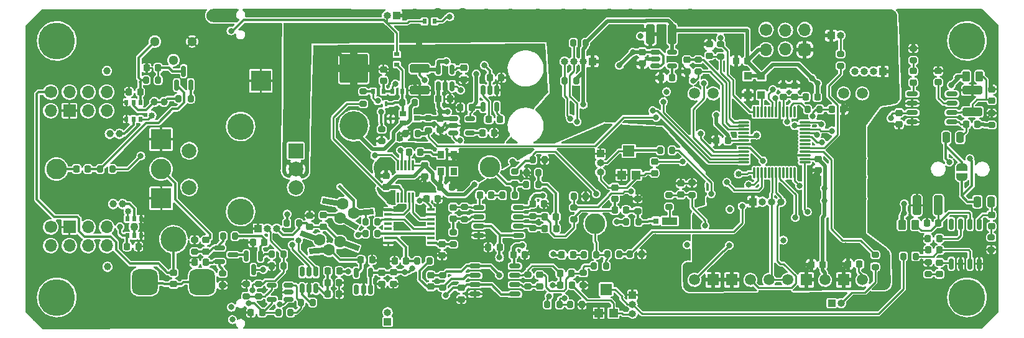
<source format=gbr>
%TF.GenerationSoftware,KiCad,Pcbnew,(6.0.4-0)*%
%TF.CreationDate,2024-06-16T18:03:27-04:00*%
%TF.ProjectId,SignalSnagger,5369676e-616c-4536-9e61-676765722e6b,rev?*%
%TF.SameCoordinates,Original*%
%TF.FileFunction,Copper,L1,Top*%
%TF.FilePolarity,Positive*%
%FSLAX46Y46*%
G04 Gerber Fmt 4.6, Leading zero omitted, Abs format (unit mm)*
G04 Created by KiCad (PCBNEW (6.0.4-0)) date 2024-06-16 18:03:27*
%MOMM*%
%LPD*%
G01*
G04 APERTURE LIST*
G04 Aperture macros list*
%AMRoundRect*
0 Rectangle with rounded corners*
0 $1 Rounding radius*
0 $2 $3 $4 $5 $6 $7 $8 $9 X,Y pos of 4 corners*
0 Add a 4 corners polygon primitive as box body*
4,1,4,$2,$3,$4,$5,$6,$7,$8,$9,$2,$3,0*
0 Add four circle primitives for the rounded corners*
1,1,$1+$1,$2,$3*
1,1,$1+$1,$4,$5*
1,1,$1+$1,$6,$7*
1,1,$1+$1,$8,$9*
0 Add four rect primitives between the rounded corners*
20,1,$1+$1,$2,$3,$4,$5,0*
20,1,$1+$1,$4,$5,$6,$7,0*
20,1,$1+$1,$6,$7,$8,$9,0*
20,1,$1+$1,$8,$9,$2,$3,0*%
%AMRotRect*
0 Rectangle, with rotation*
0 The origin of the aperture is its center*
0 $1 length*
0 $2 width*
0 $3 Rotation angle, in degrees counterclockwise*
0 Add horizontal line*
21,1,$1,$2,0,0,$3*%
%AMFreePoly0*
4,1,22,0.500000,-0.750000,0.000000,-0.750000,0.000000,-0.745033,-0.079941,-0.743568,-0.215256,-0.701293,-0.333266,-0.622738,-0.424486,-0.514219,-0.481581,-0.384460,-0.499164,-0.250000,-0.500000,-0.250000,-0.500000,0.250000,-0.499164,0.250000,-0.499963,0.256109,-0.478152,0.396186,-0.417904,0.524511,-0.324060,0.630769,-0.204165,0.706417,-0.067858,0.745374,0.000000,0.744959,0.000000,0.750000,
0.500000,0.750000,0.500000,-0.750000,0.500000,-0.750000,$1*%
%AMFreePoly1*
4,1,20,0.000000,0.744959,0.073905,0.744508,0.209726,0.703889,0.328688,0.626782,0.421226,0.519385,0.479903,0.390333,0.500000,0.250000,0.500000,-0.250000,0.499851,-0.262216,0.476331,-0.402017,0.414519,-0.529596,0.319384,-0.634700,0.198574,-0.708877,0.061801,-0.746166,0.000000,-0.745033,0.000000,-0.750000,-0.500000,-0.750000,-0.500000,0.750000,0.000000,0.750000,0.000000,0.744959,
0.000000,0.744959,$1*%
G04 Aperture macros list end*
%TA.AperFunction,SMDPad,CuDef*%
%ADD10RoundRect,0.225000X0.250000X-0.225000X0.250000X0.225000X-0.250000X0.225000X-0.250000X-0.225000X0*%
%TD*%
%TA.AperFunction,ComponentPad*%
%ADD11C,5.000000*%
%TD*%
%TA.AperFunction,SMDPad,CuDef*%
%ADD12RoundRect,0.225000X-0.250000X0.225000X-0.250000X-0.225000X0.250000X-0.225000X0.250000X0.225000X0*%
%TD*%
%TA.AperFunction,SMDPad,CuDef*%
%ADD13R,0.600000X0.700000*%
%TD*%
%TA.AperFunction,SMDPad,CuDef*%
%ADD14RoundRect,0.225000X-0.225000X-0.250000X0.225000X-0.250000X0.225000X0.250000X-0.225000X0.250000X0*%
%TD*%
%TA.AperFunction,SMDPad,CuDef*%
%ADD15RoundRect,0.200000X0.275000X-0.200000X0.275000X0.200000X-0.275000X0.200000X-0.275000X-0.200000X0*%
%TD*%
%TA.AperFunction,SMDPad,CuDef*%
%ADD16RoundRect,0.200000X-0.275000X0.200000X-0.275000X-0.200000X0.275000X-0.200000X0.275000X0.200000X0*%
%TD*%
%TA.AperFunction,SMDPad,CuDef*%
%ADD17RoundRect,0.250000X-0.262500X-0.450000X0.262500X-0.450000X0.262500X0.450000X-0.262500X0.450000X0*%
%TD*%
%TA.AperFunction,SMDPad,CuDef*%
%ADD18RoundRect,0.200000X-0.200000X-0.275000X0.200000X-0.275000X0.200000X0.275000X-0.200000X0.275000X0*%
%TD*%
%TA.AperFunction,SMDPad,CuDef*%
%ADD19RoundRect,0.200000X0.200000X0.275000X-0.200000X0.275000X-0.200000X-0.275000X0.200000X-0.275000X0*%
%TD*%
%TA.AperFunction,SMDPad,CuDef*%
%ADD20RoundRect,0.225000X0.225000X0.250000X-0.225000X0.250000X-0.225000X-0.250000X0.225000X-0.250000X0*%
%TD*%
%TA.AperFunction,ComponentPad*%
%ADD21R,1.000000X1.000000*%
%TD*%
%TA.AperFunction,ComponentPad*%
%ADD22O,1.000000X1.000000*%
%TD*%
%TA.AperFunction,SMDPad,CuDef*%
%ADD23RoundRect,0.250000X-0.325000X-1.100000X0.325000X-1.100000X0.325000X1.100000X-0.325000X1.100000X0*%
%TD*%
%TA.AperFunction,SMDPad,CuDef*%
%ADD24R,0.300000X1.400000*%
%TD*%
%TA.AperFunction,SMDPad,CuDef*%
%ADD25RoundRect,0.150000X-0.625000X-0.150000X0.625000X-0.150000X0.625000X0.150000X-0.625000X0.150000X0*%
%TD*%
%TA.AperFunction,SMDPad,CuDef*%
%ADD26RoundRect,0.250000X-0.250000X-0.475000X0.250000X-0.475000X0.250000X0.475000X-0.250000X0.475000X0*%
%TD*%
%TA.AperFunction,SMDPad,CuDef*%
%ADD27RoundRect,0.150000X0.512500X0.150000X-0.512500X0.150000X-0.512500X-0.150000X0.512500X-0.150000X0*%
%TD*%
%TA.AperFunction,SMDPad,CuDef*%
%ADD28RoundRect,0.150000X0.150000X-0.512500X0.150000X0.512500X-0.150000X0.512500X-0.150000X-0.512500X0*%
%TD*%
%TA.AperFunction,SMDPad,CuDef*%
%ADD29R,0.510000X0.700000*%
%TD*%
%TA.AperFunction,SMDPad,CuDef*%
%ADD30RoundRect,0.150000X-0.150000X0.512500X-0.150000X-0.512500X0.150000X-0.512500X0.150000X0.512500X0*%
%TD*%
%TA.AperFunction,SMDPad,CuDef*%
%ADD31RoundRect,0.150000X0.150000X-0.587500X0.150000X0.587500X-0.150000X0.587500X-0.150000X-0.587500X0*%
%TD*%
%TA.AperFunction,SMDPad,CuDef*%
%ADD32RoundRect,0.150000X0.150000X-0.625000X0.150000X0.625000X-0.150000X0.625000X-0.150000X-0.625000X0*%
%TD*%
%TA.AperFunction,SMDPad,CuDef*%
%ADD33R,0.900000X1.000000*%
%TD*%
%TA.AperFunction,SMDPad,CuDef*%
%ADD34RoundRect,0.250000X0.325000X1.100000X-0.325000X1.100000X-0.325000X-1.100000X0.325000X-1.100000X0*%
%TD*%
%TA.AperFunction,SMDPad,CuDef*%
%ADD35R,1.000000X0.400000*%
%TD*%
%TA.AperFunction,SMDPad,CuDef*%
%ADD36RoundRect,0.150000X-0.512500X-0.150000X0.512500X-0.150000X0.512500X0.150000X-0.512500X0.150000X0*%
%TD*%
%TA.AperFunction,SMDPad,CuDef*%
%ADD37RoundRect,0.075000X0.075000X-0.662500X0.075000X0.662500X-0.075000X0.662500X-0.075000X-0.662500X0*%
%TD*%
%TA.AperFunction,SMDPad,CuDef*%
%ADD38RoundRect,0.075000X0.662500X-0.075000X0.662500X0.075000X-0.662500X0.075000X-0.662500X-0.075000X0*%
%TD*%
%TA.AperFunction,SMDPad,CuDef*%
%ADD39R,0.450000X0.700000*%
%TD*%
%TA.AperFunction,SMDPad,CuDef*%
%ADD40RoundRect,0.218750X0.218750X0.256250X-0.218750X0.256250X-0.218750X-0.256250X0.218750X-0.256250X0*%
%TD*%
%TA.AperFunction,ComponentPad*%
%ADD41R,2.800000X2.800000*%
%TD*%
%TA.AperFunction,SMDPad,CuDef*%
%ADD42R,0.900000X0.700000*%
%TD*%
%TA.AperFunction,SMDPad,CuDef*%
%ADD43RoundRect,0.218750X-0.218750X-0.256250X0.218750X-0.256250X0.218750X0.256250X-0.218750X0.256250X0*%
%TD*%
%TA.AperFunction,SMDPad,CuDef*%
%ADD44R,1.200000X1.200000*%
%TD*%
%TA.AperFunction,SMDPad,CuDef*%
%ADD45R,1.600000X1.500000*%
%TD*%
%TA.AperFunction,SMDPad,CuDef*%
%ADD46R,1.000000X1.050000*%
%TD*%
%TA.AperFunction,SMDPad,CuDef*%
%ADD47RoundRect,0.250000X1.100000X-0.325000X1.100000X0.325000X-1.100000X0.325000X-1.100000X-0.325000X0*%
%TD*%
%TA.AperFunction,SMDPad,CuDef*%
%ADD48RoundRect,0.150000X-0.587500X-0.150000X0.587500X-0.150000X0.587500X0.150000X-0.587500X0.150000X0*%
%TD*%
%TA.AperFunction,SMDPad,CuDef*%
%ADD49R,0.700000X0.600000*%
%TD*%
%TA.AperFunction,ComponentPad*%
%ADD50C,1.000000*%
%TD*%
%TA.AperFunction,SMDPad,CuDef*%
%ADD51R,2.000000X1.100000*%
%TD*%
%TA.AperFunction,SMDPad,CuDef*%
%ADD52R,0.800000X0.800000*%
%TD*%
%TA.AperFunction,SMDPad,CuDef*%
%ADD53RoundRect,0.150000X-0.150000X0.587500X-0.150000X-0.587500X0.150000X-0.587500X0.150000X0.587500X0*%
%TD*%
%TA.AperFunction,SMDPad,CuDef*%
%ADD54FreePoly0,270.000000*%
%TD*%
%TA.AperFunction,SMDPad,CuDef*%
%ADD55FreePoly1,270.000000*%
%TD*%
%TA.AperFunction,ComponentPad*%
%ADD56C,2.800000*%
%TD*%
%TA.AperFunction,ComponentPad*%
%ADD57RoundRect,0.875000X0.875000X-0.875000X0.875000X0.875000X-0.875000X0.875000X-0.875000X-0.875000X0*%
%TD*%
%TA.AperFunction,ComponentPad*%
%ADD58O,3.500000X3.500000*%
%TD*%
%TA.AperFunction,ComponentPad*%
%ADD59R,2.000000X2.000000*%
%TD*%
%TA.AperFunction,ComponentPad*%
%ADD60C,2.000000*%
%TD*%
%TA.AperFunction,ComponentPad*%
%ADD61C,3.600000*%
%TD*%
%TA.AperFunction,ComponentPad*%
%ADD62C,1.700000*%
%TD*%
%TA.AperFunction,ComponentPad*%
%ADD63O,1.700000X1.700000*%
%TD*%
%TA.AperFunction,ComponentPad*%
%ADD64RoundRect,0.425000X-0.425000X0.425000X-0.425000X-0.425000X0.425000X-0.425000X0.425000X0.425000X0*%
%TD*%
%TA.AperFunction,ComponentPad*%
%ADD65C,1.500000*%
%TD*%
%TA.AperFunction,ComponentPad*%
%ADD66R,1.500000X1.500000*%
%TD*%
%TA.AperFunction,ComponentPad*%
%ADD67R,1.700000X1.700000*%
%TD*%
%TA.AperFunction,SMDPad,CuDef*%
%ADD68RotRect,0.750000X3.000000X95.000000*%
%TD*%
%TA.AperFunction,SMDPad,CuDef*%
%ADD69RotRect,0.403484X2.892338X45.000000*%
%TD*%
%TA.AperFunction,ComponentPad*%
%ADD70C,0.500000*%
%TD*%
%TA.AperFunction,ComponentPad*%
%ADD71C,1.600000*%
%TD*%
%TA.AperFunction,SMDPad,CuDef*%
%ADD72R,0.395249X1.837469*%
%TD*%
%TA.AperFunction,SMDPad,CuDef*%
%ADD73RotRect,0.750000X3.000000X80.000000*%
%TD*%
%TA.AperFunction,SMDPad,CuDef*%
%ADD74RotRect,0.750000X3.000000X70.000000*%
%TD*%
%TA.AperFunction,SMDPad,CuDef*%
%ADD75RotRect,0.750000X3.000000X60.000000*%
%TD*%
%TA.AperFunction,ComponentPad*%
%ADD76C,1.300000*%
%TD*%
%TA.AperFunction,ComponentPad*%
%ADD77RoundRect,0.250002X-1.699998X1.699998X-1.699998X-1.699998X1.699998X-1.699998X1.699998X1.699998X0*%
%TD*%
%TA.AperFunction,ComponentPad*%
%ADD78C,3.900000*%
%TD*%
%TA.AperFunction,ViaPad*%
%ADD79C,0.800000*%
%TD*%
%TA.AperFunction,ViaPad*%
%ADD80C,1.100000*%
%TD*%
%TA.AperFunction,ViaPad*%
%ADD81C,0.600000*%
%TD*%
%TA.AperFunction,ViaPad*%
%ADD82C,0.850000*%
%TD*%
%TA.AperFunction,Conductor*%
%ADD83C,0.250000*%
%TD*%
%TA.AperFunction,Conductor*%
%ADD84C,0.500000*%
%TD*%
%TA.AperFunction,Conductor*%
%ADD85C,0.350000*%
%TD*%
G04 APERTURE END LIST*
%TO.C,JP105*%
G36*
X96170000Y-87170000D02*
G01*
X95670000Y-87170000D01*
X95670000Y-86920000D01*
X96170000Y-86920000D01*
X96170000Y-87170000D01*
G37*
%TO.C,JP202*%
G36*
X131760000Y-80140000D02*
G01*
X130890000Y-80140000D01*
X130890000Y-78570000D01*
X131760000Y-78570000D01*
X131760000Y-80140000D01*
G37*
%TD*%
D10*
%TO.P,C309,1*%
%TO.N,Net-(C309-Pad1)*%
X157940000Y-100230000D03*
%TO.P,C309,2*%
%TO.N,Net-(C301-Pad2)*%
X157940000Y-98680000D03*
%TD*%
D11*
%TO.P,REF\u002A\u002A,*%
%TO.N,*%
X81964000Y-113665000D03*
%TD*%
D12*
%TO.P,C924,1*%
%TO.N,Vref*%
X137050000Y-112375000D03*
%TO.P,C924,2*%
%TO.N,GND*%
X137050000Y-113925000D03*
%TD*%
D13*
%TO.P,D202,1,K*%
%TO.N,Headphone*%
X126450000Y-85610000D03*
%TO.P,D202,2,A*%
%TO.N,Headphone Detect*%
X125050000Y-85610000D03*
%TD*%
D14*
%TO.P,C902,1*%
%TO.N,Net-(C902-Pad1)*%
X150525000Y-110390000D03*
%TO.P,C902,2*%
%TO.N,Net-(C901-Pad2)*%
X152075000Y-110390000D03*
%TD*%
D15*
%TO.P,R308,1*%
%TO.N,Net-(C313-Pad2)*%
X161060000Y-101890000D03*
%TO.P,R308,2*%
%TO.N,GND*%
X161060000Y-100240000D03*
%TD*%
D12*
%TO.P,C114,1*%
%TO.N,Net-(C114-Pad1)*%
X134450000Y-106415000D03*
%TO.P,C114,2*%
%TO.N,GND*%
X134450000Y-107965000D03*
%TD*%
D14*
%TO.P,C310,1*%
%TO.N,Net-(C310-Pad1)*%
X148420000Y-104260000D03*
%TO.P,C310,2*%
%TO.N,Net-(C310-Pad2)*%
X149970000Y-104260000D03*
%TD*%
D15*
%TO.P,R214,1*%
%TO.N,GND*%
X126210000Y-92395000D03*
%TO.P,R214,2*%
%TO.N,Power_enable*%
X126210000Y-90745000D03*
%TD*%
D16*
%TO.P,R107,1*%
%TO.N,Net-(C110-Pad1)*%
X104530000Y-110385000D03*
%TO.P,R107,2*%
%TO.N,GND*%
X104530000Y-112035000D03*
%TD*%
D17*
%TO.P,R320,1*%
%TO.N,+VSW*%
X205797500Y-83560000D03*
%TO.P,R320,2*%
%TO.N,Net-(C320-Pad1)*%
X207622500Y-83560000D03*
%TD*%
D10*
%TO.P,C218,1*%
%TO.N,GNDD*%
X167762500Y-82855000D03*
%TO.P,C218,2*%
%TO.N,/Processor/PF4*%
X167762500Y-81305000D03*
%TD*%
D18*
%TO.P,R307,1*%
%TO.N,+5V*%
X159505000Y-103375000D03*
%TO.P,R307,2*%
%TO.N,Net-(C313-Pad2)*%
X161155000Y-103375000D03*
%TD*%
D19*
%TO.P,R109,1*%
%TO.N,Net-(R109-Pad1)*%
X125635000Y-103360000D03*
%TO.P,R109,2*%
%TO.N,Net-(R109-Pad2)*%
X123985000Y-103360000D03*
%TD*%
D20*
%TO.P,C215,1*%
%TO.N,+3V3*%
X186275000Y-109190000D03*
%TO.P,C215,2*%
%TO.N,GNDD*%
X184725000Y-109190000D03*
%TD*%
D19*
%TO.P,R901,1*%
%TO.N,I OUT*%
X156765000Y-109400000D03*
%TO.P,R901,2*%
%TO.N,Net-(C901-Pad2)*%
X155115000Y-109400000D03*
%TD*%
D18*
%TO.P,R919,1*%
%TO.N,I_amped*%
X151865000Y-114620000D03*
%TO.P,R919,2*%
%TO.N,GND*%
X153515000Y-114620000D03*
%TD*%
D21*
%TO.P,RV102,1,1*%
%TO.N,GND*%
X109372500Y-104300000D03*
D22*
%TO.P,RV102,2,2*%
%TO.N,Net-(J909-Pad1)*%
X110642500Y-104300000D03*
%TO.P,RV102,3,3*%
%TO.N,Net-(C106-Pad1)*%
X111912500Y-104300000D03*
%TD*%
D10*
%TO.P,C213,1*%
%TO.N,Net-(C203-Pad2)*%
X180917901Y-86389599D03*
%TO.P,C213,2*%
%TO.N,GNDD*%
X180917901Y-84839599D03*
%TD*%
D23*
%TO.P,C211,1*%
%TO.N,GNDD*%
X162795000Y-77780000D03*
%TO.P,C211,2*%
%TO.N,+3V3*%
X165745000Y-77780000D03*
%TD*%
D15*
%TO.P,R310,1*%
%TO.N,Q OUT*%
X144330000Y-98175000D03*
%TO.P,R310,2*%
%TO.N,Audio Q*%
X144330000Y-96525000D03*
%TD*%
D12*
%TO.P,C312,1*%
%TO.N,GND*%
X202000000Y-82805000D03*
%TO.P,C312,2*%
%TO.N,Net-(C312-Pad2)*%
X202000000Y-84355000D03*
%TD*%
D14*
%TO.P,C313,1*%
%TO.N,Net-(C309-Pad1)*%
X157955000Y-101795000D03*
%TO.P,C313,2*%
%TO.N,Net-(C313-Pad2)*%
X159505000Y-101795000D03*
%TD*%
D18*
%TO.P,R930,1*%
%TO.N,I OUT*%
X156925000Y-107800000D03*
%TO.P,R930,2*%
%TO.N,Audio I*%
X158575000Y-107800000D03*
%TD*%
%TO.P,R931,1*%
%TO.N,Audio I*%
X159995000Y-107760000D03*
%TO.P,R931,2*%
%TO.N,GND*%
X161645000Y-107760000D03*
%TD*%
D16*
%TO.P,R110,1*%
%TO.N,Net-(J909-Pad1)*%
X109420000Y-111862500D03*
%TO.P,R110,2*%
%TO.N,Net-(R110-Pad2)*%
X109420000Y-113512500D03*
%TD*%
D24*
%TO.P,U202,1,VDD*%
%TO.N,+3V3*%
X130435000Y-95650000D03*
%TO.P,U202,2,XA*%
%TO.N,Net-(C207-Pad2)*%
X129935000Y-95650000D03*
%TO.P,U202,3,XB*%
%TO.N,unconnected-(U202-Pad3)*%
X129435000Y-95650000D03*
%TO.P,U202,4,SCL*%
%TO.N,SCL0*%
X128935000Y-95650000D03*
%TO.P,U202,5,SDA*%
%TO.N,SDA0*%
X128435000Y-95650000D03*
%TO.P,U202,6,CLK2*%
%TO.N,unconnected-(U202-Pad6)*%
X128435000Y-100050000D03*
%TO.P,U202,7,VDDO*%
%TO.N,+3V3*%
X128935000Y-100050000D03*
%TO.P,U202,8,GND*%
%TO.N,GNDD*%
X129435000Y-100050000D03*
%TO.P,U202,9,CLK1*%
%TO.N,QSD_CLK1*%
X129935000Y-100050000D03*
%TO.P,U202,10,CLK0*%
%TO.N,QSD_CLK0*%
X130435000Y-100050000D03*
%TD*%
D25*
%TO.P,U304,1,GAIN*%
%TO.N,Net-(C321-Pad1)*%
X198460000Y-85955000D03*
%TO.P,U304,2,-*%
%TO.N,GND*%
X198460000Y-87225000D03*
%TO.P,U304,3,+*%
%TO.N,Net-(C319-Pad1)*%
X198460000Y-88495000D03*
%TO.P,U304,4,GND*%
%TO.N,GND*%
X198460000Y-89765000D03*
%TO.P,U304,5*%
%TO.N,Net-(C324-Pad2)*%
X203860000Y-89765000D03*
%TO.P,U304,6,V+*%
%TO.N,Net-(C320-Pad1)*%
X203860000Y-88495000D03*
%TO.P,U304,7,BYPASS*%
%TO.N,Net-(C312-Pad2)*%
X203860000Y-87225000D03*
%TO.P,U304,8,GAIN*%
%TO.N,unconnected-(U304-Pad8)*%
X203860000Y-85955000D03*
%TD*%
D20*
%TO.P,C122,1*%
%TO.N,Vref*%
X142265000Y-106810000D03*
%TO.P,C122,2*%
%TO.N,GND*%
X140715000Y-106810000D03*
%TD*%
D16*
%TO.P,R911,1*%
%TO.N,Net-(C911-Pad1)*%
X209230000Y-105505000D03*
%TO.P,R911,2*%
%TO.N,GND*%
X209230000Y-107155000D03*
%TD*%
D18*
%TO.P,R907,1*%
%TO.N,Net-(R907-Pad1)*%
X197275000Y-108070000D03*
%TO.P,R907,2*%
%TO.N,Net-(C906-Pad1)*%
X198925000Y-108070000D03*
%TD*%
D20*
%TO.P,C207,1*%
%TO.N,Net-(C207-Pad1)*%
X131465000Y-93870000D03*
%TO.P,C207,2*%
%TO.N,Net-(C207-Pad2)*%
X129915000Y-93870000D03*
%TD*%
D26*
%TO.P,C912,1*%
%TO.N,Net-(C912-Pad1)*%
X207330000Y-100630000D03*
%TO.P,C912,2*%
%TO.N,Net-(C911-Pad2)*%
X209230000Y-100630000D03*
%TD*%
D18*
%TO.P,R304,1*%
%TO.N,Q OUT*%
X145895000Y-98310000D03*
%TO.P,R304,2*%
%TO.N,Net-(C310-Pad2)*%
X147545000Y-98310000D03*
%TD*%
D14*
%TO.P,C126,1*%
%TO.N,Net-(C119-Pad1)*%
X118865000Y-111680000D03*
%TO.P,C126,2*%
%TO.N,GND*%
X120415000Y-111680000D03*
%TD*%
D10*
%TO.P,C901,1*%
%TO.N,Net-(C901-Pad1)*%
X147740000Y-112155000D03*
%TO.P,C901,2*%
%TO.N,Net-(C901-Pad2)*%
X147740000Y-110605000D03*
%TD*%
D12*
%TO.P,C301,1*%
%TO.N,Processor Audio*%
X163350000Y-95185000D03*
%TO.P,C301,2*%
%TO.N,Net-(C301-Pad2)*%
X163350000Y-96735000D03*
%TD*%
D10*
%TO.P,C209,1*%
%TO.N,GNDD*%
X161660000Y-81795000D03*
%TO.P,C209,2*%
%TO.N,+VSW*%
X161660000Y-80245000D03*
%TD*%
D14*
%TO.P,C224,1*%
%TO.N,GND*%
X136915000Y-87780000D03*
%TO.P,C224,2*%
%TO.N,Net-(C224-Pad2)*%
X138465000Y-87780000D03*
%TD*%
%TO.P,C112,1*%
%TO.N,+5V*%
X132300000Y-100210000D03*
%TO.P,C112,2*%
%TO.N,GND*%
X133850000Y-100210000D03*
%TD*%
D27*
%TO.P,U101,1*%
%TO.N,Net-(J909-Pad1)*%
X113497500Y-113917500D03*
%TO.P,U101,2,V-*%
%TO.N,GND*%
X113497500Y-112967500D03*
%TO.P,U101,3,+*%
%TO.N,Net-(R111-Pad1)*%
X113497500Y-112017500D03*
%TO.P,U101,4,-*%
%TO.N,Net-(R110-Pad2)*%
X111222500Y-112017500D03*
%TO.P,U101,5,V+*%
%TO.N,+10V*%
X111222500Y-113917500D03*
%TD*%
D15*
%TO.P,R121,1*%
%TO.N,Net-(R110-Pad2)*%
X107800000Y-113505000D03*
%TO.P,R121,2*%
%TO.N,GND*%
X107800000Y-111855000D03*
%TD*%
D14*
%TO.P,C101,1*%
%TO.N,Net-(AE101-Pad1)*%
X84650000Y-96184000D03*
%TO.P,C101,2*%
%TO.N,Net-(C101-Pad2)*%
X86200000Y-96184000D03*
%TD*%
D28*
%TO.P,U103,1,NC*%
%TO.N,unconnected-(U103-Pad1)*%
X122780000Y-112577500D03*
%TO.P,U103,2,GND*%
%TO.N,GND*%
X123730000Y-112577500D03*
%TO.P,U103,3,EN*%
%TO.N,+5V*%
X124680000Y-112577500D03*
%TO.P,U103,4,VIN*%
X124680000Y-110302500D03*
%TO.P,U103,5,Vref*%
%TO.N,Vref*%
X122780000Y-110302500D03*
%TD*%
D10*
%TO.P,C212,1*%
%TO.N,GNDD*%
X185637901Y-96339599D03*
%TO.P,C212,2*%
%TO.N,+3V3*%
X185637901Y-94789599D03*
%TD*%
D12*
%TO.P,C104,1*%
%TO.N,Net-(C103-Pad2)*%
X97880000Y-110295000D03*
%TO.P,C104,2*%
%TO.N,Net-(C103-Pad1)*%
X97880000Y-111845000D03*
%TD*%
D14*
%TO.P,C910,1*%
%TO.N,GND*%
X200595000Y-105660000D03*
%TO.P,C910,2*%
%TO.N,Net-(C910-Pad2)*%
X202145000Y-105660000D03*
%TD*%
D13*
%TO.P,D206,1,K*%
%TO.N,SenseSwitch*%
X132030000Y-76060000D03*
%TO.P,D206,2,A*%
%TO.N,/Processor/PA1*%
X133430000Y-76060000D03*
%TD*%
D10*
%TO.P,C322,1*%
%TO.N,Net-(C320-Pad1)*%
X209310000Y-86845000D03*
%TO.P,C322,2*%
%TO.N,GND*%
X209310000Y-85295000D03*
%TD*%
D20*
%TO.P,C918,1*%
%TO.N,Net-(C918-Pad1)*%
X129515000Y-108730000D03*
%TO.P,C918,2*%
%TO.N,GND*%
X127965000Y-108730000D03*
%TD*%
D18*
%TO.P,R101,1*%
%TO.N,Net-(C101-Pad2)*%
X87875000Y-96184000D03*
%TO.P,R101,2*%
%TO.N,Net-(R101-Pad2)*%
X89525000Y-96184000D03*
%TD*%
D29*
%TO.P,U105,1,V+*%
%TO.N,+10V*%
X91550000Y-105270000D03*
%TO.P,U105,2*%
%TO.N,Net-(JP105-Pad2)*%
X92500000Y-105270000D03*
%TO.P,U105,3,V-*%
%TO.N,GND*%
X93450000Y-105270000D03*
%TO.P,U105,4,GND*%
X93450000Y-102950000D03*
%TO.P,U105,5*%
%TO.N,Net-(JP106-Pad1)*%
X92500000Y-102950000D03*
%TO.P,U105,6*%
%TO.N,Cardioid_Back*%
X91550000Y-102950000D03*
%TD*%
D25*
%TO.P,U302,1,OUT*%
%TO.N,Net-(C116-Pad1)*%
X139410000Y-101395000D03*
%TO.P,U302,2,-*%
%TO.N,Net-(C116-Pad2)*%
X139410000Y-102665000D03*
%TO.P,U302,3,+*%
%TO.N,Vref*%
X139410000Y-103935000D03*
%TO.P,U302,4,V-*%
%TO.N,GND*%
X139410000Y-105205000D03*
%TO.P,U302,5,+*%
%TO.N,Vref*%
X144810000Y-105205000D03*
%TO.P,U302,6,-*%
%TO.N,Net-(C310-Pad1)*%
X144810000Y-103935000D03*
%TO.P,U302,7,OUT*%
%TO.N,Net-(C309-Pad1)*%
X144810000Y-102665000D03*
%TO.P,U302,8,V+*%
%TO.N,+5V*%
X144810000Y-101395000D03*
%TD*%
D18*
%TO.P,R311,1*%
%TO.N,Audio Q*%
X146765000Y-94920000D03*
%TO.P,R311,2*%
%TO.N,GND*%
X148415000Y-94920000D03*
%TD*%
%TO.P,R111,1*%
%TO.N,Net-(R111-Pad1)*%
X115185000Y-114350000D03*
%TO.P,R111,2*%
%TO.N,Net-(R111-Pad2)*%
X116835000Y-114350000D03*
%TD*%
D15*
%TO.P,R103,1*%
%TO.N,Net-(C105-Pad2)*%
X100730000Y-107455000D03*
%TO.P,R103,2*%
%TO.N,GND*%
X100730000Y-105805000D03*
%TD*%
D14*
%TO.P,C202,1*%
%TO.N,GNDD*%
X171805000Y-92280000D03*
%TO.P,C202,2*%
%TO.N,+3V3*%
X173355000Y-92280000D03*
%TD*%
D25*
%TO.P,U901,1,OUT*%
%TO.N,Net-(C919-Pad2)*%
X138940000Y-109415000D03*
%TO.P,U901,2,-*%
%TO.N,Net-(C919-Pad1)*%
X138940000Y-110685000D03*
%TO.P,U901,3,+*%
%TO.N,Vref*%
X138940000Y-111955000D03*
%TO.P,U901,4,V-*%
%TO.N,GND*%
X138940000Y-113225000D03*
%TO.P,U901,5,+*%
%TO.N,Vref*%
X144340000Y-113225000D03*
%TO.P,U901,6,-*%
%TO.N,Net-(C901-Pad1)*%
X144340000Y-111955000D03*
%TO.P,U901,7,OUT*%
%TO.N,Net-(C902-Pad1)*%
X144340000Y-110685000D03*
%TO.P,U901,8,V+*%
%TO.N,+5V*%
X144340000Y-109415000D03*
%TD*%
D18*
%TO.P,R916,1*%
%TO.N,Net-(C920-Pad2)*%
X153760000Y-107840000D03*
%TO.P,R916,2*%
%TO.N,I OUT*%
X155410000Y-107840000D03*
%TD*%
D16*
%TO.P,R309,1*%
%TO.N,GND*%
X168460000Y-98075000D03*
%TO.P,R309,2*%
%TO.N,ASSI_NEAR*%
X168460000Y-99725000D03*
%TD*%
%TO.P,R112,1*%
%TO.N,Net-(C116-Pad2)*%
X135980000Y-104775000D03*
%TO.P,R112,2*%
%TO.N,Net-(C114-Pad1)*%
X135980000Y-106425000D03*
%TD*%
D30*
%TO.P,U207,1,GND*%
%TO.N,GND*%
X141910000Y-85432500D03*
%TO.P,U207,2,Vout*%
%TO.N,+10V*%
X140960000Y-85432500D03*
%TO.P,U207,3,C1-*%
%TO.N,Net-(C225-Pad1)*%
X140010000Y-85432500D03*
%TO.P,U207,4,Vin*%
%TO.N,Net-(C224-Pad2)*%
X140010000Y-87707500D03*
%TO.P,U207,5,C1+*%
%TO.N,Net-(C225-Pad2)*%
X141910000Y-87707500D03*
%TD*%
D18*
%TO.P,R117,1*%
%TO.N,Net-(C121-Pad2)*%
X142675000Y-99740000D03*
%TO.P,R117,2*%
%TO.N,Q OUT*%
X144325000Y-99740000D03*
%TD*%
D31*
%TO.P,Q101,1,B*%
%TO.N,Net-(C101-Pad2)*%
X98300000Y-84717500D03*
%TO.P,Q101,2,E*%
%TO.N,Net-(Q101-Pad2)*%
X100200000Y-84717500D03*
%TO.P,Q101,3,C*%
%TO.N,Net-(C102-Pad1)*%
X99250000Y-82842500D03*
%TD*%
D32*
%TO.P,U902,1,GAIN*%
%TO.N,Net-(C908-Pad1)*%
X203795000Y-109090000D03*
%TO.P,U902,2,-*%
%TO.N,GND*%
X205065000Y-109090000D03*
%TO.P,U902,3,+*%
%TO.N,Net-(C906-Pad1)*%
X206335000Y-109090000D03*
%TO.P,U902,4,GND*%
%TO.N,GND*%
X207605000Y-109090000D03*
%TO.P,U902,5*%
%TO.N,Net-(C911-Pad2)*%
X207605000Y-103690000D03*
%TO.P,U902,6,V+*%
%TO.N,Net-(C907-Pad1)*%
X206335000Y-103690000D03*
%TO.P,U902,7,BYPASS*%
%TO.N,Net-(C910-Pad2)*%
X205065000Y-103690000D03*
%TO.P,U902,8,GAIN*%
%TO.N,unconnected-(U902-Pad8)*%
X203795000Y-103690000D03*
%TD*%
D12*
%TO.P,C319,1*%
%TO.N,Net-(C319-Pad1)*%
X196670000Y-88535000D03*
%TO.P,C319,2*%
%TO.N,GND*%
X196670000Y-90085000D03*
%TD*%
D29*
%TO.P,U104,1,V+*%
%TO.N,+10V*%
X93360000Y-87080000D03*
%TO.P,U104,2*%
%TO.N,Net-(JP105-Pad2)*%
X92410000Y-87080000D03*
%TO.P,U104,3,V-*%
%TO.N,GND*%
X91460000Y-87080000D03*
%TO.P,U104,4,GND*%
X91460000Y-89400000D03*
%TO.P,U104,5*%
%TO.N,Net-(JP104-Pad1)*%
X92410000Y-89400000D03*
%TO.P,U104,6*%
%TO.N,Cardioid_Front*%
X93360000Y-89400000D03*
%TD*%
D15*
%TO.P,R213,1*%
%TO.N,/Processor/PF5*%
X169312500Y-82915000D03*
%TO.P,R213,2*%
%TO.N,/Processor/PF4*%
X169312500Y-81265000D03*
%TD*%
D10*
%TO.P,C217,1*%
%TO.N,/Processor/PF3*%
X170842500Y-80745000D03*
%TO.P,C217,2*%
%TO.N,GNDD*%
X170842500Y-79195000D03*
%TD*%
D15*
%TO.P,R215,1*%
%TO.N,+3V3*%
X123710000Y-87270000D03*
%TO.P,R215,2*%
%TO.N,Headphone Detect*%
X123710000Y-85620000D03*
%TD*%
D12*
%TO.P,C220,1*%
%TO.N,Net-(C220-Pad1)*%
X137370000Y-82395000D03*
%TO.P,C220,2*%
%TO.N,GND*%
X137370000Y-83945000D03*
%TD*%
D19*
%TO.P,R207,1*%
%TO.N,+3V3*%
X153975000Y-78960000D03*
%TO.P,R207,2*%
%TO.N,SDA0*%
X152325000Y-78960000D03*
%TD*%
D15*
%TO.P,R910,1*%
%TO.N,Net-(C908-Pad2)*%
X200620000Y-110505000D03*
%TO.P,R910,2*%
%TO.N,GND*%
X200620000Y-108855000D03*
%TD*%
D14*
%TO.P,C225,1*%
%TO.N,Net-(C225-Pad1)*%
X140785000Y-89420000D03*
%TO.P,C225,2*%
%TO.N,Net-(C225-Pad2)*%
X142335000Y-89420000D03*
%TD*%
D28*
%TO.P,U106,1,VOUT*%
%TO.N,Net-(R111-Pad2)*%
X115370000Y-112457500D03*
%TO.P,U106,2,VSS*%
%TO.N,GND*%
X116320000Y-112457500D03*
%TO.P,U106,3,VDD*%
%TO.N,Net-(C119-Pad1)*%
X117270000Y-112457500D03*
%TO.P,U106,4,SDA*%
%TO.N,SDA0*%
X117270000Y-110182500D03*
%TO.P,U106,5,SCL*%
%TO.N,SCL0*%
X116320000Y-110182500D03*
%TO.P,U106,6,Vref*%
%TO.N,unconnected-(U106-Pad6)*%
X115370000Y-110182500D03*
%TD*%
D15*
%TO.P,R915,1*%
%TO.N,Net-(C919-Pad1)*%
X134490000Y-112305000D03*
%TO.P,R915,2*%
%TO.N,Net-(C919-Pad2)*%
X134490000Y-110655000D03*
%TD*%
D10*
%TO.P,C321,1*%
%TO.N,Net-(C321-Pad1)*%
X198580000Y-84375000D03*
%TO.P,C321,2*%
%TO.N,Net-(C321-Pad2)*%
X198580000Y-82825000D03*
%TD*%
D18*
%TO.P,R209,1*%
%TO.N,/Processor/DAC0*%
X184212901Y-88054599D03*
%TO.P,R209,2*%
%TO.N,Processor Audio*%
X185862901Y-88054599D03*
%TD*%
D33*
%TO.P,X202,1,NC*%
%TO.N,unconnected-(X202-Pad1)*%
X136000000Y-96510000D03*
%TO.P,X202,2,GND*%
%TO.N,GNDD*%
X136000000Y-94210000D03*
%TO.P,X202,3,OUT*%
%TO.N,Net-(C207-Pad1)*%
X134300000Y-94210000D03*
%TO.P,X202,4,Vcc*%
%TO.N,+3V3*%
X134300000Y-96510000D03*
%TD*%
D34*
%TO.P,C907,1*%
%TO.N,Net-(C907-Pad1)*%
X202025000Y-101110000D03*
%TO.P,C907,2*%
%TO.N,GND*%
X199075000Y-101110000D03*
%TD*%
D14*
%TO.P,C117,1*%
%TO.N,+5V*%
X146755000Y-100880000D03*
%TO.P,C117,2*%
%TO.N,GND*%
X148305000Y-100880000D03*
%TD*%
D20*
%TO.P,C906,1*%
%TO.N,Net-(C906-Pad1)*%
X202165000Y-107220000D03*
%TO.P,C906,2*%
%TO.N,GND*%
X200615000Y-107220000D03*
%TD*%
D11*
%TO.P,REF\u002A\u002A,*%
%TO.N,*%
X205917800Y-113665000D03*
%TD*%
D35*
%TO.P,U102,1,1~{OE}*%
%TO.N,GND*%
X127105000Y-101710000D03*
%TO.P,U102,2,S1*%
%TO.N,QSD_CLK1*%
X127105000Y-102360000D03*
%TO.P,U102,3,1B4*%
%TO.N,Net-(R109-Pad1)*%
X127105000Y-103010000D03*
%TO.P,U102,4,1B3*%
%TO.N,unconnected-(U102-Pad4)*%
X127105000Y-103660000D03*
%TO.P,U102,5,1B2*%
%TO.N,unconnected-(U102-Pad5)*%
X127105000Y-104310000D03*
%TO.P,U102,6,1B1*%
%TO.N,Net-(R108-Pad1)*%
X127105000Y-104960000D03*
%TO.P,U102,7,1A*%
%TO.N,Net-(C918-Pad1)*%
X127105000Y-105610000D03*
%TO.P,U102,8,GND*%
%TO.N,GND*%
X127105000Y-106260000D03*
%TO.P,U102,9,2A*%
%TO.N,Net-(C114-Pad1)*%
X132905000Y-106260000D03*
%TO.P,U102,10,2B1*%
%TO.N,unconnected-(U102-Pad10)*%
X132905000Y-105610000D03*
%TO.P,U102,11,2B2*%
%TO.N,Net-(R108-Pad1)*%
X132905000Y-104960000D03*
%TO.P,U102,12,2B3*%
%TO.N,Net-(R109-Pad1)*%
X132905000Y-104310000D03*
%TO.P,U102,13,2B4*%
%TO.N,unconnected-(U102-Pad13)*%
X132905000Y-103660000D03*
%TO.P,U102,14,S0*%
%TO.N,QSD_CLK0*%
X132905000Y-103010000D03*
%TO.P,U102,15,2~{OE}*%
%TO.N,GND*%
X132905000Y-102360000D03*
%TO.P,U102,16,VCC*%
%TO.N,+5V*%
X132905000Y-101710000D03*
%TD*%
D19*
%TO.P,R201,1*%
%TO.N,+BATT*%
X130705000Y-87150000D03*
%TO.P,R201,2*%
%TO.N,Net-(D201-Pad2)*%
X129055000Y-87150000D03*
%TD*%
D17*
%TO.P,R909,1*%
%TO.N,+VSW*%
X197057500Y-103770000D03*
%TO.P,R909,2*%
%TO.N,Net-(C907-Pad1)*%
X198882500Y-103770000D03*
%TD*%
D12*
%TO.P,C116,1*%
%TO.N,Net-(C116-Pad1)*%
X135940000Y-101395000D03*
%TO.P,C116,2*%
%TO.N,Net-(C116-Pad2)*%
X135940000Y-102945000D03*
%TD*%
D20*
%TO.P,C102,1*%
%TO.N,Net-(C102-Pad1)*%
X95755000Y-82400000D03*
%TO.P,C102,2*%
%TO.N,GND*%
X94205000Y-82400000D03*
%TD*%
D10*
%TO.P,C106,1*%
%TO.N,Net-(C106-Pad1)*%
X116420000Y-104055000D03*
%TO.P,C106,2*%
%TO.N,GND*%
X116420000Y-102505000D03*
%TD*%
D36*
%TO.P,U206,1,VIN*%
%TO.N,+VSW*%
X135982500Y-89330000D03*
%TO.P,U206,2,GND*%
%TO.N,GND*%
X135982500Y-90280000D03*
%TO.P,U206,3,ON/~{OFF}*%
%TO.N,5V_Enable*%
X135982500Y-91230000D03*
%TO.P,U206,4,BP*%
%TO.N,Net-(C223-Pad1)*%
X138257500Y-91230000D03*
%TO.P,U206,5,VOUT*%
%TO.N,Net-(C224-Pad2)*%
X138257500Y-89330000D03*
%TD*%
D19*
%TO.P,R105,1*%
%TO.N,Net-(C107-Pad1)*%
X106255000Y-105340000D03*
%TO.P,R105,2*%
%TO.N,Net-(C105-Pad2)*%
X104605000Y-105340000D03*
%TD*%
D37*
%TO.P,U201,1,PA5*%
%TO.N,Cardioid_Front*%
X176927901Y-96697099D03*
%TO.P,U201,2,PA6*%
%TO.N,Cardioid_Back*%
X177427901Y-96697099D03*
%TO.P,U201,3,PA7*%
%TO.N,Power_enable*%
X177927901Y-96697099D03*
%TO.P,U201,4,PB0*%
%TO.N,/Processor/PB0*%
X178427901Y-96697099D03*
%TO.P,U201,5,PB1*%
%TO.N,/Processor/PB1*%
X178927901Y-96697099D03*
%TO.P,U201,6,PB2*%
%TO.N,/Processor/SDA1*%
X179427901Y-96697099D03*
%TO.P,U201,7,PB3*%
%TO.N,/Processor/SCL1*%
X179927901Y-96697099D03*
%TO.P,U201,8,PB4*%
%TO.N,Display_Reset*%
X180427901Y-96697099D03*
%TO.P,U201,9,PB5*%
%TO.N,/Processor/PB5*%
X180927901Y-96697099D03*
%TO.P,U201,10,PC0*%
%TO.N,/Processor/TXD1*%
X181427901Y-96697099D03*
%TO.P,U201,11,PC1*%
%TO.N,/Processor/RXD1*%
X181927901Y-96697099D03*
%TO.P,U201,12,PC2*%
%TO.N,SDA0*%
X182427901Y-96697099D03*
D38*
%TO.P,U201,13,PC3*%
%TO.N,SCL0*%
X183840401Y-95284599D03*
%TO.P,U201,14,VDD*%
%TO.N,+3V3*%
X183840401Y-94784599D03*
%TO.P,U201,15,GND*%
%TO.N,GNDD*%
X183840401Y-94284599D03*
%TO.P,U201,16,PC4*%
%TO.N,/Processor/PC4*%
X183840401Y-93784599D03*
%TO.P,U201,17,PC5*%
%TO.N,/Processor/PC5*%
X183840401Y-93284599D03*
%TO.P,U201,18,PC6*%
%TO.N,/Processor/PC6*%
X183840401Y-92784599D03*
%TO.P,U201,19,PC7*%
%TO.N,/Processor/PC7*%
X183840401Y-92284599D03*
%TO.P,U201,20,PD0*%
%TO.N,Audio I*%
X183840401Y-91784599D03*
%TO.P,U201,21,PD1*%
%TO.N,Audio Q*%
X183840401Y-91284599D03*
%TO.P,U201,22,PD2*%
%TO.N,I_amped*%
X183840401Y-90784599D03*
%TO.P,U201,23,PD3*%
%TO.N,Q_amped*%
X183840401Y-90284599D03*
%TO.P,U201,24,PD4*%
%TO.N,ASSI_NEAR*%
X183840401Y-89784599D03*
D37*
%TO.P,U201,25,PD5*%
%TO.N,ASSI_FAR*%
X182427901Y-88372099D03*
%TO.P,U201,26,PD6*%
%TO.N,/Processor/DAC0*%
X181927901Y-88372099D03*
%TO.P,U201,27,PD7*%
%TO.N,Vbat*%
X181427901Y-88372099D03*
%TO.P,U201,28,AVDD*%
%TO.N,Net-(C203-Pad2)*%
X180927901Y-88372099D03*
%TO.P,U201,29,GND*%
%TO.N,GNDD*%
X180427901Y-88372099D03*
%TO.P,U201,30,PE0*%
%TO.N,TXD*%
X179927901Y-88372099D03*
%TO.P,U201,31,PE1*%
%TO.N,RXD*%
X179427901Y-88372099D03*
%TO.P,U201,32,PE2*%
%TO.N,/Processor/PE2*%
X178927901Y-88372099D03*
%TO.P,U201,33,PE3*%
%TO.N,/Processor/PE3*%
X178427901Y-88372099D03*
%TO.P,U201,34,PF0_XTAL32K1*%
%TO.N,Net-(U201-Pad34)*%
X177927901Y-88372099D03*
%TO.P,U201,35,PF1_XTAL32K2*%
%TO.N,unconnected-(U201-Pad35)*%
X177427901Y-88372099D03*
%TO.P,U201,36,PF2*%
%TO.N,/Processor/PF2*%
X176927901Y-88372099D03*
D38*
%TO.P,U201,37,PF3*%
%TO.N,/Processor/PF3*%
X175515401Y-89784599D03*
%TO.P,U201,38,PF4*%
%TO.N,/Processor/PF4*%
X175515401Y-90284599D03*
%TO.P,U201,39,PF5*%
%TO.N,/Processor/PF5*%
X175515401Y-90784599D03*
%TO.P,U201,40,PF6/~{RESET}*%
%TO.N,/Processor/PF6*%
X175515401Y-91284599D03*
%TO.P,U201,41,UPDI*%
%TO.N,Net-(P201-Pad1)*%
X175515401Y-91784599D03*
%TO.P,U201,42,VDD*%
%TO.N,+3V3*%
X175515401Y-92284599D03*
%TO.P,U201,43,GND*%
%TO.N,GNDD*%
X175515401Y-92784599D03*
%TO.P,U201,44,PA0*%
%TO.N,/Processor/PA0*%
X175515401Y-93284599D03*
%TO.P,U201,45,PA1*%
%TO.N,/Processor/PA1*%
X175515401Y-93784599D03*
%TO.P,U201,46,PA2*%
%TO.N,Encoder_switch*%
X175515401Y-94284599D03*
%TO.P,U201,47,PA3*%
%TO.N,5V_Enable*%
X175515401Y-94784599D03*
%TO.P,U201,48,PA4*%
%TO.N,Headphone Detect*%
X175515401Y-95284599D03*
%TD*%
D14*
%TO.P,C903,1*%
%TO.N,Net-(C902-Pad1)*%
X150535000Y-111970000D03*
%TO.P,C903,2*%
%TO.N,Net-(C903-Pad2)*%
X152085000Y-111970000D03*
%TD*%
%TO.P,C226,1*%
%TO.N,+10V*%
X140955000Y-83730000D03*
%TO.P,C226,2*%
%TO.N,GND*%
X142505000Y-83730000D03*
%TD*%
D20*
%TO.P,C324,1*%
%TO.N,Net-(C324-Pad1)*%
X207345000Y-90070000D03*
%TO.P,C324,2*%
%TO.N,Net-(C324-Pad2)*%
X205795000Y-90070000D03*
%TD*%
D36*
%TO.P,U204,1,VIN*%
%TO.N,+VSW*%
X163482500Y-80240000D03*
%TO.P,U204,2,GND*%
%TO.N,GNDD*%
X163482500Y-81190000D03*
%TO.P,U204,3,ON/~{OFF}*%
%TO.N,+VSW*%
X163482500Y-82140000D03*
%TO.P,U204,4,BP*%
%TO.N,Net-(C219-Pad1)*%
X165757500Y-82140000D03*
%TO.P,U204,5,VOUT*%
%TO.N,+3V3*%
X165757500Y-80240000D03*
%TD*%
D11*
%TO.P,REF\u002A\u002A,*%
%TO.N,*%
X81964000Y-78711000D03*
%TD*%
D15*
%TO.P,R313,1*%
%TO.N,Net-(D301-Pad1)*%
X165360000Y-101365000D03*
%TO.P,R313,2*%
%TO.N,ASSI_NEAR*%
X165360000Y-99715000D03*
%TD*%
D18*
%TO.P,R102,1*%
%TO.N,+10V*%
X94125000Y-84050000D03*
%TO.P,R102,2*%
%TO.N,Net-(C102-Pad1)*%
X95775000Y-84050000D03*
%TD*%
D16*
%TO.P,R212,1*%
%TO.N,/Processor/PF2*%
X172392500Y-79165000D03*
%TO.P,R212,2*%
%TO.N,/Processor/PF3*%
X172392500Y-80815000D03*
%TD*%
D14*
%TO.P,C118,1*%
%TO.N,+10V*%
X91545000Y-106720000D03*
%TO.P,C118,2*%
%TO.N,GND*%
X93095000Y-106720000D03*
%TD*%
D39*
%TO.P,Q202,1,G*%
%TO.N,Power_enable*%
X126130000Y-89325000D03*
%TO.P,Q202,2,S*%
%TO.N,GND*%
X127430000Y-89325000D03*
%TO.P,Q202,3,D*%
%TO.N,Net-(D201-Pad2)*%
X126780000Y-87325000D03*
%TD*%
D20*
%TO.P,C909,1*%
%TO.N,Net-(C907-Pad1)*%
X202015000Y-103560000D03*
%TO.P,C909,2*%
%TO.N,GND*%
X200465000Y-103560000D03*
%TD*%
D19*
%TO.P,R914,1*%
%TO.N,Net-(C919-Pad1)*%
X132705000Y-108700000D03*
%TO.P,R914,2*%
%TO.N,Net-(C918-Pad1)*%
X131055000Y-108700000D03*
%TD*%
D40*
%TO.P,L201,1,1*%
%TO.N,+3V3*%
X185535401Y-86354599D03*
%TO.P,L201,2,2*%
%TO.N,Net-(C203-Pad2)*%
X183960401Y-86354599D03*
%TD*%
D16*
%TO.P,R205,1*%
%TO.N,/Processor/PC4*%
X193410000Y-107865000D03*
%TO.P,R205,2*%
%TO.N,Net-(D204-Pad2)*%
X193410000Y-109515000D03*
%TD*%
D15*
%TO.P,R301,1*%
%TO.N,Net-(C309-Pad1)*%
X152400000Y-103065000D03*
%TO.P,R301,2*%
%TO.N,Q_amped*%
X152400000Y-101415000D03*
%TD*%
D14*
%TO.P,C119,1*%
%TO.N,Net-(C119-Pad1)*%
X118865000Y-113210000D03*
%TO.P,C119,2*%
%TO.N,GND*%
X120415000Y-113210000D03*
%TD*%
D20*
%TO.P,C201,1*%
%TO.N,GND*%
X135495000Y-86620000D03*
%TO.P,C201,2*%
%TO.N,+VSW*%
X133945000Y-86620000D03*
%TD*%
D18*
%TO.P,R118,1*%
%TO.N,Net-(JP105-Pad1)*%
X98535000Y-86570000D03*
%TO.P,R118,2*%
%TO.N,Net-(Q101-Pad2)*%
X100185000Y-86570000D03*
%TD*%
D15*
%TO.P,R322,1*%
%TO.N,Net-(C324-Pad1)*%
X209300000Y-90185000D03*
%TO.P,R322,2*%
%TO.N,GND*%
X209300000Y-88535000D03*
%TD*%
D10*
%TO.P,C204,1*%
%TO.N,Headphone*%
X126440000Y-84135000D03*
%TO.P,C204,2*%
%TO.N,GND*%
X126440000Y-82585000D03*
%TD*%
D19*
%TO.P,R122,1*%
%TO.N,Net-(J909-Pad1)*%
X112865000Y-109350000D03*
%TO.P,R122,2*%
%TO.N,GND*%
X111215000Y-109350000D03*
%TD*%
D10*
%TO.P,C222,1*%
%TO.N,GND*%
X134220000Y-90845000D03*
%TO.P,C222,2*%
%TO.N,+VSW*%
X134220000Y-89295000D03*
%TD*%
D41*
%TO.P,J304,1,Pin_1*%
%TO.N,GND*%
X109760000Y-84150000D03*
%TD*%
D28*
%TO.P,U203,1,VIN*%
%TO.N,+VSW*%
X133910000Y-84877500D03*
%TO.P,U203,2,GND*%
%TO.N,GND*%
X134860000Y-84877500D03*
%TO.P,U203,3,ON/~{OFF}*%
%TO.N,5V_Enable*%
X135810000Y-84877500D03*
%TO.P,U203,4,BP*%
%TO.N,Net-(C220-Pad1)*%
X135810000Y-82602500D03*
%TO.P,U203,5,VOUT*%
%TO.N,+5V*%
X133910000Y-82602500D03*
%TD*%
D10*
%TO.P,C919,1*%
%TO.N,Net-(C919-Pad1)*%
X132880000Y-112215000D03*
%TO.P,C919,2*%
%TO.N,Net-(C919-Pad2)*%
X132880000Y-110665000D03*
%TD*%
D42*
%TO.P,Q201,1,G*%
%TO.N,Net-(D201-Pad2)*%
X129120000Y-88610000D03*
%TO.P,Q201,2,S*%
%TO.N,+BATT*%
X129120000Y-89910000D03*
%TO.P,Q201,3,D*%
%TO.N,+VSW*%
X131020000Y-89260000D03*
%TD*%
D15*
%TO.P,R903,1*%
%TO.N,Net-(C901-Pad1)*%
X146140000Y-112200000D03*
%TO.P,R903,2*%
%TO.N,Net-(C902-Pad1)*%
X146140000Y-110550000D03*
%TD*%
D12*
%TO.P,C115,1*%
%TO.N,+5V*%
X126240000Y-110295000D03*
%TO.P,C115,2*%
%TO.N,GND*%
X126240000Y-111845000D03*
%TD*%
D43*
%TO.P,L101,1,1*%
%TO.N,Net-(C119-Pad1)*%
X118862500Y-110090000D03*
%TO.P,L101,2,2*%
%TO.N,+5V*%
X120437500Y-110090000D03*
%TD*%
D10*
%TO.P,C206,1*%
%TO.N,GNDD*%
X132095000Y-97185000D03*
%TO.P,C206,2*%
%TO.N,+3V3*%
X132095000Y-95635000D03*
%TD*%
D12*
%TO.P,C203,1*%
%TO.N,GNDD*%
X182457901Y-84839599D03*
%TO.P,C203,2*%
%TO.N,Net-(C203-Pad2)*%
X182457901Y-86389599D03*
%TD*%
D20*
%TO.P,C219,1*%
%TO.N,Net-(C219-Pad1)*%
X165755000Y-83730000D03*
%TO.P,C219,2*%
%TO.N,GNDD*%
X164205000Y-83730000D03*
%TD*%
D44*
%TO.P,RV302,1,1*%
%TO.N,GND*%
X158860000Y-96980000D03*
D45*
%TO.P,RV302,2,2*%
%TO.N,Net-(R303-Pad1)*%
X159860000Y-93730000D03*
D44*
%TO.P,RV302,3,3*%
%TO.N,Net-(C301-Pad2)*%
X160860000Y-96980000D03*
%TD*%
D10*
%TO.P,C314,1*%
%TO.N,ASSI_NEAR*%
X166930000Y-99675000D03*
%TO.P,C314,2*%
%TO.N,GND*%
X166930000Y-98125000D03*
%TD*%
D14*
%TO.P,C214,1*%
%TO.N,Processor Audio*%
X187485000Y-88030000D03*
%TO.P,C214,2*%
%TO.N,GNDD*%
X189035000Y-88030000D03*
%TD*%
D20*
%TO.P,C110,1*%
%TO.N,Net-(C110-Pad1)*%
X102275000Y-108910000D03*
%TO.P,C110,2*%
%TO.N,GND*%
X100725000Y-108910000D03*
%TD*%
D15*
%TO.P,R321,1*%
%TO.N,Net-(C321-Pad2)*%
X198600000Y-81375000D03*
%TO.P,R321,2*%
%TO.N,GND*%
X198600000Y-79725000D03*
%TD*%
D18*
%TO.P,R918,1*%
%TO.N,Net-(C902-Pad1)*%
X148775000Y-114640000D03*
%TO.P,R918,2*%
%TO.N,I_amped*%
X150425000Y-114640000D03*
%TD*%
D46*
%TO.P,X901,1,VC*%
%TO.N,+3V3*%
X176052901Y-83484599D03*
%TO.P,X901,2,GND*%
%TO.N,GNDD*%
X176052901Y-86084599D03*
%TO.P,X901,3,OUT*%
%TO.N,Net-(U201-Pad34)*%
X177902901Y-86084599D03*
%TO.P,X901,4,VDD*%
%TO.N,+3V3*%
X177902901Y-83484599D03*
%TD*%
D14*
%TO.P,C221,1*%
%TO.N,GNDD*%
X174465000Y-81420000D03*
%TO.P,C221,2*%
%TO.N,+3V3*%
X176015000Y-81420000D03*
%TD*%
D47*
%TO.P,C210,1*%
%TO.N,GND*%
X131400000Y-85445000D03*
%TO.P,C210,2*%
%TO.N,+5V*%
X131400000Y-82495000D03*
%TD*%
D20*
%TO.P,C108,1*%
%TO.N,+10V*%
X93335000Y-85660000D03*
%TO.P,C108,2*%
%TO.N,GND*%
X91785000Y-85660000D03*
%TD*%
D18*
%TO.P,R302,1*%
%TO.N,Q_amped*%
X152345000Y-99900000D03*
%TO.P,R302,2*%
%TO.N,GND*%
X153995000Y-99900000D03*
%TD*%
D14*
%TO.P,C311,1*%
%TO.N,Net-(C309-Pad1)*%
X148390000Y-102660000D03*
%TO.P,C311,2*%
%TO.N,Net-(C310-Pad2)*%
X149940000Y-102660000D03*
%TD*%
D48*
%TO.P,Q103,1,B*%
%TO.N,Net-(C105-Pad2)*%
X104092500Y-106910000D03*
%TO.P,Q103,2,E*%
%TO.N,Net-(C110-Pad1)*%
X104092500Y-108810000D03*
%TO.P,Q103,3,C*%
%TO.N,Net-(Q102-Pad2)*%
X105967500Y-107860000D03*
%TD*%
D16*
%TO.P,R902,1*%
%TO.N,Net-(C901-Pad2)*%
X153640000Y-110345000D03*
%TO.P,R902,2*%
%TO.N,GND*%
X153640000Y-111995000D03*
%TD*%
%TO.P,R113,1*%
%TO.N,Net-(C116-Pad1)*%
X137510000Y-101345000D03*
%TO.P,R113,2*%
%TO.N,Net-(C116-Pad2)*%
X137510000Y-102995000D03*
%TD*%
D18*
%TO.P,R303,1*%
%TO.N,Net-(R303-Pad1)*%
X164130000Y-93615000D03*
%TO.P,R303,2*%
%TO.N,Net-(C319-Pad1)*%
X165780000Y-93615000D03*
%TD*%
%TO.P,R120,1*%
%TO.N,+10V*%
X112155000Y-115710000D03*
%TO.P,R120,2*%
%TO.N,Net-(R111-Pad1)*%
X113805000Y-115710000D03*
%TD*%
D49*
%TO.P,D205,1,K*%
%TO.N,SenseSwitch*%
X128280000Y-80550000D03*
%TO.P,D205,2,A*%
%TO.N,Net-(D201-Pad2)*%
X128280000Y-81950000D03*
%TD*%
D50*
%TO.P,JP105,1,A*%
%TO.N,Net-(JP105-Pad1)*%
X96560000Y-87040000D03*
%TO.P,JP105,2,B*%
%TO.N,Net-(JP105-Pad2)*%
X95260000Y-87040000D03*
%TD*%
D26*
%TO.P,C325,1*%
%TO.N,Headphone*%
X203080000Y-91880000D03*
%TO.P,C325,2*%
%TO.N,Net-(C324-Pad2)*%
X204980000Y-91880000D03*
%TD*%
D15*
%TO.P,R202,1*%
%TO.N,Vbat*%
X132570000Y-90895000D03*
%TO.P,R202,2*%
%TO.N,+VSW*%
X132570000Y-89245000D03*
%TD*%
D19*
%TO.P,R206,1*%
%TO.N,+3V3*%
X152745000Y-84150000D03*
%TO.P,R206,2*%
%TO.N,SCL0*%
X151095000Y-84150000D03*
%TD*%
D10*
%TO.P,C911,1*%
%TO.N,Net-(C911-Pad1)*%
X209240000Y-103995000D03*
%TO.P,C911,2*%
%TO.N,Net-(C911-Pad2)*%
X209240000Y-102445000D03*
%TD*%
D47*
%TO.P,C320,1*%
%TO.N,Net-(C320-Pad1)*%
X206650000Y-88385000D03*
%TO.P,C320,2*%
%TO.N,GND*%
X206650000Y-85435000D03*
%TD*%
D18*
%TO.P,R106,1*%
%TO.N,+10V*%
X113295000Y-103570000D03*
%TO.P,R106,2*%
%TO.N,Net-(C106-Pad1)*%
X114945000Y-103570000D03*
%TD*%
D14*
%TO.P,C923,1*%
%TO.N,+5V*%
X144165000Y-107820000D03*
%TO.P,C923,2*%
%TO.N,GND*%
X145715000Y-107820000D03*
%TD*%
D51*
%TO.P,D301,1,K*%
%TO.N,Net-(D301-Pad1)*%
X165450000Y-103250000D03*
D52*
%TO.P,D301,2,A*%
%TO.N,Net-(C313-Pad2)*%
X163550000Y-103250000D03*
%TD*%
D10*
%TO.P,C208,1*%
%TO.N,+3V3*%
X126795000Y-98615000D03*
%TO.P,C208,2*%
%TO.N,GNDD*%
X126795000Y-97065000D03*
%TD*%
D14*
%TO.P,C920,1*%
%TO.N,Net-(C919-Pad2)*%
X150725000Y-107850000D03*
%TO.P,C920,2*%
%TO.N,Net-(C920-Pad2)*%
X152275000Y-107850000D03*
%TD*%
D12*
%TO.P,C113,1*%
%TO.N,+5V*%
X127800000Y-110255000D03*
%TO.P,C113,2*%
%TO.N,GND*%
X127800000Y-111805000D03*
%TD*%
D50*
%TO.P,JP202,1,A*%
%TO.N,GNDD*%
X131340000Y-78330000D03*
%TO.P,JP202,2,B*%
%TO.N,GND*%
X131340000Y-80330000D03*
%TD*%
D53*
%TO.P,Q102,1,B*%
%TO.N,Net-(C107-Pad1)*%
X109690000Y-108022500D03*
%TO.P,Q102,2,E*%
%TO.N,Net-(Q102-Pad2)*%
X107790000Y-108022500D03*
%TO.P,Q102,3,C*%
%TO.N,Net-(C109-Pad2)*%
X108740000Y-109897500D03*
%TD*%
D18*
%TO.P,R203,1*%
%TO.N,GND*%
X129455000Y-91350000D03*
%TO.P,R203,2*%
%TO.N,Vbat*%
X131105000Y-91350000D03*
%TD*%
D14*
%TO.P,C121,1*%
%TO.N,Net-(C116-Pad1)*%
X139605000Y-99750000D03*
%TO.P,C121,2*%
%TO.N,Net-(C121-Pad2)*%
X141155000Y-99750000D03*
%TD*%
D20*
%TO.P,C205,1*%
%TO.N,GNDD*%
X135760000Y-98660000D03*
%TO.P,C205,2*%
%TO.N,+3V3*%
X134210000Y-98660000D03*
%TD*%
D12*
%TO.P,C105,1*%
%TO.N,Net-(AE102-Pad19)*%
X102270000Y-105855000D03*
%TO.P,C105,2*%
%TO.N,Net-(C105-Pad2)*%
X102270000Y-107405000D03*
%TD*%
D14*
%TO.P,C111,1*%
%TO.N,Vref*%
X123365000Y-108570000D03*
%TO.P,C111,2*%
%TO.N,GND*%
X124915000Y-108570000D03*
%TD*%
D15*
%TO.P,R306,1*%
%TO.N,Net-(C310-Pad1)*%
X146805000Y-104225000D03*
%TO.P,R306,2*%
%TO.N,Net-(C309-Pad1)*%
X146805000Y-102575000D03*
%TD*%
%TO.P,R204,1*%
%TO.N,/Processor/PC5*%
X188690000Y-82125000D03*
%TO.P,R204,2*%
%TO.N,Net-(D203-Pad2)*%
X188690000Y-80475000D03*
%TD*%
D11*
%TO.P,REF\u002A\u002A,*%
%TO.N,*%
X205917800Y-78711000D03*
%TD*%
D13*
%TO.P,D201,1,K*%
%TO.N,Headphone*%
X127630000Y-85610000D03*
%TO.P,D201,2,A*%
%TO.N,Net-(D201-Pad2)*%
X129030000Y-85610000D03*
%TD*%
D19*
%TO.P,R108,1*%
%TO.N,Net-(R108-Pad1)*%
X125665000Y-104950000D03*
%TO.P,R108,2*%
%TO.N,Net-(R108-Pad2)*%
X124015000Y-104950000D03*
%TD*%
D20*
%TO.P,C127,1*%
%TO.N,+10V*%
X109935000Y-115740000D03*
%TO.P,C127,2*%
%TO.N,GND*%
X108385000Y-115740000D03*
%TD*%
D54*
%TO.P,JP301,1,A*%
%TO.N,Headphone*%
X205210000Y-95960000D03*
D55*
%TO.P,JP301,2,B*%
%TO.N,Net-(C912-Pad1)*%
X205210000Y-97260000D03*
%TD*%
D14*
%TO.P,C223,1*%
%TO.N,Net-(C223-Pad1)*%
X139955000Y-91240000D03*
%TO.P,C223,2*%
%TO.N,GND*%
X141505000Y-91240000D03*
%TD*%
D19*
%TO.P,R104,1*%
%TO.N,Net-(J909-Pad1)*%
X112865000Y-107770000D03*
%TO.P,R104,2*%
%TO.N,Net-(C107-Pad1)*%
X111215000Y-107770000D03*
%TD*%
D20*
%TO.P,C107,1*%
%TO.N,Net-(C107-Pad1)*%
X110255000Y-106200000D03*
%TO.P,C107,2*%
%TO.N,GND*%
X108705000Y-106200000D03*
%TD*%
D19*
%TO.P,R305,1*%
%TO.N,Net-(C310-Pad2)*%
X147575000Y-96690000D03*
%TO.P,R305,2*%
%TO.N,GND*%
X145925000Y-96690000D03*
%TD*%
D44*
%TO.P,RV901,1,1*%
%TO.N,GND*%
X155770000Y-115820000D03*
D45*
%TO.P,RV901,2,2*%
%TO.N,Net-(R907-Pad1)*%
X156770000Y-112570000D03*
D44*
%TO.P,RV901,3,3*%
%TO.N,Net-(C903-Pad2)*%
X157770000Y-115820000D03*
%TD*%
D10*
%TO.P,C109,1*%
%TO.N,Net-(C106-Pad1)*%
X118290000Y-104025000D03*
%TO.P,C109,2*%
%TO.N,Net-(C109-Pad2)*%
X118290000Y-102475000D03*
%TD*%
D12*
%TO.P,C908,1*%
%TO.N,Net-(C908-Pad1)*%
X202170000Y-108925000D03*
%TO.P,C908,2*%
%TO.N,Net-(C908-Pad2)*%
X202170000Y-110475000D03*
%TD*%
D14*
%TO.P,C216,1*%
%TO.N,GNDD*%
X189715000Y-109140000D03*
%TO.P,C216,2*%
%TO.N,Net-(C216-Pad2)*%
X191265000Y-109140000D03*
%TD*%
D56*
%TO.P,J105,1,Pin_1*%
%TO.N,Net-(AE102-Pad19)*%
X96170000Y-96190000D03*
%TD*%
D57*
%TO.P,C103,1*%
%TO.N,Net-(C103-Pad1)*%
X101760000Y-111570000D03*
X93960000Y-111570000D03*
D58*
%TO.P,C103,2*%
%TO.N,Net-(C103-Pad2)*%
X97860000Y-105770000D03*
%TD*%
D50*
%TO.P,JP103,1,A*%
%TO.N,GND*%
X88800000Y-81510000D03*
%TO.P,JP103,2,B*%
%TO.N,Net-(J102-Pad7)*%
X88800000Y-82810000D03*
%TD*%
D21*
%TO.P,TP301,1,Pin_1*%
%TO.N,GND*%
X155980000Y-94085000D03*
D22*
%TO.P,TP301,2,Pin_2*%
%TO.N,Net-(R303-Pad1)*%
X155980000Y-95355000D03*
%TO.P,TP301,3,Pin_3*%
%TO.N,Net-(C301-Pad2)*%
X155980000Y-96625000D03*
%TD*%
D56*
%TO.P,J108,1,Pin_1*%
%TO.N,Net-(AE101-Pad1)*%
X81915000Y-96186000D03*
%TD*%
D50*
%TO.P,JP106,1,A*%
%TO.N,Net-(JP106-Pad1)*%
X90940000Y-100940000D03*
%TO.P,JP106,2,B*%
%TO.N,Net-(J104-Pad7)*%
X89640000Y-100940000D03*
%TD*%
D56*
%TO.P,J302,1,Pin_1*%
%TO.N,Q OUT*%
X140920000Y-95890000D03*
%TD*%
D59*
%TO.P,SW203,A,A*%
%TO.N,/Processor/PF5*%
X114500000Y-93686000D03*
D60*
%TO.P,SW203,B,B*%
%TO.N,/Processor/PF2*%
X114500000Y-98686000D03*
%TO.P,SW203,C,C*%
%TO.N,GNDD*%
X114500000Y-96186000D03*
D61*
%TO.P,SW203,MP*%
%TO.N,N/C*%
X107000000Y-101986000D03*
X107000000Y-90386000D03*
D60*
%TO.P,SW203,S1,S1*%
%TO.N,Encoder_switch*%
X100000000Y-93686000D03*
%TO.P,SW203,S2,S2*%
%TO.N,GNDD*%
X100000000Y-98686000D03*
%TD*%
D21*
%TO.P,J208,1,Pin_1*%
%TO.N,GNDD*%
X176790000Y-100630000D03*
D22*
%TO.P,J208,2,Pin_2*%
%TO.N,+3V3*%
X178060000Y-100630000D03*
%TO.P,J208,3,Pin_3*%
%TO.N,/Processor/SDA1*%
X179330000Y-100630000D03*
%TO.P,J208,4,Pin_4*%
%TO.N,/Processor/SCL1*%
X180600000Y-100630000D03*
%TD*%
D21*
%TO.P,J204,1,Pin_1*%
%TO.N,GNDD*%
X187495000Y-114445000D03*
D22*
%TO.P,J204,2,Pin_2*%
%TO.N,Net-(D204-Pad2)*%
X188765000Y-114445000D03*
%TD*%
D62*
%TO.P,P201,1,Pin_1*%
%TO.N,Net-(P201-Pad1)*%
X178550000Y-77180000D03*
D63*
%TO.P,P201,2,Pin_2*%
%TO.N,+3V3*%
X178550000Y-79920000D03*
%TO.P,P201,3,Pin_3*%
%TO.N,unconnected-(P201-Pad3)*%
X181190000Y-77280000D03*
%TO.P,P201,4,Pin_4*%
%TO.N,unconnected-(P201-Pad4)*%
X181190000Y-79820000D03*
%TO.P,P201,5,Pin_5*%
%TO.N,unconnected-(P201-Pad5)*%
X183830000Y-77180000D03*
D64*
%TO.P,P201,6,Pin_6*%
%TO.N,GNDD*%
X183830000Y-79920000D03*
%TD*%
D65*
%TO.P,U205,1,NC*%
%TO.N,unconnected-(U205-Pad1)*%
X168800000Y-85880000D03*
%TO.P,U205,2,NC*%
%TO.N,unconnected-(U205-Pad2)*%
X171340000Y-85880000D03*
%TO.P,U205,9,NC*%
%TO.N,unconnected-(U205-Pad9)*%
X189120000Y-85880000D03*
%TO.P,U205,10,NC*%
%TO.N,unconnected-(U205-Pad10)*%
X191660000Y-85880000D03*
%TO.P,U205,11,VOUT*%
%TO.N,Net-(C216-Pad2)*%
X191660000Y-111280000D03*
D66*
%TO.P,U205,12,IM1*%
%TO.N,GNDD*%
X189120000Y-111280000D03*
D65*
%TO.P,U205,13,VDD*%
%TO.N,+3V3*%
X186580000Y-111280000D03*
D66*
%TO.P,U205,14,VSS*%
%TO.N,GNDD*%
X184040000Y-111280000D03*
D65*
%TO.P,U205,15,SOD*%
%TO.N,/Processor/SDA1*%
X181500000Y-111280000D03*
%TO.P,U205,16,SID*%
X178960000Y-111280000D03*
%TO.P,U205,17,SCLK*%
%TO.N,/Processor/SCL1*%
X176420000Y-111280000D03*
D66*
%TO.P,U205,18,~{CS}*%
%TO.N,GNDD*%
X173880000Y-111280000D03*
%TO.P,U205,19,SA0*%
X171340000Y-111280000D03*
D65*
%TO.P,U205,20,~{RST}*%
%TO.N,Display_Reset*%
X168800000Y-111280000D03*
%TD*%
D50*
%TO.P,JP107,1,A*%
%TO.N,GND*%
X88870000Y-110800000D03*
%TO.P,JP107,2,B*%
%TO.N,Net-(J104-Pad8)*%
X88870000Y-109500000D03*
%TD*%
D21*
%TO.P,J203,1,Pin_1*%
%TO.N,GNDD*%
X187415000Y-77975000D03*
D22*
%TO.P,J203,2,Pin_2*%
%TO.N,Net-(D203-Pad2)*%
X188685000Y-77975000D03*
%TD*%
D21*
%TO.P,J209,1,Pin_1*%
%TO.N,GNDD*%
X194440000Y-82880000D03*
D22*
%TO.P,J209,2,Pin_2*%
%TO.N,+3V3*%
X193170000Y-82880000D03*
%TO.P,J209,3,Pin_3*%
%TO.N,TXD*%
X191900000Y-82880000D03*
%TO.P,J209,4,Pin_4*%
%TO.N,RXD*%
X190630000Y-82880000D03*
%TD*%
D50*
%TO.P,JP104,1,A*%
%TO.N,Net-(JP104-Pad1)*%
X90490000Y-91380000D03*
%TO.P,JP104,2,B*%
%TO.N,Net-(J102-Pad8)*%
X89190000Y-91380000D03*
%TD*%
D41*
%TO.P,J107,1,Pin_1*%
%TO.N,GND*%
X96160000Y-92130000D03*
%TD*%
D62*
%TO.P,J104,1,Pin_1*%
%TO.N,Net-(J102-Pad2)*%
X81150000Y-104075000D03*
D63*
%TO.P,J104,2,Pin_2*%
%TO.N,Net-(J102-Pad3)*%
X81150000Y-106615000D03*
D67*
%TO.P,J104,3,Pin_3*%
%TO.N,GND*%
X83690000Y-104075000D03*
D63*
%TO.P,J104,4,Pin_4*%
%TO.N,Net-(J102-Pad5)*%
X83690000Y-106615000D03*
%TO.P,J104,5,Pin_5*%
%TO.N,Net-(J102-Pad6)*%
X86230000Y-104075000D03*
%TO.P,J104,6,Pin_6*%
%TO.N,Net-(C103-Pad1)*%
X86230000Y-106615000D03*
%TO.P,J104,7,Pin_7*%
%TO.N,Net-(J104-Pad7)*%
X88770000Y-104075000D03*
%TO.P,J104,8,Pin_8*%
%TO.N,Net-(J104-Pad8)*%
X88770000Y-106615000D03*
%TD*%
D41*
%TO.P,J106,1,Pin_1*%
%TO.N,GND*%
X96190000Y-100170000D03*
%TD*%
D21*
%TO.P,J219,1,Pin_1*%
%TO.N,GNDD*%
X127015000Y-116972500D03*
D22*
%TO.P,J219,2,Pin_2*%
%TO.N,/Processor/PA0*%
X127015000Y-115702500D03*
%TD*%
D56*
%TO.P,J903,1,Pin_1*%
%TO.N,I OUT*%
X155280000Y-103600000D03*
%TD*%
D21*
%TO.P,J218,1,Pin_1*%
%TO.N,GNDD*%
X128210000Y-75270000D03*
D22*
%TO.P,J218,2,Pin_2*%
%TO.N,SenseSwitch*%
X126940000Y-75270000D03*
%TD*%
D21*
%TO.P,TP201,1,Pin_1*%
%TO.N,GNDD*%
X154930000Y-81520000D03*
D22*
%TO.P,TP201,2,Pin_2*%
%TO.N,+3V3*%
X153660000Y-81520000D03*
%TO.P,TP201,3,Pin_3*%
%TO.N,SDA0*%
X152390000Y-81520000D03*
%TO.P,TP201,4,Pin_4*%
%TO.N,SCL0*%
X151120000Y-81520000D03*
%TD*%
D21*
%TO.P,TP901,1,Pin_1*%
%TO.N,GND*%
X160360000Y-113330000D03*
D22*
%TO.P,TP901,2,Pin_2*%
%TO.N,Net-(R907-Pad1)*%
X160360000Y-114600000D03*
%TO.P,TP901,3,Pin_3*%
%TO.N,Net-(C903-Pad2)*%
X160360000Y-115870000D03*
%TD*%
D68*
%TO.P,T901,1,PA*%
%TO.N,Net-(R109-Pad2)*%
X123630000Y-102110000D03*
D69*
X121430000Y-99500000D03*
D70*
X120510000Y-98590000D03*
D71*
X122380000Y-102210000D03*
D72*
X122397624Y-101298677D03*
D71*
%TO.P,T901,2,P_CT*%
%TO.N,Vref*%
X119060000Y-107200000D03*
X120860000Y-100950000D03*
D73*
X119620000Y-100720000D03*
D68*
X117820000Y-107300000D03*
D74*
%TO.P,T901,3,PB*%
%TO.N,Net-(R108-Pad2)*%
X116570000Y-105370000D03*
D71*
X117740000Y-105800000D03*
D74*
%TO.P,T901,4,SB*%
%TO.N,Net-(C106-Pad1)*%
X121720000Y-106510000D03*
D71*
X120570000Y-106110000D03*
%TO.P,T901,6,SA*%
%TO.N,Net-(C109-Pad2)*%
X120520000Y-102830000D03*
D75*
X121650000Y-103430000D03*
%TD*%
D62*
%TO.P,J102,1,Pin_1*%
%TO.N,Net-(C103-Pad2)*%
X81150000Y-85695000D03*
D63*
%TO.P,J102,2,Pin_2*%
%TO.N,Net-(J102-Pad2)*%
X81150000Y-88235000D03*
%TO.P,J102,3,Pin_3*%
%TO.N,Net-(J102-Pad3)*%
X83690000Y-85695000D03*
D67*
%TO.P,J102,4,Pin_4*%
%TO.N,GND*%
X83690000Y-88235000D03*
D63*
%TO.P,J102,5,Pin_5*%
%TO.N,Net-(J102-Pad5)*%
X86230000Y-85695000D03*
%TO.P,J102,6,Pin_6*%
%TO.N,Net-(J102-Pad6)*%
X86230000Y-88235000D03*
%TO.P,J102,7,Pin_7*%
%TO.N,Net-(J102-Pad7)*%
X88770000Y-85695000D03*
%TO.P,J102,8,Pin_8*%
%TO.N,Net-(J102-Pad8)*%
X88770000Y-88235000D03*
%TD*%
D76*
%TO.P,RV101,1,1*%
%TO.N,GND*%
X100400000Y-78800000D03*
%TO.P,RV101,2,2*%
%TO.N,Net-(R101-Pad2)*%
X97860000Y-81340000D03*
%TO.P,RV101,3,3*%
%TO.N,+10V*%
X95320000Y-78800000D03*
%TD*%
D77*
%TO.P,BT201,1,-*%
%TO.N,GND*%
X122415000Y-82475000D03*
D78*
%TO.P,BT201,2,+*%
%TO.N,+BATT*%
X122415000Y-90275000D03*
%TD*%
D79*
%TO.N,GND*%
X196650000Y-106660000D03*
X111370000Y-93760000D03*
X208360000Y-94530000D03*
X114470000Y-108880000D03*
X204430000Y-82440000D03*
X138640000Y-92285500D03*
X104270000Y-98490000D03*
X134869981Y-83506138D03*
X160860000Y-95300000D03*
X118040000Y-108800000D03*
X196200000Y-99050000D03*
X124535500Y-95224792D03*
D80*
X142363619Y-82213111D03*
D79*
X127850000Y-113700000D03*
D80*
X78330000Y-107310000D03*
D79*
X200490000Y-84530000D03*
D80*
X209650000Y-81320000D03*
D79*
X200510000Y-86470000D03*
D80*
X101030000Y-75070000D03*
D79*
X157410000Y-96910000D03*
X115254020Y-102498370D03*
X122797465Y-92885301D03*
X129640000Y-105734500D03*
X162980000Y-99595020D03*
X151020000Y-103410000D03*
X133612299Y-91817701D03*
D80*
X78345500Y-90130000D03*
X209620000Y-78920000D03*
D79*
X155411004Y-100565603D03*
X146360000Y-87403540D03*
X113620000Y-110590000D03*
D80*
X83850000Y-101770000D03*
X101710000Y-77640000D03*
D79*
X194770000Y-90150000D03*
X146780000Y-106820000D03*
D80*
X206820000Y-117100000D03*
X81110000Y-91150000D03*
D79*
X134020000Y-109090000D03*
D80*
X83230000Y-90170000D03*
D79*
X134050000Y-103240000D03*
X149532532Y-94916093D03*
X199050000Y-97070000D03*
X128620000Y-103860000D03*
X135000000Y-92140000D03*
X137800000Y-106570000D03*
D81*
X131780000Y-88339011D03*
D80*
X129580000Y-116840000D03*
X81720000Y-117470000D03*
X136760000Y-116800000D03*
D79*
X154320000Y-93734500D03*
X155020000Y-111620000D03*
D80*
X187110000Y-117040000D03*
D79*
X201890000Y-90550000D03*
X120450000Y-114650000D03*
X142980000Y-101780000D03*
X107420000Y-106114500D03*
D80*
X126380000Y-79990000D03*
X208770000Y-76100000D03*
D79*
X203170000Y-81670000D03*
X134070000Y-101810000D03*
X101280000Y-104620000D03*
D80*
X117770000Y-85140000D03*
D79*
X164120000Y-99595031D03*
X131497299Y-102102701D03*
X202000000Y-81570000D03*
X207620000Y-107250000D03*
X199300000Y-105570000D03*
X106430000Y-106740000D03*
X165890000Y-95940000D03*
X103990000Y-95440000D03*
X128050000Y-88339011D03*
X165690000Y-105470000D03*
D80*
X78345500Y-87110000D03*
X78345500Y-93150000D03*
D79*
X131940000Y-114144500D03*
X196070000Y-102280000D03*
D80*
X78280000Y-81270000D03*
D79*
X148020000Y-105670000D03*
D80*
X117640000Y-82660000D03*
D79*
X144440000Y-87403540D03*
X125160000Y-89630000D03*
D80*
X78280000Y-78110000D03*
D79*
X100110000Y-104250000D03*
X106190000Y-97970000D03*
X90700000Y-84560000D03*
X125890000Y-113700000D03*
D80*
X203910000Y-75010000D03*
D79*
X128970000Y-101520000D03*
X150592668Y-99083017D03*
X143127655Y-96915500D03*
X108830000Y-94890000D03*
D80*
X132850000Y-80020000D03*
D79*
X160570000Y-91080000D03*
X112484493Y-105884873D03*
D80*
X103620000Y-83740000D03*
X140560000Y-116760000D03*
D79*
X200580000Y-102250000D03*
X199290000Y-106790000D03*
X127410000Y-107580000D03*
X200620000Y-89360000D03*
X125880000Y-100680000D03*
X207474500Y-97550000D03*
X112130000Y-112970000D03*
X99420000Y-108350000D03*
D80*
X201000000Y-75010000D03*
X91050000Y-74990000D03*
X96110000Y-117420000D03*
D79*
X140890000Y-113320000D03*
X154470000Y-91800000D03*
X209760000Y-97210000D03*
X137674500Y-90280000D03*
X148150000Y-84250000D03*
X94417701Y-103907701D03*
D80*
X79450000Y-75940000D03*
X143980000Y-116880000D03*
D79*
X149390000Y-97590000D03*
X97080000Y-84310000D03*
D80*
X97630000Y-75050000D03*
D79*
X141280000Y-105280000D03*
X145350000Y-99620500D03*
X109537199Y-110863000D03*
X145180844Y-97355489D03*
D80*
X138810000Y-79810000D03*
X163640000Y-114220000D03*
X200660000Y-117100000D03*
D79*
X151370000Y-93990000D03*
D80*
X209640000Y-83930000D03*
X84860000Y-75030000D03*
D79*
X141290810Y-103180718D03*
D80*
X147700000Y-79880000D03*
D79*
X138270000Y-114100000D03*
D80*
X82670000Y-92650000D03*
D79*
X205910000Y-110500000D03*
X130520000Y-111380000D03*
D80*
X129630000Y-79940000D03*
X98980000Y-117460000D03*
X206750000Y-75010000D03*
D79*
X94750000Y-80920000D03*
D80*
X94340000Y-75030000D03*
D79*
X124927349Y-92257342D03*
X128640000Y-92020000D03*
X101670000Y-101180000D03*
X124210000Y-113810000D03*
D80*
X81090000Y-93440000D03*
D79*
X99399989Y-96230000D03*
X121532299Y-92907701D03*
X199240000Y-109330000D03*
X207620000Y-105610000D03*
X208473389Y-89276522D03*
D80*
X153680000Y-116900000D03*
D79*
X94340000Y-107500000D03*
D80*
X183710000Y-117000000D03*
X78370000Y-113470000D03*
X147620000Y-116840000D03*
D79*
X116920000Y-101164500D03*
D81*
X130930321Y-88354500D03*
D79*
X101640000Y-96230000D03*
X144030000Y-95140000D03*
X149165500Y-99942655D03*
D80*
X87670000Y-117390000D03*
D79*
X167263991Y-102359011D03*
D80*
X176570000Y-117030000D03*
D79*
X133987119Y-114144500D03*
X117834500Y-114327538D03*
X125140265Y-88339011D03*
X95900000Y-85990000D03*
X127650000Y-83010000D03*
X167150000Y-96260000D03*
X97890000Y-79200000D03*
X196530500Y-93070000D03*
X126010000Y-109245500D03*
X209720000Y-95490000D03*
D80*
X78240000Y-84300000D03*
D79*
X150780000Y-101750000D03*
D80*
X179870000Y-116990000D03*
X81110000Y-98900000D03*
D79*
X130315500Y-84290000D03*
X196110000Y-100710000D03*
X123750000Y-111070000D03*
D80*
X190880000Y-117000000D03*
X117680000Y-80040000D03*
D79*
X143100000Y-88390000D03*
X152010000Y-97180000D03*
D80*
X197430000Y-117070000D03*
D79*
X209740000Y-93460000D03*
D80*
X198000000Y-75020000D03*
X165160000Y-116850000D03*
X78290000Y-102050000D03*
D79*
X139510000Y-106760000D03*
D80*
X209660000Y-114410000D03*
X203950000Y-117100000D03*
D79*
X168750000Y-96950000D03*
X111140000Y-98450000D03*
D80*
X194120000Y-117040000D03*
D79*
X121912894Y-113971749D03*
X199160000Y-91320000D03*
D80*
X150940000Y-116900000D03*
X117800000Y-87590000D03*
D79*
X130587500Y-90217500D03*
X199060000Y-98850000D03*
X131910000Y-107460000D03*
X163470000Y-105430000D03*
X209650000Y-91540000D03*
D80*
X84740000Y-117430000D03*
D79*
X108280000Y-97970000D03*
D80*
X90650000Y-117390000D03*
D79*
X140660000Y-92230000D03*
X125850000Y-106280000D03*
X199350000Y-111150000D03*
X158630000Y-91060000D03*
X167510000Y-103975500D03*
X106510000Y-95420000D03*
D80*
X172760000Y-116990000D03*
D79*
X107854446Y-110628913D03*
D80*
X209660000Y-111640000D03*
D79*
X111188481Y-110616920D03*
X148040394Y-107220394D03*
X194747343Y-88664397D03*
D80*
X78370000Y-110320000D03*
D79*
X153117701Y-98102299D03*
X196130000Y-97560000D03*
X92490000Y-108220000D03*
X194825500Y-91830000D03*
X154210000Y-95180000D03*
X90580000Y-88410000D03*
X206070000Y-86860000D03*
D80*
X78345500Y-95900000D03*
D79*
X135540000Y-109150000D03*
X146350025Y-99408600D03*
X142730000Y-91470000D03*
D80*
X135570000Y-79855500D03*
X168920000Y-116990000D03*
D79*
X163470000Y-107790000D03*
X142900000Y-104230000D03*
D80*
X103620000Y-86870000D03*
D79*
X150870000Y-96220000D03*
X198600000Y-77320000D03*
X154324799Y-113185201D03*
D80*
X102180000Y-117420000D03*
D79*
X149165500Y-101639598D03*
D80*
X208630000Y-116070000D03*
D79*
X196530500Y-91530000D03*
X165154312Y-97735688D03*
X105160000Y-113230000D03*
X158930000Y-95300000D03*
D80*
X78330000Y-104620000D03*
D79*
X156360690Y-90920690D03*
D80*
X78345500Y-98890000D03*
X79150000Y-116400000D03*
X133230000Y-116720000D03*
D79*
X125210000Y-107340000D03*
X121680000Y-111270000D03*
X133140000Y-83760000D03*
X139620000Y-89850000D03*
X90580000Y-86650000D03*
D80*
X84030011Y-99400000D03*
X82000000Y-74990000D03*
X142251635Y-79851635D03*
X209630000Y-108930000D03*
X88100000Y-74990000D03*
D79*
X129940000Y-113720000D03*
D80*
X93340000Y-117390000D03*
D79*
%TO.N,+5V*%
X135010000Y-81560000D03*
X129390000Y-110200000D03*
X131360000Y-100470000D03*
X121670000Y-110160000D03*
X148140000Y-99790000D03*
X132060000Y-84030000D03*
X158250000Y-103380000D03*
X145360000Y-106590000D03*
X130390000Y-109720000D03*
%TO.N,Net-(C109-Pad2)*%
X110080000Y-109890000D03*
%TO.N,Vref*%
X134920000Y-113370000D03*
X142260000Y-108230000D03*
%TO.N,Net-(C912-Pad1)*%
X206290000Y-94770000D03*
%TO.N,Net-(C919-Pad2)*%
X149550000Y-107760000D03*
X142240000Y-110620000D03*
%TO.N,+VSW*%
X197380000Y-102200000D03*
X135190000Y-88354500D03*
X134220000Y-88339011D03*
X203760000Y-84760000D03*
X160410000Y-80240000D03*
X197380000Y-100930000D03*
X158590000Y-82060000D03*
X204600000Y-83710000D03*
%TO.N,+3V3*%
X186490000Y-98770000D03*
X171780000Y-88835500D03*
X184785401Y-83774599D03*
X186490000Y-100500000D03*
X138860000Y-98300000D03*
X185549312Y-84516486D03*
X153680000Y-87403540D03*
%TO.N,Headphone*%
X128060000Y-84550000D03*
X203500000Y-95230000D03*
%TO.N,Processor Audio*%
X184921356Y-88946587D03*
X167180402Y-95189598D03*
%TO.N,Net-(C224-Pad2)*%
X139087701Y-83227701D03*
%TO.N,+10V*%
X113330000Y-102320000D03*
X90580000Y-104050000D03*
X140170000Y-82050000D03*
X108114643Y-114503517D03*
%TO.N,Q_amped*%
X182437571Y-90278607D03*
X160190000Y-99220000D03*
%TO.N,ASSI_NEAR*%
X186084305Y-90118200D03*
X170240000Y-103890000D03*
%TO.N,Net-(C319-Pad1)*%
X195550000Y-89260000D03*
X171090000Y-99530000D03*
%TO.N,Headphone Detect*%
X163110000Y-88240000D03*
X125670000Y-86890000D03*
%TO.N,Net-(J909-Pad1)*%
X108613821Y-112714345D03*
X112300000Y-114635500D03*
%TO.N,Power_enable*%
X173200000Y-97990000D03*
X126140000Y-88350000D03*
%TO.N,Net-(R101-Pad2)*%
X93410000Y-94400000D03*
%TO.N,Net-(R108-Pad2)*%
X123004502Y-105130498D03*
%TO.N,Vbat*%
X163584361Y-89119763D03*
X181444599Y-89729271D03*
%TO.N,SCL0*%
X184180000Y-102040000D03*
X151915549Y-89299092D03*
X128787950Y-93609801D03*
X114060000Y-106500000D03*
X167798896Y-106511866D03*
%TO.N,SDA0*%
X114874585Y-105920817D03*
X125260000Y-94334301D03*
X183095500Y-98450000D03*
X180900000Y-105869500D03*
X152820000Y-89724501D03*
%TO.N,/Processor/PF2*%
X172340000Y-78330000D03*
X161470000Y-78080000D03*
%TO.N,/Processor/PF5*%
X168610000Y-84130000D03*
%TO.N,Audio Q*%
X155430000Y-99560000D03*
X185460000Y-91509099D03*
%TO.N,Audio I*%
X175297299Y-101232701D03*
X186159989Y-92565500D03*
%TO.N,/Processor/PA0*%
X173607299Y-101662701D03*
X105760000Y-115010000D03*
X178113917Y-95044775D03*
%TO.N,SenseSwitch*%
X105700000Y-77340000D03*
%TO.N,Encoder_switch*%
X170080000Y-84480000D03*
D80*
%TO.N,Net-(JP105-Pad2)*%
X92480000Y-104049502D03*
D82*
%TO.N,Cardioid_Front*%
X174800000Y-96840000D03*
X94917941Y-88867941D03*
%TO.N,Cardioid_Back*%
X91680500Y-101901846D03*
D79*
X176170000Y-98330011D03*
%TO.N,Display_Reset*%
X182550000Y-102790000D03*
X173540000Y-106564500D03*
%TO.N,I_amped*%
X151100000Y-113800000D03*
X187535980Y-90970000D03*
%TO.N,TXD*%
X179843401Y-86500748D03*
%TO.N,RXD*%
X179460000Y-85370000D03*
%TO.N,Net-(P201-Pad1)*%
X177290000Y-91564500D03*
%TO.N,5V_Enable*%
X136950000Y-85430000D03*
X164590000Y-87000000D03*
X136850000Y-92260000D03*
D80*
%TO.N,GNDD*%
X150940000Y-74880000D03*
D79*
X174304020Y-88690000D03*
D80*
X170700000Y-74960000D03*
D79*
X137240000Y-95445500D03*
X182380000Y-92670000D03*
X184960000Y-106610000D03*
X124050000Y-74880000D03*
D80*
X190730000Y-74980000D03*
D79*
X149470000Y-79690000D03*
X180850000Y-95220000D03*
X129350000Y-78382000D03*
X189080000Y-91670000D03*
X161122516Y-79017155D03*
D80*
X168240000Y-74850000D03*
D79*
X158020593Y-87512947D03*
X125700000Y-74930000D03*
D80*
X140460000Y-74840000D03*
D79*
X157950000Y-89150000D03*
X183945687Y-84316711D03*
D80*
X173340000Y-74920000D03*
D79*
X137230000Y-94334301D03*
X180445401Y-89704599D03*
X154090000Y-90060000D03*
X191750000Y-103060000D03*
X170804500Y-91005500D03*
D80*
X147500000Y-74840000D03*
D79*
X175840000Y-108625500D03*
X188659022Y-93170000D03*
X133920000Y-78382000D03*
D80*
X183840000Y-74980000D03*
X137260000Y-74770000D03*
D79*
X140200000Y-78350000D03*
D80*
X176460000Y-74920000D03*
D79*
X148970000Y-90975980D03*
X115980000Y-78710000D03*
D81*
X132839755Y-98455270D03*
D79*
X158370000Y-78240000D03*
X138750000Y-94334301D03*
X136890000Y-78330000D03*
X178720000Y-94250000D03*
D80*
X153840000Y-74880000D03*
D79*
X185269011Y-102570000D03*
X120010000Y-78300000D03*
X156870000Y-80620000D03*
X181402758Y-107752758D03*
D80*
X193290000Y-75040000D03*
D79*
X160781890Y-84370991D03*
X177115401Y-92784599D03*
X148770000Y-87403540D03*
X191820000Y-89560000D03*
D80*
X195440000Y-75070000D03*
X143710000Y-74880000D03*
D79*
X166620000Y-81150000D03*
X155980000Y-89280000D03*
X159550000Y-79470000D03*
X108440000Y-75000000D03*
X189080000Y-89530000D03*
X155420000Y-87403540D03*
X191820000Y-100220000D03*
X192348487Y-108208524D03*
X114030000Y-74985980D03*
D80*
X178990000Y-74920000D03*
D79*
X158980000Y-83770000D03*
X174440000Y-78390000D03*
X189430000Y-104170500D03*
X169120000Y-108625500D03*
X105870000Y-116700000D03*
X179360000Y-83860000D03*
X119800000Y-74960000D03*
X180880000Y-83700000D03*
D80*
X160060000Y-74860500D03*
D79*
X124540000Y-78410000D03*
X176297700Y-87215397D03*
X183210000Y-108340000D03*
X195760000Y-85110000D03*
X167130000Y-84990000D03*
X126850000Y-78400000D03*
X188659022Y-95530000D03*
X191820000Y-94710000D03*
X117590000Y-78300000D03*
X193870000Y-86310000D03*
X176040000Y-84790000D03*
X195690000Y-77130000D03*
X117530000Y-74985980D03*
D80*
X130710000Y-74810000D03*
D79*
X155290000Y-79700000D03*
X178350000Y-108625500D03*
X137280000Y-98204989D03*
X191855008Y-97235008D03*
X122540000Y-78360000D03*
X115980000Y-87920011D03*
X111810000Y-74910000D03*
X167902677Y-110272048D03*
X182530000Y-83670000D03*
X161660000Y-82950000D03*
X184720000Y-97430000D03*
X149570000Y-81510000D03*
X160304230Y-78233060D03*
X115930000Y-90150000D03*
X191750000Y-92080000D03*
D80*
X181350000Y-74940000D03*
D79*
X171057701Y-107997701D03*
X148030000Y-88310000D03*
D80*
X162780000Y-74860500D03*
D79*
X189750000Y-87090000D03*
X149730000Y-83260000D03*
X115780000Y-74985980D03*
X115960000Y-80800000D03*
X129370000Y-98204989D03*
X185310000Y-99390000D03*
D80*
X133880000Y-74750000D03*
D79*
X166980000Y-83890000D03*
X170804500Y-92160000D03*
X191870000Y-87215397D03*
X175463102Y-88664397D03*
X182405401Y-94344599D03*
X115930000Y-83020000D03*
X131170000Y-99030000D03*
X115960000Y-85430000D03*
X174459312Y-80039312D03*
X180180000Y-110200000D03*
D80*
X157230589Y-74860500D03*
X188700000Y-74950000D03*
D79*
X148680328Y-89796463D03*
D80*
X165440000Y-74900000D03*
D79*
X187210011Y-106540000D03*
X195870000Y-80880000D03*
X189380000Y-106610000D03*
X157460688Y-84390688D03*
X121880000Y-74960000D03*
X127490000Y-95190000D03*
D80*
X186250000Y-74980000D03*
D79*
X163020000Y-83750000D03*
X126430000Y-95840000D03*
X173230000Y-108625500D03*
%TO.N,/Processor/PA1*%
X135490000Y-75435500D03*
X169630000Y-91340000D03*
X165010000Y-85640000D03*
%TO.N,Net-(C902-Pad1)*%
X149010339Y-113490710D03*
X149477299Y-112045020D03*
%TD*%
D83*
%TO.N,GND*%
X125870000Y-106260000D02*
X127352500Y-106260000D01*
X101640000Y-101150000D02*
X101670000Y-101180000D01*
X196200000Y-100620000D02*
X196110000Y-100710000D01*
X152010000Y-97180000D02*
X152195402Y-97180000D01*
X136210480Y-83890480D02*
X135254323Y-83890480D01*
X108830000Y-94890000D02*
X109960000Y-93760000D01*
X112484493Y-106172710D02*
X112484493Y-105884873D01*
X136915000Y-87780000D02*
X135640114Y-87780000D01*
X103990000Y-95440000D02*
X106490000Y-95440000D01*
X194770000Y-88687054D02*
X194770000Y-90150000D01*
X148020000Y-105670000D02*
X148020000Y-107200000D01*
X199755000Y-87225000D02*
X200510000Y-86470000D01*
X125160000Y-89630000D02*
X125160000Y-88358746D01*
X134790000Y-86620000D02*
X135495000Y-86620000D01*
D84*
X96080000Y-117390000D02*
X96110000Y-117420000D01*
D83*
X121912894Y-113971749D02*
X124048251Y-113971749D01*
D85*
X130765000Y-90040000D02*
X133640000Y-90040000D01*
D83*
X107420000Y-106114500D02*
X108619500Y-106114500D01*
X144440000Y-86270000D02*
X144440000Y-87403540D01*
X121270000Y-111680000D02*
X121680000Y-111270000D01*
X120415000Y-111680000D02*
X121270000Y-111680000D01*
X196650000Y-106660000D02*
X196120000Y-106130000D01*
D84*
X97630000Y-75050000D02*
X101010000Y-75050000D01*
D83*
X140795000Y-113225000D02*
X140890000Y-113320000D01*
D85*
X129455000Y-91350000D02*
X130587500Y-90217500D01*
D83*
X104270000Y-98580000D02*
X104270000Y-98490000D01*
X148020000Y-107200000D02*
X148040394Y-107220394D01*
X94205000Y-82400000D02*
X94930000Y-82400000D01*
X115260650Y-102505000D02*
X115254020Y-102498370D01*
X168460000Y-98075000D02*
X168460000Y-97240000D01*
X112132500Y-112967500D02*
X112130000Y-112970000D01*
D84*
X82020000Y-84300000D02*
X78240000Y-84300000D01*
D83*
X134690000Y-87127138D02*
X134719520Y-87097618D01*
X125210000Y-107340000D02*
X125210000Y-106920000D01*
D84*
X209170000Y-83930000D02*
X209130000Y-83970000D01*
D83*
X125850000Y-106280000D02*
X125870000Y-106260000D01*
D84*
X168920000Y-116990000D02*
X165300000Y-116990000D01*
D83*
X123730000Y-112577500D02*
X123730000Y-111090000D01*
D84*
X187150000Y-117000000D02*
X187110000Y-117040000D01*
D83*
X209720000Y-97170000D02*
X209760000Y-97210000D01*
X120415000Y-111680000D02*
X120415000Y-114615000D01*
D84*
X207510000Y-75010000D02*
X207680000Y-75010000D01*
D85*
X134220000Y-90845000D02*
X134220000Y-91360000D01*
D83*
X163564312Y-97735688D02*
X161060000Y-100240000D01*
D84*
X93340000Y-117390000D02*
X96080000Y-117390000D01*
D83*
X168460000Y-97240000D02*
X168750000Y-96950000D01*
X141200000Y-105200000D02*
X141280000Y-105280000D01*
X195910500Y-92450000D02*
X196530500Y-93070000D01*
D84*
X78345500Y-93150000D02*
X78345500Y-90130000D01*
D83*
X109537199Y-110863000D02*
X109440679Y-110959520D01*
X133945000Y-107460000D02*
X131910000Y-107460000D01*
X134860000Y-84877500D02*
X134860000Y-85790000D01*
X135495000Y-86620000D02*
X135495000Y-87265000D01*
X137370000Y-83945000D02*
X136265000Y-83945000D01*
X142500000Y-91240000D02*
X142730000Y-91470000D01*
X137690480Y-85999520D02*
X137730000Y-85960000D01*
D85*
X127650000Y-83010000D02*
X126865000Y-83010000D01*
D83*
X164119989Y-99595020D02*
X162980000Y-99595020D01*
X118040000Y-110746072D02*
X118040000Y-108800000D01*
D84*
X126330000Y-79940000D02*
X117780000Y-79940000D01*
D85*
X124535500Y-95224792D02*
X123849390Y-95224792D01*
D83*
X205910000Y-110500000D02*
X205065000Y-109655000D01*
D84*
X84700000Y-117470000D02*
X84740000Y-117430000D01*
D85*
X131400000Y-85374500D02*
X130315500Y-84290000D01*
X83230000Y-90170000D02*
X82090000Y-90170000D01*
D84*
X209230000Y-108530000D02*
X209630000Y-108930000D01*
X142363619Y-79963619D02*
X142251635Y-79851635D01*
D83*
X124915000Y-108570000D02*
X125334500Y-108570000D01*
D85*
X135982500Y-90280000D02*
X135380000Y-90280000D01*
D83*
X101220000Y-104620000D02*
X100730000Y-105110000D01*
X127880989Y-88339011D02*
X127430000Y-88790000D01*
X141910000Y-85432500D02*
X141910000Y-84325000D01*
D84*
X133310000Y-116800000D02*
X133230000Y-116720000D01*
D83*
X111215000Y-110590401D02*
X111188481Y-110616920D01*
X90580000Y-89160000D02*
X90580000Y-88410000D01*
D84*
X87670000Y-117390000D02*
X90650000Y-117390000D01*
D83*
X99420000Y-108350000D02*
X100050000Y-108350000D01*
X137690480Y-88520480D02*
X137690480Y-85999520D01*
D84*
X78345500Y-87110000D02*
X78345500Y-84405500D01*
D83*
X168460000Y-97010000D02*
X167710000Y-96260000D01*
X94340000Y-107500000D02*
X93210000Y-107500000D01*
X167510000Y-103975500D02*
X167510000Y-102605020D01*
X94205000Y-82400000D02*
X94205000Y-81465000D01*
X196670000Y-91390500D02*
X196530500Y-91530000D01*
D85*
X135380000Y-90280000D02*
X134815000Y-90845000D01*
D83*
X119660000Y-114040000D02*
X120270000Y-114650000D01*
X209720000Y-95490000D02*
X209720000Y-97170000D01*
X135254323Y-83890480D02*
X134869981Y-83506138D01*
X167510000Y-102605020D02*
X167263991Y-102359011D01*
D84*
X194150000Y-117070000D02*
X194120000Y-117040000D01*
D85*
X134220000Y-91360000D02*
X135000000Y-92140000D01*
D83*
X135314614Y-114000000D02*
X136975000Y-114000000D01*
X143100000Y-88390000D02*
X143453540Y-88390000D01*
X134680000Y-86102862D02*
X134719520Y-86142382D01*
X206650000Y-86280000D02*
X206070000Y-86860000D01*
X109424417Y-109165489D02*
X111030489Y-109165489D01*
X134860000Y-85790000D02*
X134680000Y-85970000D01*
X100050000Y-108350000D02*
X100183569Y-108216431D01*
X166930000Y-98125000D02*
X168410000Y-98125000D01*
D85*
X130587500Y-90217500D02*
X130765000Y-90040000D01*
D83*
X137674500Y-90280000D02*
X137270480Y-89875980D01*
X143453540Y-88390000D02*
X144440000Y-87403540D01*
X108705000Y-108446072D02*
X109424417Y-109165489D01*
X146619520Y-97384520D02*
X146619520Y-99139105D01*
X99399989Y-96230000D02*
X101640000Y-96230000D01*
D84*
X79580000Y-75940000D02*
X80530000Y-74990000D01*
D83*
X158650000Y-91080000D02*
X158630000Y-91060000D01*
X136010000Y-87780000D02*
X136915000Y-87780000D01*
X99420000Y-108350000D02*
X99980000Y-108910000D01*
D85*
X82090000Y-90170000D02*
X81110000Y-91150000D01*
D83*
X137730000Y-85960000D02*
X137730000Y-85185386D01*
X134616119Y-83760000D02*
X133140000Y-83760000D01*
D84*
X80530000Y-74990000D02*
X82000000Y-74990000D01*
D83*
X167710000Y-96260000D02*
X167150000Y-96260000D01*
X135495000Y-86620000D02*
X137070000Y-86620000D01*
X112209520Y-112890480D02*
X112209520Y-111971908D01*
X116420000Y-102505000D02*
X115260650Y-102505000D01*
X135495000Y-87265000D02*
X136010000Y-87780000D01*
X134719520Y-87097618D02*
X134719520Y-85017980D01*
X134719520Y-86549520D02*
X134790000Y-86620000D01*
X137070000Y-86620000D02*
X137730000Y-85960000D01*
X101670000Y-101180000D02*
X104270000Y-98580000D01*
X118040000Y-108800000D02*
X118850000Y-108800000D01*
X124170000Y-109017138D02*
X124170000Y-107480000D01*
X148405902Y-100880000D02*
X149165500Y-101639598D01*
X196620000Y-97070000D02*
X196130000Y-97560000D01*
X145925000Y-96690000D02*
X146619520Y-97384520D01*
D84*
X209130000Y-83970000D02*
X209130000Y-85175000D01*
D83*
X199715000Y-108855000D02*
X199240000Y-109330000D01*
X150592668Y-101562668D02*
X150780000Y-101750000D01*
X104350000Y-112215000D02*
X104350000Y-112420000D01*
D85*
X126865000Y-83010000D02*
X126440000Y-82585000D01*
D84*
X94300000Y-74990000D02*
X94340000Y-75030000D01*
D83*
X160570000Y-91080000D02*
X158650000Y-91080000D01*
X145925000Y-96690000D02*
X145330000Y-96690000D01*
X114470000Y-109740000D02*
X113620000Y-110590000D01*
D84*
X78290000Y-104580000D02*
X78330000Y-104620000D01*
D83*
X196200000Y-99050000D02*
X196200000Y-100620000D01*
X199930000Y-90550000D02*
X199160000Y-91320000D01*
X134869981Y-83506138D02*
X134616119Y-83760000D01*
X196120000Y-102330000D02*
X196070000Y-102280000D01*
D84*
X198600000Y-75620000D02*
X198000000Y-75020000D01*
X102140000Y-117460000D02*
X102180000Y-117420000D01*
D83*
X137360000Y-84815386D02*
X137360000Y-83955000D01*
X119660000Y-109610000D02*
X119660000Y-114040000D01*
D85*
X134800000Y-90280000D02*
X135982500Y-90280000D01*
D83*
X116420000Y-101664500D02*
X116420000Y-102505000D01*
X134450000Y-107965000D02*
X134450000Y-108660000D01*
X134860000Y-84877500D02*
X134860000Y-83516119D01*
X139540000Y-105200000D02*
X141200000Y-105200000D01*
X196670000Y-90085000D02*
X196670000Y-91390500D01*
X165890000Y-95940000D02*
X165890000Y-97000000D01*
D84*
X183710000Y-117000000D02*
X179880000Y-117000000D01*
D83*
X130520000Y-112724500D02*
X130520000Y-111380000D01*
D84*
X207600000Y-117100000D02*
X206820000Y-117100000D01*
D83*
X126522500Y-101762500D02*
X128727500Y-101762500D01*
X108705000Y-106200000D02*
X108705000Y-108446072D01*
X154320000Y-93734500D02*
X154320000Y-95070000D01*
D85*
X81090000Y-93440000D02*
X81880000Y-93440000D01*
D83*
X123864519Y-110955481D02*
X123864519Y-109322619D01*
X200215000Y-89765000D02*
X200620000Y-89360000D01*
X121680000Y-111270000D02*
X121699520Y-111289520D01*
X131940000Y-114144500D02*
X131154500Y-114144500D01*
X137990000Y-106760000D02*
X137800000Y-106570000D01*
X114470000Y-108880000D02*
X114470000Y-109740000D01*
X108185053Y-110959520D02*
X107854446Y-110628913D01*
X136915000Y-86775000D02*
X137730000Y-85960000D01*
X140050000Y-90280000D02*
X139620000Y-89850000D01*
X123864519Y-109322619D02*
X124170000Y-109017138D01*
X136920000Y-88590000D02*
X136920000Y-87785000D01*
X148150000Y-84250000D02*
X148150000Y-85613540D01*
D84*
X208630000Y-116070000D02*
X207600000Y-117100000D01*
D85*
X129310000Y-91350000D02*
X128640000Y-92020000D01*
D83*
X196120000Y-106130000D02*
X196120000Y-102330000D01*
X157480000Y-96980000D02*
X157410000Y-96910000D01*
X134131619Y-114000000D02*
X134525386Y-114000000D01*
X137270480Y-88940480D02*
X137690480Y-88520480D01*
D84*
X203950000Y-117100000D02*
X200660000Y-117100000D01*
D85*
X131400000Y-86370000D02*
X131740000Y-86710000D01*
D83*
X135640114Y-87780000D02*
X135490103Y-87629989D01*
X209650000Y-91540000D02*
X209650000Y-93370000D01*
D84*
X198000000Y-75020000D02*
X198000000Y-76720000D01*
D83*
X135220103Y-114094511D02*
X135314614Y-114000000D01*
X114470000Y-108158217D02*
X112484493Y-106172710D01*
D84*
X209620000Y-78920000D02*
X209620000Y-81290000D01*
D85*
X131740000Y-86710000D02*
X131740000Y-87402493D01*
X124927349Y-92257342D02*
X125065007Y-92395000D01*
D83*
X111215000Y-109995000D02*
X111215000Y-109350000D01*
X134680000Y-85970000D02*
X134680000Y-86102862D01*
D84*
X198000000Y-76720000D02*
X198600000Y-77320000D01*
D83*
X143602500Y-85432500D02*
X144440000Y-86270000D01*
X199390000Y-105660000D02*
X199300000Y-105570000D01*
X148150000Y-85613540D02*
X146360000Y-87403540D01*
X203940000Y-82440000D02*
X204430000Y-82440000D01*
X118850000Y-108800000D02*
X119660000Y-109610000D01*
X145925000Y-96690000D02*
X145500000Y-96690000D01*
X145780000Y-107820000D02*
X146780000Y-106820000D01*
X101640000Y-96230000D02*
X101640000Y-101150000D01*
X134450000Y-107965000D02*
X133945000Y-107460000D01*
X168460000Y-98075000D02*
X168460000Y-97010000D01*
X135069989Y-87629989D02*
X134690000Y-87250000D01*
D84*
X147680000Y-116900000D02*
X147620000Y-116840000D01*
D83*
X203170000Y-81670000D02*
X203940000Y-82440000D01*
X200465000Y-103560000D02*
X200465000Y-102365000D01*
X141505000Y-91240000D02*
X142500000Y-91240000D01*
D84*
X140680000Y-116880000D02*
X140560000Y-116760000D01*
X78345500Y-84405500D02*
X78240000Y-84300000D01*
D83*
X94930000Y-82400000D02*
X94970000Y-82440000D01*
X94970000Y-82440000D02*
X94970000Y-85060000D01*
X155349310Y-90920690D02*
X154470000Y-91800000D01*
X131497299Y-102102701D02*
X131754598Y-102360000D01*
D84*
X81720000Y-117470000D02*
X84700000Y-117470000D01*
D83*
X116320000Y-111770000D02*
X116840000Y-111250000D01*
D84*
X103620000Y-83740000D02*
X101650000Y-81770000D01*
D83*
X93210000Y-107500000D02*
X92490000Y-108220000D01*
X195200000Y-91830000D02*
X195820000Y-92450000D01*
D84*
X132770000Y-79940000D02*
X129630000Y-79940000D01*
D83*
X141505000Y-90425000D02*
X141505000Y-91240000D01*
X121699520Y-111289520D02*
X123530480Y-111289520D01*
X100730000Y-105110000D02*
X100730000Y-105805000D01*
D84*
X101010000Y-75050000D02*
X101030000Y-75070000D01*
X209640000Y-83930000D02*
X209170000Y-83930000D01*
X98980000Y-117460000D02*
X102140000Y-117460000D01*
D85*
X131400000Y-85445000D02*
X131400000Y-86370000D01*
D83*
X209650000Y-93370000D02*
X209740000Y-93460000D01*
X116320000Y-112457500D02*
X116320000Y-111770000D01*
X90820000Y-89400000D02*
X90580000Y-89160000D01*
X111215000Y-109350000D02*
X111215000Y-110590401D01*
X158930000Y-95300000D02*
X160860000Y-95300000D01*
D84*
X165300000Y-116990000D02*
X165160000Y-116850000D01*
D83*
X146619520Y-99139105D02*
X146350025Y-99408600D01*
X94205000Y-81465000D02*
X94750000Y-80920000D01*
X137674500Y-90280000D02*
X135982500Y-90280000D01*
X112209520Y-111971908D02*
X113591428Y-110590000D01*
X156360690Y-90920690D02*
X155349310Y-90920690D01*
X106970000Y-106200000D02*
X108705000Y-106200000D01*
X123730000Y-111090000D02*
X123750000Y-111070000D01*
D84*
X88790000Y-81520000D02*
X84800000Y-81520000D01*
D83*
X136915000Y-87780000D02*
X136915000Y-86775000D01*
X198585000Y-87225000D02*
X199755000Y-87225000D01*
X141910000Y-85432500D02*
X143602500Y-85432500D01*
X164120000Y-99595031D02*
X164119989Y-99595020D01*
D85*
X81880000Y-93440000D02*
X82670000Y-92650000D01*
D83*
X135490103Y-87629989D02*
X135069989Y-87629989D01*
X109960000Y-93760000D02*
X111370000Y-93760000D01*
X134450000Y-108660000D02*
X134020000Y-109090000D01*
D84*
X91050000Y-74990000D02*
X94300000Y-74990000D01*
D83*
X125880000Y-101120000D02*
X126522500Y-101762500D01*
X158860000Y-96980000D02*
X157480000Y-96980000D01*
X154320000Y-95070000D02*
X154210000Y-95180000D01*
X134860000Y-85270000D02*
X135495000Y-85905000D01*
D84*
X207680000Y-75010000D02*
X208770000Y-76100000D01*
X117680000Y-80040000D02*
X119980000Y-80040000D01*
D83*
X150592668Y-99083017D02*
X150592668Y-101562668D01*
X117252263Y-113550480D02*
X117834500Y-114132717D01*
D84*
X179880000Y-117000000D02*
X179870000Y-116990000D01*
D83*
X200620000Y-108855000D02*
X199715000Y-108855000D01*
D84*
X201000000Y-75010000D02*
X203910000Y-75010000D01*
D85*
X131740000Y-87402493D02*
X130930321Y-88212172D01*
D83*
X131754598Y-102360000D02*
X133520000Y-102360000D01*
D84*
X117640000Y-85010000D02*
X117640000Y-82660000D01*
D83*
X114470000Y-108880000D02*
X114470000Y-108158217D01*
D85*
X123849390Y-95224792D02*
X121532299Y-92907701D01*
D84*
X78370000Y-115620000D02*
X79150000Y-116400000D01*
D83*
X165690000Y-105470000D02*
X163510000Y-105470000D01*
X131154500Y-114144500D02*
X128815000Y-111805000D01*
X124310000Y-107340000D02*
X125210000Y-107340000D01*
D84*
X142363619Y-82213111D02*
X142363619Y-79963619D01*
X117780000Y-79940000D02*
X117680000Y-80040000D01*
X101650000Y-77700000D02*
X101710000Y-77640000D01*
X138800000Y-79820000D02*
X135605500Y-79820000D01*
D83*
X153640000Y-111995000D02*
X153640000Y-112500402D01*
D84*
X143980000Y-116880000D02*
X140680000Y-116880000D01*
D83*
X165890000Y-97000000D02*
X165154312Y-97735688D01*
X116610480Y-113550480D02*
X117252263Y-113550480D01*
X134860000Y-83516119D02*
X134869981Y-83506138D01*
X139510000Y-106760000D02*
X137990000Y-106760000D01*
X134690000Y-87250000D02*
X134690000Y-87127138D01*
X207605000Y-107265000D02*
X207620000Y-107250000D01*
D84*
X132850000Y-80020000D02*
X132770000Y-79940000D01*
X206750000Y-75010000D02*
X207510000Y-75010000D01*
D83*
X93460000Y-102950000D02*
X94417701Y-103907701D01*
X125160000Y-88358746D02*
X125140265Y-88339011D01*
D84*
X209230000Y-107155000D02*
X209230000Y-108530000D01*
X78290000Y-102050000D02*
X78290000Y-104580000D01*
D85*
X83850000Y-101770000D02*
X81110000Y-99030000D01*
D83*
X153640000Y-112500402D02*
X154324799Y-113185201D01*
X129940000Y-113720000D02*
X129920000Y-113700000D01*
D84*
X117770000Y-85140000D02*
X117640000Y-85010000D01*
D83*
X133520000Y-102360000D02*
X134070000Y-101810000D01*
X200595000Y-105660000D02*
X199390000Y-105660000D01*
X141360000Y-90280000D02*
X141505000Y-90425000D01*
X120270000Y-114650000D02*
X120450000Y-114650000D01*
D84*
X78370000Y-113470000D02*
X78370000Y-115620000D01*
D83*
X123530480Y-111289520D02*
X123750000Y-111070000D01*
X199075000Y-98865000D02*
X199060000Y-98850000D01*
D84*
X78280000Y-81270000D02*
X78280000Y-78110000D01*
X150940000Y-116900000D02*
X147680000Y-116900000D01*
D83*
X116840000Y-111250000D02*
X117536072Y-111250000D01*
X90580000Y-86650000D02*
X90580000Y-84680000D01*
X134619897Y-114094511D02*
X135220103Y-114094511D01*
X202000000Y-81570000D02*
X202000000Y-82805000D01*
X117536072Y-111250000D02*
X118040000Y-110746072D01*
D84*
X155770000Y-115820000D02*
X154760000Y-115820000D01*
D83*
X133987119Y-114144500D02*
X134131619Y-114000000D01*
X137270480Y-88940480D02*
X136920000Y-88590000D01*
X91460000Y-89400000D02*
X90820000Y-89400000D01*
X136265000Y-83945000D02*
X136210480Y-83890480D01*
X137730000Y-85185386D02*
X137360000Y-84815386D01*
X127430000Y-88790000D02*
X127430000Y-89325000D01*
X194825500Y-91830000D02*
X195200000Y-91830000D01*
X137674500Y-90280000D02*
X140050000Y-90280000D01*
X117834500Y-114132717D02*
X117834500Y-114327538D01*
X207605000Y-108965000D02*
X207605000Y-107265000D01*
X198585000Y-89765000D02*
X200215000Y-89765000D01*
X201890000Y-90550000D02*
X199930000Y-90550000D01*
X112130000Y-112970000D02*
X112209520Y-112890480D01*
D85*
X81110000Y-99030000D02*
X81110000Y-98900000D01*
D83*
X195820000Y-92450000D02*
X195910500Y-92450000D01*
X200465000Y-102365000D02*
X200580000Y-102250000D01*
D84*
X78345500Y-98890000D02*
X78345500Y-95900000D01*
X198600000Y-77320000D02*
X198600000Y-75620000D01*
D83*
X127850000Y-113700000D02*
X126240000Y-112090000D01*
X138695500Y-92230000D02*
X138640000Y-92285500D01*
D84*
X78330000Y-107310000D02*
X78330000Y-110280000D01*
D83*
X137270480Y-89875980D02*
X137270480Y-88940480D01*
X129920000Y-113700000D02*
X125890000Y-113700000D01*
D85*
X134815000Y-90845000D02*
X134220000Y-90845000D01*
D83*
X199075000Y-101110000D02*
X199075000Y-98865000D01*
X104350000Y-112420000D02*
X105160000Y-113230000D01*
X116920000Y-101164500D02*
X116420000Y-101664500D01*
D84*
X209620000Y-81290000D02*
X209650000Y-81320000D01*
D83*
X128050000Y-88339011D02*
X127880989Y-88339011D01*
X124170000Y-107480000D02*
X124310000Y-107340000D01*
D84*
X88060000Y-75030000D02*
X88100000Y-74990000D01*
X78330000Y-110280000D02*
X78370000Y-110320000D01*
D83*
X90580000Y-84680000D02*
X90700000Y-84560000D01*
X100183569Y-108216431D02*
X101716431Y-108216431D01*
X109440679Y-110959520D02*
X108185053Y-110959520D01*
D85*
X130930321Y-88212172D02*
X130930321Y-88354500D01*
D83*
X128815000Y-111805000D02*
X127800000Y-111805000D01*
X137674500Y-90280000D02*
X141360000Y-90280000D01*
X194747343Y-88664397D02*
X194770000Y-88687054D01*
D84*
X176570000Y-117030000D02*
X172800000Y-117030000D01*
D83*
X140660000Y-92230000D02*
X138695500Y-92230000D01*
X145180844Y-96860844D02*
X145180844Y-97355489D01*
D84*
X84800000Y-81520000D02*
X82020000Y-84300000D01*
D83*
X106430000Y-106740000D02*
X106970000Y-106200000D01*
X152195402Y-97180000D02*
X153117701Y-98102299D01*
X124048251Y-113971749D02*
X124210000Y-113810000D01*
D84*
X136760000Y-116800000D02*
X133310000Y-116800000D01*
D83*
X163510000Y-105470000D02*
X163470000Y-105430000D01*
D84*
X126380000Y-79990000D02*
X126330000Y-79940000D01*
D83*
X150760000Y-96220000D02*
X149390000Y-97590000D01*
D84*
X154760000Y-115820000D02*
X153680000Y-116900000D01*
D83*
X134719520Y-86142382D02*
X134719520Y-86549520D01*
X101280000Y-104620000D02*
X101220000Y-104620000D01*
X116320000Y-112841072D02*
X116320000Y-113260000D01*
X125880000Y-100680000D02*
X125880000Y-101120000D01*
X123750000Y-111070000D02*
X123864519Y-110955481D01*
X128727500Y-101762500D02*
X128970000Y-101520000D01*
X145330000Y-96690000D02*
X145170000Y-96850000D01*
X163470000Y-107790000D02*
X161675000Y-107790000D01*
X113591428Y-110590000D02*
X113620000Y-110590000D01*
D84*
X197430000Y-117070000D02*
X194150000Y-117070000D01*
D85*
X134235000Y-90845000D02*
X134800000Y-90280000D01*
D83*
X141579282Y-103180718D02*
X142980000Y-101780000D01*
D85*
X133640000Y-90040000D02*
X134220000Y-90620000D01*
D84*
X101650000Y-81770000D02*
X101650000Y-77700000D01*
D83*
X206650000Y-85435000D02*
X206650000Y-86280000D01*
D84*
X79450000Y-75940000D02*
X79580000Y-75940000D01*
D83*
X150870000Y-96220000D02*
X150760000Y-96220000D01*
D84*
X84860000Y-75030000D02*
X88060000Y-75030000D01*
D83*
X94970000Y-85060000D02*
X95900000Y-85990000D01*
X151370000Y-93990000D02*
X151520000Y-93990000D01*
X135495000Y-85905000D02*
X135495000Y-86620000D01*
D84*
X190880000Y-117000000D02*
X187150000Y-117000000D01*
D83*
X134525386Y-114000000D02*
X134619897Y-114094511D01*
D84*
X119980000Y-80040000D02*
X122415000Y-82475000D01*
D83*
X125210000Y-106920000D02*
X125850000Y-106280000D01*
X111170000Y-110040000D02*
X111215000Y-109995000D01*
X106490000Y-95440000D02*
X106510000Y-95420000D01*
X209214911Y-88535000D02*
X208473389Y-89276522D01*
X113497500Y-112967500D02*
X112132500Y-112967500D01*
X165154312Y-97735688D02*
X163564312Y-97735688D01*
X148418907Y-94916093D02*
X149532532Y-94916093D01*
X125334500Y-108570000D02*
X126010000Y-109245500D01*
X99980000Y-108910000D02*
X100725000Y-108910000D01*
D84*
X172800000Y-117030000D02*
X172760000Y-116990000D01*
D83*
X116320000Y-113260000D02*
X116610480Y-113550480D01*
X141910000Y-84325000D02*
X142505000Y-83730000D01*
X139065000Y-113225000D02*
X140795000Y-113225000D01*
D84*
X198600000Y-79725000D02*
X198600000Y-77320000D01*
D83*
X141290810Y-103180718D02*
X141579282Y-103180718D01*
X145170000Y-96850000D02*
X145180844Y-96860844D01*
X199050000Y-97070000D02*
X196620000Y-97070000D01*
X131940000Y-114144500D02*
X130520000Y-112724500D01*
D84*
X138810000Y-79810000D02*
X138800000Y-79820000D01*
X209660000Y-111640000D02*
X209660000Y-114410000D01*
X135605500Y-79820000D02*
X135570000Y-79855500D01*
D83*
X120415000Y-114615000D02*
X120450000Y-114650000D01*
X106190000Y-97970000D02*
X108280000Y-97970000D01*
D85*
X125065007Y-92395000D02*
X126210000Y-92395000D01*
D84*
%TO.N,+BATT*%
X129070000Y-89910000D02*
X127790489Y-91189511D01*
X127790489Y-91189511D02*
X127790489Y-92208070D01*
X130080000Y-87775000D02*
X130705000Y-87150000D01*
X129660000Y-89910000D02*
X130080000Y-89490000D01*
X126538559Y-93460000D02*
X124928616Y-93460000D01*
X124928616Y-93460000D02*
X122415000Y-90946384D01*
X130080000Y-89490000D02*
X130080000Y-87775000D01*
X127790489Y-92208070D02*
X126538559Y-93460000D01*
X129070000Y-89910000D02*
X129660000Y-89910000D01*
D85*
%TO.N,Net-(AE101-Pad1)*%
X81915000Y-96186000D02*
X84648000Y-96186000D01*
%TO.N,Net-(C101-Pad2)*%
X97719520Y-87970480D02*
X98422013Y-87970480D01*
X87875000Y-96184000D02*
X94159480Y-89899520D01*
X98422013Y-87970480D02*
X99309520Y-87082973D01*
X86200000Y-96184000D02*
X87875000Y-96184000D01*
X95790481Y-89899519D02*
X97719520Y-87970480D01*
X94592791Y-89899519D02*
X95790481Y-89899519D01*
X99309520Y-87082973D02*
X99309520Y-85727020D01*
X94159480Y-89899520D02*
X94592791Y-89899519D01*
X99309520Y-85727020D02*
X98300000Y-84717500D01*
%TO.N,Net-(C102-Pad1)*%
X97712500Y-82842500D02*
X97270000Y-82400000D01*
D83*
X95775000Y-84050000D02*
X95775000Y-82420000D01*
D85*
X97270000Y-82400000D02*
X95755000Y-82400000D01*
X99250000Y-82842500D02*
X97712500Y-82842500D01*
%TO.N,Net-(C103-Pad1)*%
X98965000Y-111845000D02*
X99230000Y-111580000D01*
X97880000Y-111845000D02*
X96615000Y-111845000D01*
X97880000Y-111845000D02*
X98965000Y-111845000D01*
X99230000Y-111580000D02*
X101750000Y-111580000D01*
X92500000Y-111722500D02*
X96407500Y-111722500D01*
%TO.N,Net-(C103-Pad2)*%
X97025000Y-110295000D02*
X95790000Y-109060000D01*
X85707790Y-105390489D02*
X84990000Y-104672699D01*
X97880000Y-110295000D02*
X97025000Y-110295000D01*
X84724511Y-102694511D02*
X81624511Y-102694511D01*
X79518000Y-85702000D02*
X81190000Y-85702000D01*
X84990000Y-104672699D02*
X84990000Y-102960000D01*
X90034511Y-106127790D02*
X89297210Y-105390489D01*
X79270000Y-85950000D02*
X79518000Y-85702000D01*
X97880000Y-110295000D02*
X97880000Y-105790000D01*
X95790000Y-109060000D02*
X91910000Y-109060000D01*
X84990000Y-102960000D02*
X84724511Y-102694511D01*
X91910000Y-109060000D02*
X90034511Y-107184511D01*
X89297210Y-105390489D02*
X85707790Y-105390489D01*
X81624511Y-102694511D02*
X79270000Y-100340000D01*
X90034511Y-107184511D02*
X90034511Y-106127790D01*
X79270000Y-100340000D02*
X79270000Y-85950000D01*
%TO.N,Net-(AE102-Pad19)*%
X98080000Y-100320000D02*
X98080000Y-98100000D01*
X102820000Y-105060000D02*
X98080000Y-100320000D01*
X102820000Y-105575000D02*
X102820000Y-105060000D01*
X98080000Y-98100000D02*
X96170000Y-96190000D01*
%TO.N,Net-(C105-Pad2)*%
X102795000Y-107405000D02*
X102270000Y-107405000D01*
X104092500Y-106910000D02*
X104092500Y-106537500D01*
X104092500Y-106910000D02*
X103290000Y-106910000D01*
X103290000Y-106910000D02*
X102795000Y-107405000D01*
X104605000Y-106025000D02*
X104605000Y-105340000D01*
X104092500Y-106537500D02*
X104605000Y-106025000D01*
X102270000Y-107405000D02*
X100780000Y-107405000D01*
%TO.N,Net-(C106-Pad1)*%
X112782500Y-105170000D02*
X114110000Y-105170000D01*
X114945000Y-103570000D02*
X115935000Y-103570000D01*
D83*
X116420000Y-104055000D02*
X118260000Y-104055000D01*
D85*
X115935000Y-103570000D02*
X116420000Y-104055000D01*
X114945000Y-104335000D02*
X114945000Y-103570000D01*
X114110000Y-105170000D02*
X114945000Y-104335000D01*
X118535000Y-104025000D02*
X120570000Y-106060000D01*
X111912500Y-104300000D02*
X112782500Y-105170000D01*
%TO.N,Net-(C107-Pad1)*%
X109690000Y-108022500D02*
X110087500Y-108022500D01*
X109690000Y-108022500D02*
X109690000Y-106765000D01*
X109690000Y-106765000D02*
X110230000Y-106225000D01*
X110340000Y-107770000D02*
X111215000Y-107770000D01*
X109900000Y-105340000D02*
X110255000Y-105695000D01*
X110255000Y-105695000D02*
X110255000Y-106200000D01*
X106255000Y-105340000D02*
X109900000Y-105340000D01*
X110087500Y-108022500D02*
X110340000Y-107770000D01*
D84*
%TO.N,+5V*%
X158250000Y-103380000D02*
X159500000Y-103380000D01*
D85*
X131680000Y-100470000D02*
X131360000Y-100470000D01*
D84*
X134000000Y-81560000D02*
X133910000Y-81650000D01*
D85*
X128465000Y-110255000D02*
X127800000Y-110255000D01*
D84*
X135010000Y-81560000D02*
X134000000Y-81560000D01*
D85*
X126240000Y-110295000D02*
X127760000Y-110295000D01*
D84*
X144510000Y-106590000D02*
X145360000Y-106590000D01*
D85*
X132060000Y-84030000D02*
X131400000Y-83370000D01*
X124680000Y-112577500D02*
X124680000Y-110302500D01*
X131400000Y-83370000D02*
X131400000Y-82495000D01*
X125235000Y-110295000D02*
X126240000Y-110295000D01*
X146240000Y-101395000D02*
X146755000Y-100880000D01*
X125227500Y-110302500D02*
X125235000Y-110295000D01*
X129390000Y-110200000D02*
X129910000Y-110200000D01*
X121670000Y-110160000D02*
X120507500Y-110160000D01*
D84*
X133910000Y-81650000D02*
X133910000Y-82602500D01*
X148140000Y-99790000D02*
X147170000Y-99790000D01*
D85*
X144685000Y-101395000D02*
X146240000Y-101395000D01*
D84*
X146755000Y-100205000D02*
X146755000Y-100880000D01*
D85*
X132300000Y-100210000D02*
X131940000Y-100210000D01*
X131940000Y-100210000D02*
X131680000Y-100470000D01*
X124680000Y-110302500D02*
X125227500Y-110302500D01*
X129910000Y-110200000D02*
X130390000Y-109720000D01*
D84*
X147170000Y-99790000D02*
X146755000Y-100205000D01*
D85*
X132905000Y-101255000D02*
X132260000Y-100610000D01*
X128520000Y-110200000D02*
X128465000Y-110255000D01*
D84*
X133910000Y-82602500D02*
X131507500Y-82602500D01*
X144165000Y-106935000D02*
X144510000Y-106590000D01*
D85*
X132260000Y-100610000D02*
X132260000Y-100250000D01*
X129390000Y-110200000D02*
X128520000Y-110200000D01*
X132905000Y-101710000D02*
X132905000Y-101255000D01*
X144215000Y-109415000D02*
X144215000Y-107870000D01*
D84*
X144165000Y-107820000D02*
X144165000Y-107245000D01*
X144165000Y-107245000D02*
X144165000Y-106935000D01*
D83*
%TO.N,Net-(C109-Pad2)*%
X110072500Y-109897500D02*
X110080000Y-109890000D01*
X108740000Y-109897500D02*
X110072500Y-109897500D01*
D85*
X118290000Y-102475000D02*
X120215000Y-102475000D01*
%TO.N,Net-(C110-Pad1)*%
X103340000Y-108810000D02*
X104092500Y-108810000D01*
X102295000Y-108930000D02*
X103220000Y-108930000D01*
X103220000Y-108930000D02*
X103340000Y-108810000D01*
X104092500Y-109412500D02*
X104092500Y-108810000D01*
X104530000Y-109850000D02*
X104092500Y-109412500D01*
X104530000Y-110385000D02*
X104530000Y-109850000D01*
%TO.N,Vref*%
X135915000Y-112375000D02*
X137050000Y-112375000D01*
X142265000Y-105325000D02*
X142385000Y-105205000D01*
X141115000Y-103935000D02*
X142385000Y-105205000D01*
X137835000Y-111955000D02*
X139065000Y-111955000D01*
X141185000Y-111955000D02*
X142490000Y-113260000D01*
X139065000Y-111955000D02*
X141185000Y-111955000D01*
X137415000Y-112375000D02*
X137835000Y-111955000D01*
X142260000Y-108230000D02*
X142260000Y-106815000D01*
X123365000Y-109717500D02*
X123365000Y-108570000D01*
X134920000Y-113370000D02*
X135915000Y-112375000D01*
X123365000Y-108570000D02*
X120540000Y-108570000D01*
X137050000Y-112375000D02*
X137415000Y-112375000D01*
X142490000Y-113260000D02*
X144180000Y-113260000D01*
X139535000Y-103935000D02*
X141115000Y-103935000D01*
X120540000Y-108570000D02*
X119160000Y-107190000D01*
X122780000Y-110302500D02*
X123365000Y-109717500D01*
X142265000Y-106810000D02*
X142265000Y-105325000D01*
X142385000Y-105205000D02*
X144685000Y-105205000D01*
%TO.N,Net-(C114-Pad1)*%
X134450000Y-106415000D02*
X135970000Y-106415000D01*
X132657500Y-106260000D02*
X133700000Y-106260000D01*
X133855000Y-106415000D02*
X134450000Y-106415000D01*
X133700000Y-106260000D02*
X133855000Y-106415000D01*
D83*
%TO.N,Net-(C116-Pad1)*%
X138345000Y-101345000D02*
X138395000Y-101395000D01*
X139535000Y-101395000D02*
X139535000Y-99820000D01*
X137510000Y-101345000D02*
X138345000Y-101345000D01*
X135965000Y-101370000D02*
X137485000Y-101370000D01*
X138395000Y-101395000D02*
X139535000Y-101395000D01*
D85*
%TO.N,Net-(C116-Pad2)*%
X137510000Y-102995000D02*
X138155000Y-102995000D01*
X138485000Y-102665000D02*
X139535000Y-102665000D01*
X135980000Y-104775000D02*
X135980000Y-102985000D01*
X138155000Y-102995000D02*
X138485000Y-102665000D01*
X135940000Y-102945000D02*
X137460000Y-102945000D01*
%TO.N,Net-(C912-Pad1)*%
X206600000Y-95080000D02*
X206600000Y-98456000D01*
X206290000Y-94770000D02*
X206600000Y-95080000D01*
X205210000Y-97260000D02*
X205210000Y-99846000D01*
X205994000Y-100630000D02*
X207330000Y-100630000D01*
X206600000Y-98456000D02*
X205210000Y-99846000D01*
X205210000Y-99846000D02*
X205994000Y-100630000D01*
%TO.N,Net-(C918-Pad1)*%
X129515000Y-106845000D02*
X129515000Y-108730000D01*
X127105000Y-105610000D02*
X128280000Y-105610000D01*
X129545000Y-108700000D02*
X131055000Y-108700000D01*
X128280000Y-105610000D02*
X129515000Y-106845000D01*
%TO.N,Net-(C919-Pad1)*%
X132880000Y-112215000D02*
X134400000Y-112215000D01*
X132365000Y-112215000D02*
X131380000Y-111230000D01*
X131380000Y-111230000D02*
X131380000Y-110025000D01*
X134490000Y-112305000D02*
X135665000Y-111130000D01*
X131380000Y-110025000D02*
X132705000Y-108700000D01*
X132880000Y-112215000D02*
X132365000Y-112215000D01*
X137825000Y-110685000D02*
X139065000Y-110685000D01*
X137380000Y-111130000D02*
X137825000Y-110685000D01*
X135665000Y-111130000D02*
X137380000Y-111130000D01*
%TO.N,Net-(C919-Pad2)*%
X141035000Y-109415000D02*
X142240000Y-110620000D01*
X135009519Y-110135481D02*
X137094519Y-110135481D01*
X137815000Y-109415000D02*
X139065000Y-109415000D01*
X139065000Y-109415000D02*
X141035000Y-109415000D01*
X137094519Y-110135481D02*
X137815000Y-109415000D01*
X149550000Y-107760000D02*
X149710000Y-107920000D01*
X134490000Y-110655000D02*
X135009519Y-110135481D01*
X149710000Y-107920000D02*
X150655000Y-107920000D01*
X132885000Y-110660000D02*
X134485000Y-110660000D01*
D83*
%TO.N,Net-(C121-Pad2)*%
X141155000Y-99750000D02*
X142665000Y-99750000D01*
D85*
%TO.N,Net-(C119-Pad1)*%
X118460000Y-113210000D02*
X118865000Y-113210000D01*
X117270000Y-112457500D02*
X117707500Y-112457500D01*
X118865000Y-113210000D02*
X118865000Y-111680000D01*
X118865000Y-111680000D02*
X118865000Y-110127500D01*
X117707500Y-112457500D02*
X118460000Y-113210000D01*
D83*
%TO.N,Net-(R110-Pad2)*%
X110293928Y-113512500D02*
X110513448Y-113292980D01*
X110513448Y-113292980D02*
X110567020Y-113292980D01*
X109420000Y-113512500D02*
X110293928Y-113512500D01*
X110567020Y-113292980D02*
X111222500Y-112637500D01*
X107800000Y-113505000D02*
X109412500Y-113505000D01*
X111222500Y-112637500D02*
X111222500Y-112017500D01*
D84*
%TO.N,+VSW*%
X160410000Y-80240000D02*
X158590000Y-82060000D01*
X134220000Y-88380000D02*
X135164500Y-88380000D01*
X133945000Y-86620000D02*
X133945000Y-84912500D01*
X132570000Y-89245000D02*
X134170000Y-89245000D01*
D85*
X163482500Y-80240000D02*
X164070000Y-80240000D01*
X164590000Y-80760000D02*
X164590000Y-81800000D01*
D84*
X204600000Y-83920000D02*
X203760000Y-84760000D01*
X132570000Y-89245000D02*
X131085000Y-89245000D01*
X133945000Y-87745000D02*
X134220000Y-88020000D01*
D85*
X164590000Y-81800000D02*
X164250000Y-82140000D01*
X161660000Y-80245000D02*
X163477500Y-80245000D01*
D84*
X197057500Y-102522500D02*
X197380000Y-102200000D01*
X134990000Y-89330000D02*
X135982500Y-89330000D01*
X204600000Y-83710000D02*
X204600000Y-83920000D01*
D85*
X164070000Y-80240000D02*
X164590000Y-80760000D01*
D84*
X197057500Y-103770000D02*
X197057500Y-102522500D01*
X133945000Y-86620000D02*
X133945000Y-87745000D01*
X134955000Y-89295000D02*
X134990000Y-89330000D01*
X134220000Y-88380000D02*
X134220000Y-89295000D01*
X160410000Y-80240000D02*
X161655000Y-80240000D01*
X197380000Y-102200000D02*
X197380000Y-100930000D01*
X134220000Y-88020000D02*
X134220000Y-88380000D01*
X204600000Y-83710000D02*
X204750000Y-83560000D01*
X204750000Y-83560000D02*
X205797500Y-83560000D01*
X135164500Y-88380000D02*
X135190000Y-88354500D01*
D85*
X164250000Y-82140000D02*
X163482500Y-82140000D01*
D84*
X134220000Y-89295000D02*
X134955000Y-89295000D01*
%TO.N,+3V3*%
X153660000Y-87383540D02*
X153660000Y-81520000D01*
D83*
X119640000Y-92040000D02*
X126215000Y-98615000D01*
D84*
X137480000Y-99680000D02*
X135230000Y-99680000D01*
X165745000Y-77780000D02*
X165745000Y-76445000D01*
X128260000Y-97150000D02*
X126795000Y-98615000D01*
X186580000Y-111280000D02*
X186580000Y-110320000D01*
X171780000Y-90020000D02*
X171780000Y-88835500D01*
X185535401Y-84524599D02*
X185535401Y-86354599D01*
X173355000Y-92280000D02*
X173355000Y-91595000D01*
D83*
X126215000Y-98615000D02*
X126795000Y-98615000D01*
D84*
X162180250Y-75980480D02*
X162170730Y-75990000D01*
X186275000Y-102775000D02*
X186275000Y-109190000D01*
X165745000Y-76445000D02*
X165280480Y-75980480D01*
X186490000Y-102560000D02*
X186275000Y-102775000D01*
D83*
X128935000Y-100050000D02*
X128935000Y-99025000D01*
D84*
X162170730Y-75990000D02*
X156945000Y-75990000D01*
X177540000Y-79895000D02*
X176015000Y-81420000D01*
X186490000Y-100500000D02*
X186490000Y-98770000D01*
X186490000Y-98770000D02*
X186562421Y-98697579D01*
X153660000Y-82970000D02*
X153660000Y-81520000D01*
X153975000Y-78960000D02*
X153975000Y-79525000D01*
X186490000Y-100500000D02*
X186490000Y-102560000D01*
X186580000Y-110320000D02*
X186275000Y-110015000D01*
X176015000Y-81540000D02*
X177870000Y-83395000D01*
X182960802Y-81950000D02*
X184785401Y-83774599D01*
X132095000Y-95635000D02*
X130580000Y-97150000D01*
X175960000Y-77260000D02*
X166265000Y-77260000D01*
D83*
X183840401Y-94784599D02*
X185632901Y-94784599D01*
X119640000Y-89140000D02*
X119640000Y-92040000D01*
D84*
X134210000Y-98660000D02*
X133684011Y-98134011D01*
X153975000Y-79525000D02*
X153660000Y-79840000D01*
X133200000Y-96740000D02*
X132095000Y-95635000D01*
X134300000Y-97690000D02*
X134300000Y-96510000D01*
X130580000Y-97150000D02*
X128260000Y-97150000D01*
X186562421Y-98697579D02*
X186562421Y-95714119D01*
X135230000Y-99680000D02*
X134210000Y-98660000D01*
X134210000Y-98660000D02*
X134210000Y-97780000D01*
X176052901Y-83484599D02*
X177902901Y-83484599D01*
X165745000Y-77780000D02*
X165745000Y-80227500D01*
X152745000Y-83885000D02*
X153660000Y-82970000D01*
X153660000Y-79840000D02*
X153660000Y-81520000D01*
X133684011Y-98098120D02*
X133200000Y-97614109D01*
X133200000Y-97614109D02*
X133200000Y-96740000D01*
D83*
X121510000Y-87270000D02*
X119640000Y-89140000D01*
D84*
X184785401Y-83774599D02*
X185535401Y-84524599D01*
X156945000Y-75990000D02*
X153975000Y-78960000D01*
X133684011Y-98134011D02*
X133684011Y-98098120D01*
X128525000Y-98615000D02*
X126795000Y-98615000D01*
D83*
X132095000Y-95635000D02*
X130450000Y-95635000D01*
X175515401Y-92284599D02*
X173359599Y-92284599D01*
D84*
X186275000Y-110015000D02*
X186275000Y-109190000D01*
X153680000Y-87403540D02*
X153660000Y-87383540D01*
X186562421Y-95714119D02*
X185637901Y-94789599D01*
X138860000Y-98300000D02*
X137480000Y-99680000D01*
D83*
X123710000Y-87270000D02*
X121510000Y-87270000D01*
D84*
X179437500Y-81950000D02*
X182960802Y-81950000D01*
X166265000Y-77260000D02*
X165745000Y-77780000D01*
X177902901Y-83484599D02*
X179437500Y-81950000D01*
X165280480Y-75980480D02*
X162180250Y-75980480D01*
D83*
X128935000Y-99025000D02*
X128525000Y-98615000D01*
D84*
X173355000Y-91595000D02*
X171780000Y-90020000D01*
X176015000Y-81420000D02*
X176015000Y-77285000D01*
X134210000Y-97780000D02*
X134300000Y-97690000D01*
X178525000Y-79895000D02*
X177540000Y-79895000D01*
D83*
%TO.N,Net-(C203-Pad2)*%
X182457901Y-86389599D02*
X183925401Y-86389599D01*
X180917901Y-86389599D02*
X182457901Y-86389599D01*
X180927901Y-88372099D02*
X180927901Y-86399599D01*
D85*
%TO.N,Headphone*%
X126450000Y-85610000D02*
X126450000Y-84145000D01*
X205210000Y-95220000D02*
X203030000Y-93040000D01*
X205210000Y-95960000D02*
X205210000Y-95220000D01*
X126450000Y-85610000D02*
X127630000Y-85610000D01*
X203030000Y-93040000D02*
X203030000Y-91930000D01*
X203030000Y-93040000D02*
X203030000Y-94760000D01*
D83*
X127630000Y-84910000D02*
X127630000Y-85610000D01*
X128060000Y-84550000D02*
X127990000Y-84550000D01*
X127990000Y-84550000D02*
X127630000Y-84910000D01*
D85*
X203030000Y-94760000D02*
X203500000Y-95230000D01*
%TO.N,Net-(C207-Pad1)*%
X132870000Y-93870000D02*
X131465000Y-93870000D01*
X134300000Y-94210000D02*
X133210000Y-94210000D01*
X133210000Y-94210000D02*
X132870000Y-93870000D01*
D83*
%TO.N,Net-(C207-Pad2)*%
X129935000Y-95650000D02*
X129935000Y-93890000D01*
%TO.N,Processor Audio*%
X184921356Y-88468644D02*
X185335401Y-88054599D01*
X167180402Y-95189598D02*
X167175804Y-95185000D01*
X167175804Y-95185000D02*
X163350000Y-95185000D01*
X185335401Y-88054599D02*
X185862901Y-88054599D01*
X185862901Y-88054599D02*
X187332901Y-88054599D01*
X184921356Y-88946587D02*
X184921356Y-88468644D01*
%TO.N,Net-(C216-Pad2)*%
X191160000Y-110180000D02*
X191160000Y-109245000D01*
X191660000Y-110680000D02*
X191160000Y-110180000D01*
%TO.N,/Processor/PF3*%
X173579520Y-89259520D02*
X174110000Y-89790000D01*
X172392500Y-80815000D02*
X172392500Y-83016782D01*
X174110000Y-89790000D02*
X175510000Y-89790000D01*
X172392500Y-80815000D02*
X170912500Y-80815000D01*
X173579520Y-84203803D02*
X173579520Y-89259520D01*
X172392500Y-83016782D02*
X173579520Y-84203803D01*
%TO.N,/Processor/PF4*%
X173130000Y-89790000D02*
X173630000Y-90290000D01*
D85*
X167762500Y-81305000D02*
X169272500Y-81305000D01*
D83*
X170005000Y-81265000D02*
X173130000Y-84390000D01*
X173630000Y-90290000D02*
X175510000Y-90290000D01*
X173130000Y-84390000D02*
X173130000Y-89790000D01*
X169312500Y-81265000D02*
X170005000Y-81265000D01*
D85*
%TO.N,Net-(C219-Pad1)*%
X165757500Y-82140000D02*
X165757500Y-83727500D01*
D83*
%TO.N,Net-(C220-Pad1)*%
X135810000Y-82602500D02*
X136247500Y-82602500D01*
X136460000Y-82390000D02*
X137365000Y-82390000D01*
X136247500Y-82602500D02*
X136460000Y-82390000D01*
D85*
%TO.N,Net-(C223-Pad1)*%
X138257500Y-91230000D02*
X139945000Y-91230000D01*
D84*
%TO.N,Net-(C224-Pad2)*%
X139087701Y-83227701D02*
X139100000Y-83240000D01*
D85*
X138465000Y-87780000D02*
X139937500Y-87780000D01*
D83*
X138257500Y-88552500D02*
X138465000Y-88345000D01*
X138257500Y-89330000D02*
X138257500Y-88552500D01*
X138465000Y-88345000D02*
X138465000Y-87780000D01*
D84*
X139100000Y-83240000D02*
X139100000Y-87135000D01*
X139100000Y-87135000D02*
X138460000Y-87775000D01*
D83*
%TO.N,Net-(C225-Pad1)*%
X140785000Y-89420000D02*
X140785000Y-86985000D01*
X140785000Y-86985000D02*
X139984651Y-86184651D01*
X139984651Y-86184651D02*
X139984651Y-85457849D01*
%TO.N,Net-(C225-Pad2)*%
X142335000Y-89005000D02*
X141910000Y-88580000D01*
X141910000Y-88580000D02*
X141910000Y-87707500D01*
X142335000Y-89420000D02*
X142335000Y-89005000D01*
D85*
%TO.N,+10V*%
X93130000Y-83730000D02*
X93130000Y-80990000D01*
X93335000Y-84295000D02*
X93320000Y-84280000D01*
X93360000Y-85685000D02*
X93360000Y-87080000D01*
X90920000Y-105270000D02*
X91550000Y-105270000D01*
X90580000Y-104930000D02*
X90920000Y-105270000D01*
X108858534Y-114503517D02*
X109935000Y-115579983D01*
X140955000Y-82825000D02*
X140955000Y-83730000D01*
D83*
X109935000Y-115740000D02*
X112125000Y-115740000D01*
D85*
X90580000Y-104050000D02*
X90580000Y-104930000D01*
X93450000Y-84050000D02*
X93130000Y-83730000D01*
D83*
X109935000Y-115740000D02*
X111222500Y-114452500D01*
D85*
X140170000Y-82050000D02*
X140180000Y-82050000D01*
X93335000Y-85660000D02*
X93335000Y-84295000D01*
X93550000Y-84050000D02*
X94125000Y-84050000D01*
X93130000Y-80990000D02*
X95320000Y-78800000D01*
X91545000Y-106720000D02*
X91545000Y-105275000D01*
X113330000Y-102320000D02*
X113330000Y-103535000D01*
X140180000Y-82050000D02*
X140955000Y-82825000D01*
D83*
X111222500Y-114452500D02*
X111222500Y-113917500D01*
D85*
X93320000Y-84280000D02*
X93550000Y-84050000D01*
X94125000Y-84050000D02*
X93450000Y-84050000D01*
X140955000Y-83730000D02*
X140955000Y-85427500D01*
X108114643Y-114503517D02*
X108858534Y-114503517D01*
D83*
%TO.N,Net-(C301-Pad2)*%
X162175000Y-96735000D02*
X163350000Y-96735000D01*
X160860000Y-96980000D02*
X161930000Y-96980000D01*
X155980000Y-97580000D02*
X157080000Y-98680000D01*
X159590000Y-98680000D02*
X160860000Y-97410000D01*
X161930000Y-96980000D02*
X162175000Y-96735000D01*
X155980000Y-96625000D02*
X155980000Y-97580000D01*
X157940000Y-98680000D02*
X159590000Y-98680000D01*
X157080000Y-98680000D02*
X157940000Y-98680000D01*
%TO.N,Q_amped*%
X182437571Y-90278607D02*
X183834409Y-90278607D01*
X159035480Y-99454520D02*
X159270000Y-99220000D01*
X152400000Y-101415000D02*
X152400000Y-99955000D01*
X157140480Y-99870000D02*
X157140480Y-99777382D01*
X159270000Y-99220000D02*
X160190000Y-99220000D01*
X157140480Y-99777382D02*
X157463342Y-99454520D01*
X155650000Y-101360480D02*
X157140480Y-99870000D01*
X152454520Y-101360480D02*
X155650000Y-101360480D01*
X157463342Y-99454520D02*
X159035480Y-99454520D01*
D85*
%TO.N,Net-(C310-Pad1)*%
X144685000Y-103935000D02*
X146515000Y-103935000D01*
X146805000Y-104225000D02*
X148385000Y-104225000D01*
X146515000Y-103935000D02*
X146805000Y-104225000D01*
%TO.N,Net-(C310-Pad2)*%
X148750000Y-98310000D02*
X147545000Y-98310000D01*
X149970000Y-104260000D02*
X149970000Y-102690000D01*
X149940000Y-99500000D02*
X148750000Y-98310000D01*
X147575000Y-96690000D02*
X147575000Y-98280000D01*
X149940000Y-102660000D02*
X149940000Y-99500000D01*
D83*
%TO.N,Net-(C312-Pad2)*%
X203735000Y-87225000D02*
X202735000Y-87225000D01*
X202735000Y-87225000D02*
X202000000Y-86490000D01*
X202000000Y-86490000D02*
X202000000Y-84355000D01*
D85*
%TO.N,Net-(C313-Pad2)*%
X159620000Y-101910000D02*
X161040000Y-101910000D01*
X162475000Y-103375000D02*
X162600000Y-103250000D01*
X162600000Y-103250000D02*
X163550000Y-103250000D01*
X161120000Y-101950000D02*
X161120000Y-103340000D01*
X161155000Y-103375000D02*
X162475000Y-103375000D01*
D83*
%TO.N,ASSI_NEAR*%
X170240000Y-103890000D02*
X170240000Y-103160000D01*
X170240000Y-103160000D02*
X168460000Y-101380000D01*
X165360000Y-99715000D02*
X166890000Y-99715000D01*
X168460000Y-101380000D02*
X168460000Y-99725000D01*
X165360000Y-99715000D02*
X167255000Y-99715000D01*
X185750704Y-89784599D02*
X183840401Y-89784599D01*
X186084305Y-90118200D02*
X185750704Y-89784599D01*
X166930000Y-99675000D02*
X168410000Y-99675000D01*
%TO.N,Net-(C319-Pad1)*%
X195550000Y-89260000D02*
X195550000Y-88810000D01*
X196670000Y-88535000D02*
X198545000Y-88535000D01*
X166630402Y-93615000D02*
X165780000Y-93615000D01*
X195825000Y-88535000D02*
X196670000Y-88535000D01*
X171090000Y-98074598D02*
X166630402Y-93615000D01*
X171090000Y-99530000D02*
X171090000Y-98074598D01*
X195550000Y-88810000D02*
X195825000Y-88535000D01*
%TO.N,Net-(C320-Pad1)*%
X206650000Y-87330000D02*
X207255000Y-86725000D01*
X207255000Y-86725000D02*
X209130000Y-86725000D01*
X205115000Y-88385000D02*
X206650000Y-88385000D01*
X208080000Y-83560000D02*
X208510000Y-83990000D01*
X208510000Y-83990000D02*
X208510000Y-86700000D01*
X206650000Y-88385000D02*
X206650000Y-87330000D01*
X203735000Y-88495000D02*
X205005000Y-88495000D01*
X207622500Y-83560000D02*
X208080000Y-83560000D01*
X205005000Y-88495000D02*
X205115000Y-88385000D01*
X208485000Y-86725000D02*
X209045000Y-86725000D01*
X208510000Y-86700000D02*
X208485000Y-86725000D01*
%TO.N,Net-(C321-Pad1)*%
X198585000Y-85955000D02*
X198585000Y-84380000D01*
%TO.N,Net-(C321-Pad2)*%
X198600000Y-81375000D02*
X198600000Y-82805000D01*
D84*
%TO.N,Net-(C324-Pad1)*%
X208170000Y-90070000D02*
X208285000Y-90185000D01*
X207345000Y-90070000D02*
X208170000Y-90070000D01*
X208285000Y-90185000D02*
X209300000Y-90185000D01*
D83*
%TO.N,Net-(C324-Pad2)*%
X203735000Y-89765000D02*
X204765000Y-89765000D01*
X205795000Y-91065000D02*
X205795000Y-90070000D01*
X204765000Y-89765000D02*
X205070000Y-90070000D01*
X205070000Y-90070000D02*
X205795000Y-90070000D01*
X204980000Y-91880000D02*
X205795000Y-91065000D01*
%TO.N,Net-(D201-Pad2)*%
X128280000Y-81950000D02*
X129030000Y-82700000D01*
D85*
X127960000Y-87150000D02*
X129055000Y-87150000D01*
X127785000Y-87325000D02*
X127960000Y-87150000D01*
D83*
X129030000Y-82700000D02*
X129030000Y-85610000D01*
D85*
X129070000Y-88610000D02*
X129070000Y-87165000D01*
X126780000Y-87325000D02*
X127785000Y-87325000D01*
X129055000Y-87150000D02*
X129055000Y-85635000D01*
D83*
%TO.N,Headphone Detect*%
X170784599Y-95284599D02*
X175486203Y-95284599D01*
X163740000Y-88240000D02*
X170784599Y-95284599D01*
X163110000Y-88240000D02*
X163740000Y-88240000D01*
D85*
X123710000Y-85620000D02*
X125040000Y-85620000D01*
D83*
X125050000Y-86490000D02*
X125450000Y-86890000D01*
X125450000Y-86890000D02*
X125670000Y-86890000D01*
X125050000Y-85610000D02*
X125050000Y-86490000D01*
%TO.N,Net-(D203-Pad2)*%
X188685000Y-80470000D02*
X188685000Y-77975000D01*
%TO.N,Net-(D204-Pad2)*%
X193410000Y-111570000D02*
X191994520Y-112985480D01*
X191994520Y-112985480D02*
X190224520Y-112985480D01*
X193410000Y-109515000D02*
X193410000Y-111570000D01*
X190224520Y-112985480D02*
X188765000Y-114445000D01*
%TO.N,Net-(D301-Pad1)*%
X165450000Y-102850000D02*
X165450000Y-101455000D01*
%TO.N,Net-(J909-Pad1)*%
X111029520Y-105934520D02*
X111029520Y-104687020D01*
X109947500Y-111862500D02*
X110417020Y-111392980D01*
X109420000Y-111862500D02*
X109947500Y-111862500D01*
X112300000Y-114635500D02*
X112779500Y-114635500D01*
X112865000Y-110215000D02*
X112865000Y-107770000D01*
X108599520Y-112700044D02*
X108599520Y-111970480D01*
X108613821Y-112714345D02*
X108599520Y-112700044D01*
X112779500Y-114635500D02*
X113497500Y-113917500D01*
X112865000Y-107770000D02*
X111029520Y-105934520D01*
X111029520Y-104687020D02*
X110642500Y-104300000D01*
X108707500Y-111862500D02*
X109420000Y-111862500D01*
X108599520Y-111970480D02*
X108707500Y-111862500D01*
X110417020Y-111392980D02*
X111687020Y-111392980D01*
X111687020Y-111392980D02*
X112865000Y-110215000D01*
%TO.N,Net-(C920-Pad2)*%
X152275000Y-107850000D02*
X153750000Y-107850000D01*
D85*
%TO.N,Q OUT*%
X145895000Y-98310000D02*
X144465000Y-98310000D01*
X143205000Y-98175000D02*
X140920000Y-95890000D01*
X144330000Y-98175000D02*
X143205000Y-98175000D01*
X144315000Y-99730000D02*
X144315000Y-98190000D01*
D83*
%TO.N,I OUT*%
X156925000Y-108355000D02*
X156700000Y-108580000D01*
X155410000Y-107840000D02*
X155410000Y-106160000D01*
X156700000Y-108580000D02*
X156700000Y-109335000D01*
X155280000Y-106030000D02*
X155280000Y-103600000D01*
X155410000Y-107840000D02*
X156885000Y-107840000D01*
X156925000Y-107800000D02*
X156925000Y-108355000D01*
X155410000Y-106160000D02*
X155280000Y-106030000D01*
%TO.N,QSD_CLK1*%
X129935000Y-101595315D02*
X129160315Y-102370000D01*
X129160315Y-102370000D02*
X127115000Y-102370000D01*
X129935000Y-100050000D02*
X129935000Y-101595315D01*
%TO.N,QSD_CLK0*%
X131380000Y-103010000D02*
X132905000Y-103010000D01*
X130435000Y-100050000D02*
X130435000Y-102065000D01*
X130435000Y-102065000D02*
X131380000Y-103010000D01*
D85*
%TO.N,Net-(JP104-Pad1)*%
X90490000Y-91380000D02*
X91180000Y-91380000D01*
X91180000Y-91380000D02*
X92410000Y-90150000D01*
X92410000Y-90150000D02*
X92410000Y-89400000D01*
%TO.N,Net-(JP105-Pad1)*%
X98535000Y-86570000D02*
X97030000Y-86570000D01*
X97030000Y-86570000D02*
X96560000Y-87040000D01*
%TO.N,Net-(JP106-Pad1)*%
X91860000Y-100940000D02*
X92500000Y-101580000D01*
X92500000Y-101580000D02*
X92500000Y-102950000D01*
X90940000Y-100940000D02*
X91860000Y-100940000D01*
%TO.N,Net-(Q101-Pad2)*%
X100200000Y-84717500D02*
X100200000Y-86555000D01*
%TO.N,Net-(Q102-Pad2)*%
X107627500Y-107860000D02*
X107790000Y-108022500D01*
X105967500Y-107860000D02*
X107627500Y-107860000D01*
D83*
%TO.N,Net-(R111-Pad1)*%
X114630000Y-112170000D02*
X114477500Y-112017500D01*
X115185000Y-115105000D02*
X115185000Y-114350000D01*
X113805000Y-115710000D02*
X114580000Y-115710000D01*
X114477500Y-112017500D02*
X113497500Y-112017500D01*
X114580000Y-115710000D02*
X115185000Y-115105000D01*
X115185000Y-114350000D02*
X114630000Y-113795000D01*
X114630000Y-113795000D02*
X114630000Y-112170000D01*
D85*
%TO.N,Net-(R111-Pad2)*%
X115370000Y-112457500D02*
X115370000Y-113280000D01*
X115402493Y-113280000D02*
X116472493Y-114350000D01*
X116472493Y-114350000D02*
X116835000Y-114350000D01*
X115370000Y-113280000D02*
X115402493Y-113280000D01*
%TO.N,Power_enable*%
X126130000Y-88360000D02*
X126130000Y-89325000D01*
X126140000Y-88350000D02*
X126130000Y-88360000D01*
X126210000Y-90030000D02*
X126130000Y-89950000D01*
X126130000Y-89950000D02*
X126130000Y-89325000D01*
D83*
X177927901Y-98612099D02*
X177927901Y-96697099D01*
D85*
X126210000Y-90705000D02*
X126210000Y-90030000D01*
D83*
X174264511Y-99054511D02*
X177485489Y-99054511D01*
X177485489Y-99054511D02*
X177927901Y-98612099D01*
X173200000Y-97990000D02*
X174264511Y-99054511D01*
%TO.N,Net-(R101-Pad2)*%
X93410000Y-94400000D02*
X91626000Y-96184000D01*
X91626000Y-96184000D02*
X89525000Y-96184000D01*
D85*
%TO.N,Net-(R108-Pad1)*%
X127105000Y-104960000D02*
X125675000Y-104960000D01*
X127105000Y-104960000D02*
X132905000Y-104960000D01*
%TO.N,Net-(R108-Pad2)*%
X123143651Y-104991349D02*
X123973651Y-104991349D01*
X123004502Y-105130498D02*
X123143651Y-104991349D01*
D83*
%TO.N,Net-(R109-Pad1)*%
X126260000Y-103010000D02*
X127105000Y-103010000D01*
X132905000Y-104310000D02*
X130540000Y-104310000D01*
X129240000Y-103010000D02*
X127105000Y-103010000D01*
X130540000Y-104310000D02*
X129240000Y-103010000D01*
X125910000Y-103360000D02*
X126260000Y-103010000D01*
%TO.N,Net-(R109-Pad2)*%
X123985000Y-102465000D02*
X123630000Y-102110000D01*
X123985000Y-103360000D02*
X123985000Y-102465000D01*
%TO.N,Vbat*%
X163574124Y-89130000D02*
X159175978Y-89130000D01*
X132570000Y-91800000D02*
X132570000Y-90895000D01*
X159175978Y-89130000D02*
X155295978Y-93010000D01*
X155295978Y-93010000D02*
X133780000Y-93010000D01*
D84*
X131105000Y-91350000D02*
X132115000Y-91350000D01*
D83*
X133780000Y-93010000D02*
X132570000Y-91800000D01*
D84*
X132115000Y-91350000D02*
X132570000Y-90895000D01*
D83*
X181444599Y-89729271D02*
X181444599Y-88388797D01*
X163584361Y-89119763D02*
X163574124Y-89130000D01*
%TO.N,/Processor/PC5*%
X188260491Y-91489612D02*
X186460092Y-93290011D01*
X187100000Y-86280000D02*
X188260491Y-87440491D01*
X187100000Y-84840000D02*
X187100000Y-86280000D01*
X188690000Y-82125000D02*
X188690000Y-83250000D01*
X188260491Y-87440491D02*
X188260491Y-91489612D01*
X188690000Y-83250000D02*
X187100000Y-84840000D01*
X186460092Y-93290011D02*
X183845813Y-93290011D01*
%TO.N,/Processor/PC4*%
X187430000Y-104330000D02*
X188985489Y-105885489D01*
X186360000Y-93800000D02*
X187430000Y-94870000D01*
X183855802Y-93800000D02*
X186360000Y-93800000D01*
X187430000Y-94870000D02*
X187430000Y-104330000D01*
X188985489Y-105885489D02*
X191430489Y-105885489D01*
X191430489Y-105885489D02*
X193410000Y-107865000D01*
%TO.N,SCL0*%
X114060000Y-107110000D02*
X116320000Y-109370000D01*
X128935000Y-93756851D02*
X128935000Y-95650000D01*
X151480000Y-88863543D02*
X151480000Y-86536678D01*
X114060000Y-106500000D02*
X114060000Y-107110000D01*
X183820000Y-99810000D02*
X183820000Y-101680000D01*
X151095000Y-86151678D02*
X151095000Y-81545000D01*
X116320000Y-109370000D02*
X116320000Y-110182500D01*
X151480000Y-86536678D02*
X151095000Y-86151678D01*
X183820000Y-99810000D02*
X183820000Y-95305000D01*
X151120000Y-84125000D02*
X151120000Y-81520000D01*
X183820000Y-101680000D02*
X184180000Y-102040000D01*
X151915549Y-89299092D02*
X151480000Y-88863543D01*
X128787950Y-93609801D02*
X128935000Y-93756851D01*
%TO.N,SDA0*%
X152390000Y-82789040D02*
X152390000Y-81520000D01*
X152390000Y-79025000D02*
X152390000Y-81520000D01*
X183095500Y-98415500D02*
X182427901Y-97747901D01*
X182427901Y-97747901D02*
X182427901Y-96697099D01*
X114874585Y-107288867D02*
X117270000Y-109684282D01*
X183095500Y-98450000D02*
X183095500Y-98415500D01*
X127524614Y-94200000D02*
X128435000Y-95110386D01*
X152820000Y-87240960D02*
X151819520Y-86240480D01*
X125394301Y-94200000D02*
X127524614Y-94200000D01*
X152820000Y-89724501D02*
X152820000Y-87240960D01*
X125260000Y-94334301D02*
X125394301Y-94200000D01*
X114874585Y-105920817D02*
X114874585Y-107288867D01*
X151819520Y-86240480D02*
X151819520Y-83359520D01*
X151819520Y-83359520D02*
X152390000Y-82789040D01*
%TO.N,/Processor/DAC0*%
X183322421Y-87164119D02*
X184212901Y-88054599D01*
X181927901Y-87511619D02*
X182275401Y-87164119D01*
X181927901Y-88372099D02*
X181927901Y-87511619D01*
X182275401Y-87164119D02*
X183322421Y-87164119D01*
%TO.N,/Processor/PF2*%
X173300000Y-83288564D02*
X174029040Y-84017606D01*
X172340000Y-78330000D02*
X172340000Y-79112500D01*
X174029040Y-86068238D02*
X176332901Y-88372099D01*
X173300000Y-80072500D02*
X173300000Y-83288564D01*
X174029040Y-84017606D02*
X174029040Y-86068238D01*
X172392500Y-79165000D02*
X173300000Y-80072500D01*
X176332901Y-88372099D02*
X176927901Y-88372099D01*
%TO.N,/Processor/PF5*%
X173420000Y-90780000D02*
X175510802Y-90780000D01*
X169312500Y-82915000D02*
X170919203Y-82915000D01*
X169312500Y-83707500D02*
X169312500Y-82915000D01*
X172638381Y-84634178D02*
X172638381Y-89998381D01*
X168610000Y-84130000D02*
X168890000Y-84130000D01*
X168890000Y-84130000D02*
X169312500Y-83707500D01*
X170919203Y-82915000D02*
X172638381Y-84634178D01*
X172638381Y-89998381D02*
X173420000Y-90780000D01*
%TO.N,Net-(R303-Pad1)*%
X155980000Y-95355000D02*
X156845000Y-95355000D01*
D85*
X159975000Y-93615000D02*
X164130000Y-93615000D01*
D83*
X156845000Y-95355000D02*
X158470000Y-93730000D01*
X158470000Y-93730000D02*
X159860000Y-93730000D01*
%TO.N,Audio Q*%
X146765000Y-94225000D02*
X146765000Y-94950000D01*
X149840000Y-93800000D02*
X147190000Y-93800000D01*
X155430000Y-99390000D02*
X149840000Y-93800000D01*
D85*
X144345000Y-96525000D02*
X145780000Y-95090000D01*
D83*
X155430000Y-99560000D02*
X155430000Y-99390000D01*
X147190000Y-93800000D02*
X146765000Y-94225000D01*
X185460000Y-91509099D02*
X185235500Y-91284599D01*
X185235500Y-91284599D02*
X183840401Y-91284599D01*
D85*
X145780000Y-95090000D02*
X146905000Y-95090000D01*
%TO.N,Audio I*%
X158575000Y-107800000D02*
X159955000Y-107800000D01*
D83*
X175297299Y-101232701D02*
X175297299Y-103532701D01*
X163055000Y-104700000D02*
X159995000Y-107760000D01*
X186159989Y-92565500D02*
X185485500Y-92565500D01*
X174130000Y-104700000D02*
X163055000Y-104700000D01*
X184704599Y-91784599D02*
X185485500Y-92565500D01*
X183840401Y-91784599D02*
X184704599Y-91784599D01*
X175297299Y-103532701D02*
X174130000Y-104700000D01*
%TO.N,/Processor/PA0*%
X175515401Y-93284599D02*
X176353741Y-93284599D01*
X176353741Y-93284599D02*
X178113917Y-95044775D01*
%TO.N,SenseSwitch*%
X129730000Y-76250000D02*
X126930000Y-76250000D01*
X128280000Y-77600000D02*
X128280000Y-80550000D01*
X126930000Y-76250000D02*
X128280000Y-77600000D01*
D85*
X111312543Y-75860000D02*
X111322543Y-75870000D01*
D83*
X129920000Y-76060000D02*
X129730000Y-76250000D01*
D85*
X111940000Y-75870000D02*
X111950000Y-75860000D01*
X105927695Y-77340000D02*
X107407695Y-75860000D01*
X123840000Y-75860000D02*
X123850000Y-75870000D01*
X111322543Y-75870000D02*
X111940000Y-75870000D01*
X105700000Y-77340000D02*
X105927695Y-77340000D01*
X123870000Y-75870000D02*
X123860000Y-75880000D01*
X126550000Y-75870000D02*
X123870000Y-75870000D01*
D83*
X126930000Y-76250000D02*
X126930000Y-75280000D01*
X132030000Y-76060000D02*
X129920000Y-76060000D01*
D85*
X111950000Y-75860000D02*
X123840000Y-75860000D01*
X107407695Y-75860000D02*
X111312543Y-75860000D01*
X126930000Y-76250000D02*
X126550000Y-75870000D01*
D83*
%TO.N,Encoder_switch*%
X171061436Y-94290000D02*
X175510000Y-94290000D01*
X170080000Y-86560000D02*
X168620000Y-88020000D01*
X168620000Y-88020000D02*
X168620000Y-91848564D01*
X168620000Y-91848564D02*
X171061436Y-94290000D01*
X170080000Y-84480000D02*
X170080000Y-86560000D01*
D85*
%TO.N,Net-(JP105-Pad2)*%
X93010000Y-88160000D02*
X94140000Y-88160000D01*
X92410000Y-87560000D02*
X93010000Y-88160000D01*
X92480000Y-104049502D02*
X92480000Y-105250000D01*
X92410000Y-87080000D02*
X92410000Y-87560000D01*
X94140000Y-88160000D02*
X95260000Y-87040000D01*
D83*
%TO.N,Cardioid_Front*%
X175970000Y-96840000D02*
X176112901Y-96697099D01*
X176112901Y-96697099D02*
X176927901Y-96697099D01*
X174800000Y-96840000D02*
X175970000Y-96840000D01*
X94917941Y-88867941D02*
X94385882Y-89400000D01*
X94385882Y-89400000D02*
X93360000Y-89400000D01*
%TO.N,Cardioid_Back*%
X91550000Y-102032346D02*
X91680500Y-101901846D01*
X176849989Y-98330011D02*
X177435401Y-97744599D01*
X91550000Y-102950000D02*
X91550000Y-102032346D01*
X176170000Y-98330011D02*
X176849989Y-98330011D01*
X177435401Y-97744599D02*
X177435401Y-96704599D01*
%TO.N,Display_Reset*%
X182550000Y-102790000D02*
X182550000Y-102720000D01*
X172764500Y-107340000D02*
X172740000Y-107340000D01*
X180427901Y-97499605D02*
X180427901Y-96697099D01*
X173540000Y-106564500D02*
X172764500Y-107340000D01*
X182550000Y-102720000D02*
X182600000Y-102670000D01*
X182600000Y-102670000D02*
X182600000Y-99671704D01*
X172740000Y-107340000D02*
X168800000Y-111280000D01*
X182600000Y-99671704D02*
X180427901Y-97499605D01*
%TO.N,I_amped*%
X185985428Y-90970000D02*
X185800027Y-90784599D01*
X150425000Y-113875000D02*
X150425000Y-114640000D01*
X151865000Y-114620000D02*
X150445000Y-114620000D01*
X187535980Y-90970000D02*
X185985428Y-90970000D01*
X185800027Y-90784599D02*
X183840401Y-90784599D01*
X150500000Y-113800000D02*
X150425000Y-113875000D01*
X151100000Y-113800000D02*
X150500000Y-113800000D01*
%TO.N,TXD*%
X179843401Y-86500748D02*
X179927901Y-86585248D01*
X179927901Y-86585248D02*
X179927901Y-88372099D01*
%TO.N,RXD*%
X178850000Y-85980000D02*
X179460000Y-85370000D01*
X178850000Y-86531961D02*
X178850000Y-85980000D01*
X179427901Y-88372099D02*
X179427901Y-87109862D01*
X179427901Y-87109862D02*
X178850000Y-86531961D01*
%TO.N,Net-(U201-Pad34)*%
X177927901Y-88372099D02*
X177927901Y-86109599D01*
%TO.N,Net-(P201-Pad1)*%
X177069901Y-91784599D02*
X177290000Y-91564500D01*
X175515401Y-91784599D02*
X177069901Y-91784599D01*
%TO.N,5V_Enable*%
X135982500Y-91842500D02*
X135982500Y-91230000D01*
X164590000Y-88454282D02*
X170920317Y-94784599D01*
X135810000Y-84877500D02*
X136397500Y-84877500D01*
X136397500Y-84877500D02*
X136950000Y-85430000D01*
X136400000Y-92260000D02*
X135982500Y-91842500D01*
X136850000Y-92260000D02*
X136400000Y-92260000D01*
X170920317Y-94784599D02*
X175515401Y-94784599D01*
X164590000Y-87000000D02*
X164590000Y-88454282D01*
%TO.N,/Processor/SDA1*%
X179427901Y-96697099D02*
X179427901Y-99392099D01*
X179330000Y-99490000D02*
X179330000Y-100630000D01*
X178960000Y-111280000D02*
X181500000Y-111280000D01*
X179330000Y-110910000D02*
X179330000Y-100630000D01*
X179427901Y-99392099D02*
X179330000Y-99490000D01*
%TO.N,/Processor/SCL1*%
X182574511Y-111770978D02*
X182574511Y-110734511D01*
X180600000Y-100040000D02*
X180600000Y-100630000D01*
X177494511Y-112354511D02*
X181990978Y-112354511D01*
X180944511Y-109104511D02*
X180475397Y-109104511D01*
X176420000Y-111280000D02*
X177494511Y-112354511D01*
X182574511Y-110734511D02*
X180944511Y-109104511D01*
X180050989Y-101179011D02*
X180600000Y-100630000D01*
X180475397Y-109104511D02*
X180050989Y-108680103D01*
X180050989Y-108680103D02*
X180050989Y-101179011D01*
X181990978Y-112354511D02*
X182574511Y-111770978D01*
X179927901Y-99367901D02*
X180600000Y-100040000D01*
X179927901Y-96697099D02*
X179927901Y-99367901D01*
%TO.N,Net-(C901-Pad1)*%
X145195000Y-111955000D02*
X145440000Y-112200000D01*
X145440000Y-112200000D02*
X146140000Y-112200000D01*
X146140000Y-112200000D02*
X147695000Y-112200000D01*
X144215000Y-111955000D02*
X145195000Y-111955000D01*
%TO.N,Net-(C901-Pad2)*%
X153640000Y-109580000D02*
X153820000Y-109400000D01*
X148345000Y-110605000D02*
X148590000Y-110850000D01*
X152075000Y-110390000D02*
X153595000Y-110390000D01*
X147740000Y-110605000D02*
X148345000Y-110605000D01*
X151310000Y-111155000D02*
X152075000Y-110390000D01*
X153820000Y-109400000D02*
X155115000Y-109400000D01*
X148590000Y-112280000D02*
X149079520Y-112769520D01*
X151310000Y-112447138D02*
X151310000Y-111155000D01*
X148590000Y-110850000D02*
X148590000Y-112280000D01*
X150987618Y-112769520D02*
X151310000Y-112447138D01*
X153640000Y-110345000D02*
X153640000Y-109580000D01*
X149079520Y-112769520D02*
X150987618Y-112769520D01*
%TO.N,Net-(C903-Pad2)*%
X159055000Y-115975000D02*
X160560000Y-115975000D01*
X152085000Y-111970000D02*
X154195000Y-114080000D01*
X157380000Y-114080000D02*
X157770000Y-114470000D01*
X157770000Y-115820000D02*
X158900000Y-115820000D01*
X157770000Y-114470000D02*
X157770000Y-115820000D01*
X154195000Y-114080000D02*
X157380000Y-114080000D01*
X158900000Y-115820000D02*
X159055000Y-115975000D01*
%TO.N,Net-(C906-Pad1)*%
X206110000Y-107220000D02*
X206335000Y-107445000D01*
X198925000Y-108070000D02*
X201315000Y-108070000D01*
X201315000Y-108070000D02*
X202165000Y-107220000D01*
X206335000Y-107445000D02*
X206335000Y-108965000D01*
X202165000Y-107220000D02*
X206110000Y-107220000D01*
%TO.N,Net-(C907-Pad1)*%
X202015000Y-103560000D02*
X203475000Y-102100000D01*
X203475000Y-102100000D02*
X206130000Y-102100000D01*
X198882500Y-103770000D02*
X199672500Y-104560000D01*
X199672500Y-104560000D02*
X201015000Y-104560000D01*
X201015000Y-104560000D02*
X202015000Y-103560000D01*
X206130000Y-102100000D02*
X206335000Y-102305000D01*
X206335000Y-102305000D02*
X206335000Y-103815000D01*
X202015000Y-103560000D02*
X202015000Y-101120000D01*
%TO.N,Net-(C908-Pad1)*%
X202170000Y-108925000D02*
X203755000Y-108925000D01*
%TO.N,Net-(C908-Pad2)*%
X200620000Y-110505000D02*
X202140000Y-110505000D01*
%TO.N,Net-(C910-Pad2)*%
X204630000Y-105660000D02*
X205065000Y-105225000D01*
X202145000Y-105660000D02*
X204630000Y-105660000D01*
X205065000Y-105225000D02*
X205065000Y-103815000D01*
%TO.N,Net-(C911-Pad1)*%
X209230000Y-105505000D02*
X209230000Y-104005000D01*
%TO.N,Net-(C911-Pad2)*%
X208055000Y-102445000D02*
X209240000Y-102445000D01*
X207605000Y-102895000D02*
X208055000Y-102445000D01*
X209240000Y-102445000D02*
X209240000Y-100640000D01*
X207605000Y-103815000D02*
X207605000Y-102895000D01*
%TO.N,Net-(R907-Pad1)*%
X158880000Y-113430000D02*
X158880000Y-113820000D01*
X160360000Y-114600000D02*
X161670000Y-115910000D01*
X193880000Y-115910000D02*
X197275000Y-112515000D01*
X156770000Y-112570000D02*
X158010000Y-112570000D01*
X158010000Y-112570000D02*
X158960000Y-113520000D01*
X197275000Y-112515000D02*
X197275000Y-108070000D01*
X161670000Y-115910000D02*
X193880000Y-115910000D01*
X158880000Y-113820000D02*
X159660000Y-114600000D01*
X159660000Y-114600000D02*
X160360000Y-114600000D01*
%TO.N,GNDD*%
X180427901Y-88372099D02*
X180427901Y-89687099D01*
X124550000Y-78400000D02*
X124540000Y-78410000D01*
D84*
X126795000Y-97065000D02*
X126795000Y-96205000D01*
D85*
X117530000Y-74985980D02*
X119774020Y-74985980D01*
D84*
X165490000Y-74850000D02*
X165440000Y-74900000D01*
X137240000Y-95445500D02*
X136004500Y-94210000D01*
D85*
X161660000Y-82950000D02*
X161660000Y-81795000D01*
X162460000Y-83750000D02*
X161660000Y-82950000D01*
D83*
X129435000Y-99125000D02*
X131375000Y-97185000D01*
D84*
X187210011Y-106540000D02*
X189310000Y-106540000D01*
X189120000Y-111280000D02*
X189120000Y-109735000D01*
D85*
X123970000Y-74960000D02*
X124050000Y-74880000D01*
D84*
X170740000Y-74920000D02*
X173340000Y-74920000D01*
D85*
X163040000Y-83730000D02*
X163020000Y-83750000D01*
X115780000Y-74985980D02*
X114030000Y-74985980D01*
D83*
X180917901Y-84839599D02*
X182457901Y-84839599D01*
X155420000Y-87403540D02*
X154090000Y-88733540D01*
D84*
X189080000Y-92749022D02*
X188659022Y-93170000D01*
D83*
X148680328Y-89796463D02*
X148970000Y-90086135D01*
X133868000Y-78330000D02*
X133920000Y-78382000D01*
D84*
X162245489Y-77230489D02*
X161118120Y-77230489D01*
D83*
X176052901Y-86970598D02*
X176297700Y-87215397D01*
X166620000Y-81580500D02*
X167762500Y-82723000D01*
X176052901Y-86084599D02*
X176052901Y-84802901D01*
D84*
X133880000Y-74750000D02*
X130770000Y-74750000D01*
D83*
X132265025Y-99030000D02*
X131170000Y-99030000D01*
D84*
X191750000Y-92080000D02*
X191750000Y-94640000D01*
D83*
X157950000Y-87583540D02*
X158020593Y-87512947D01*
X149570000Y-83100000D02*
X149730000Y-83260000D01*
X160781890Y-84370991D02*
X160762193Y-84390688D01*
D84*
X158370000Y-78290000D02*
X159550000Y-79470000D01*
X137105699Y-94210000D02*
X137230000Y-94334301D01*
X189750000Y-87326386D02*
X189750000Y-87090000D01*
D83*
X154250000Y-74910000D02*
X149470000Y-79690000D01*
D84*
X189035000Y-89485000D02*
X189080000Y-89530000D01*
X162795000Y-77780000D02*
X162245489Y-77230489D01*
D83*
X182405401Y-94344599D02*
X182405401Y-92695401D01*
D84*
X137240000Y-97180000D02*
X137240000Y-95445500D01*
D83*
X154930000Y-80060000D02*
X155290000Y-79700000D01*
D84*
X136824989Y-98660000D02*
X135760000Y-98660000D01*
D83*
X166620000Y-81150000D02*
X166620000Y-81580500D01*
D84*
X170924500Y-92280000D02*
X170804500Y-92160000D01*
D83*
X166650000Y-83560000D02*
X166980000Y-83890000D01*
D84*
X137280000Y-98204989D02*
X136824989Y-98660000D01*
D83*
X120070000Y-78360000D02*
X120010000Y-78300000D01*
D85*
X163482500Y-81190000D02*
X162265000Y-81190000D01*
D83*
X175463102Y-88664397D02*
X174329623Y-88664397D01*
X183840401Y-94284599D02*
X182465401Y-94284599D01*
D84*
X195380000Y-75130000D02*
X195440000Y-75070000D01*
D83*
X182465401Y-94284599D02*
X182405401Y-94344599D01*
D84*
X191750000Y-94640000D02*
X191820000Y-94710000D01*
X188700000Y-74950000D02*
X186280000Y-74950000D01*
X195870000Y-80880000D02*
X195620000Y-80630000D01*
D83*
X183298976Y-83670000D02*
X182530000Y-83670000D01*
X149570000Y-81510000D02*
X149570000Y-83100000D01*
D84*
X191870000Y-87215397D02*
X191870000Y-89510000D01*
X160304230Y-78044379D02*
X160304230Y-78233060D01*
X186280000Y-74950000D02*
X186250000Y-74980000D01*
D83*
X174329623Y-88664397D02*
X174304020Y-88690000D01*
X115930000Y-90150000D02*
X115930000Y-94756000D01*
X180427901Y-89687099D02*
X180445401Y-89704599D01*
D84*
X189120000Y-109735000D02*
X189715000Y-109140000D01*
X190540500Y-103060000D02*
X189430000Y-104170500D01*
D83*
X160762193Y-84390688D02*
X157460688Y-84390688D01*
D84*
X191855008Y-100184992D02*
X191820000Y-100220000D01*
X161118120Y-77230489D02*
X160304230Y-78044379D01*
X195780000Y-86000000D02*
X195470000Y-86310000D01*
X147540000Y-74880000D02*
X147500000Y-74840000D01*
X162780000Y-74860500D02*
X160060000Y-74860500D01*
X184040000Y-109875000D02*
X184725000Y-109190000D01*
D83*
X122540000Y-78360000D02*
X120070000Y-78360000D01*
D85*
X108440000Y-75000000D02*
X111720000Y-75000000D01*
D83*
X167762500Y-82855000D02*
X166835000Y-82855000D01*
D84*
X195470000Y-86310000D02*
X193870000Y-86310000D01*
X143750000Y-74840000D02*
X147500000Y-74840000D01*
D83*
X180339599Y-84839599D02*
X180917901Y-84839599D01*
D85*
X164205000Y-83730000D02*
X163040000Y-83730000D01*
X162265000Y-81190000D02*
X161660000Y-81795000D01*
D84*
X153840000Y-74880000D02*
X153870000Y-74910000D01*
D83*
X115960000Y-82990000D02*
X115960000Y-80800000D01*
X175515401Y-92784599D02*
X177115401Y-92784599D01*
X174465000Y-81420000D02*
X174465000Y-80045000D01*
D84*
X195780000Y-85130000D02*
X195780000Y-86000000D01*
D83*
X157820000Y-89280000D02*
X157950000Y-89150000D01*
D84*
X170700000Y-74960000D02*
X170740000Y-74920000D01*
D83*
X157950000Y-89150000D02*
X157950000Y-87583540D01*
X176052901Y-86084599D02*
X176052901Y-86970598D01*
D84*
X189310000Y-106540000D02*
X189380000Y-106610000D01*
X153870000Y-74910000D02*
X155030000Y-74910000D01*
D83*
X148770000Y-87570000D02*
X148030000Y-88310000D01*
X154930000Y-81520000D02*
X154930000Y-80060000D01*
D84*
X158370000Y-78240000D02*
X158370000Y-78290000D01*
D83*
X132839755Y-98455270D02*
X132265025Y-99030000D01*
X176052901Y-84802901D02*
X176040000Y-84790000D01*
D84*
X195690000Y-78710000D02*
X195690000Y-77130000D01*
D85*
X111720000Y-75000000D02*
X111810000Y-74910000D01*
D84*
X171805000Y-92280000D02*
X170924500Y-92280000D01*
X181390000Y-74980000D02*
X181350000Y-74940000D01*
X155030000Y-74910000D02*
X155079500Y-74860500D01*
D83*
X166835000Y-82855000D02*
X166650000Y-83040000D01*
X129435000Y-100050000D02*
X129435000Y-99125000D01*
X115930000Y-83020000D02*
X115960000Y-82990000D01*
D84*
X143710000Y-74880000D02*
X143750000Y-74840000D01*
X136000000Y-94210000D02*
X137105699Y-94210000D01*
D83*
X131340000Y-78330000D02*
X133868000Y-78330000D01*
D84*
X195760000Y-85110000D02*
X195780000Y-85130000D01*
D85*
X163020000Y-83750000D02*
X162460000Y-83750000D01*
D84*
X150940000Y-74880000D02*
X147540000Y-74880000D01*
D83*
X131375000Y-97185000D02*
X132095000Y-97185000D01*
X156870000Y-81660000D02*
X158980000Y-83770000D01*
X156870000Y-80620000D02*
X156870000Y-81660000D01*
D84*
X184725000Y-109190000D02*
X184725000Y-106845000D01*
D83*
X148970000Y-90086135D02*
X148970000Y-90975980D01*
D84*
X183840000Y-74980000D02*
X181390000Y-74980000D01*
D85*
X117530000Y-74985980D02*
X117694020Y-75150000D01*
D84*
X191855008Y-97235008D02*
X191855008Y-100184992D01*
D83*
X179360000Y-83860000D02*
X180339599Y-84839599D01*
X154090000Y-88733540D02*
X154090000Y-90060000D01*
X174465000Y-80045000D02*
X174459312Y-80039312D01*
X183945687Y-84316711D02*
X183298976Y-83670000D01*
D84*
X191750000Y-103060000D02*
X190540500Y-103060000D01*
D83*
X115960000Y-87900011D02*
X115980000Y-87920011D01*
X182405401Y-92695401D02*
X182380000Y-92670000D01*
X115960000Y-85430000D02*
X115960000Y-87900011D01*
D84*
X189035000Y-88030000D02*
X189035000Y-89485000D01*
X168240000Y-74850000D02*
X165490000Y-74850000D01*
D83*
X166650000Y-83040000D02*
X166650000Y-83560000D01*
D84*
X137260000Y-74770000D02*
X137270000Y-74780000D01*
D83*
X180880000Y-83700000D02*
X180880000Y-84801698D01*
D84*
X140400000Y-74780000D02*
X140460000Y-74840000D01*
D83*
X116390000Y-78300000D02*
X115980000Y-78710000D01*
D84*
X185637901Y-96512099D02*
X184720000Y-97430000D01*
X195620000Y-80630000D02*
X195620000Y-78780000D01*
X126795000Y-96205000D02*
X126430000Y-95840000D01*
D83*
X131075011Y-98204989D02*
X132095000Y-97185000D01*
X117590000Y-78300000D02*
X116390000Y-78300000D01*
D84*
X189046386Y-88030000D02*
X189750000Y-87326386D01*
D83*
X126850000Y-78400000D02*
X124550000Y-78400000D01*
X148770000Y-87403540D02*
X148770000Y-87570000D01*
D84*
X178990000Y-74920000D02*
X176460000Y-74920000D01*
X193290000Y-75040000D02*
X190790000Y-75040000D01*
X190790000Y-75040000D02*
X190730000Y-74980000D01*
X135760000Y-98660000D02*
X137240000Y-97180000D01*
X191870000Y-89510000D02*
X191820000Y-89560000D01*
D83*
X136890000Y-78330000D02*
X140180000Y-78330000D01*
D85*
X119774020Y-74985980D02*
X119800000Y-74960000D01*
D84*
X184725000Y-106845000D02*
X184960000Y-106610000D01*
D83*
X140180000Y-78330000D02*
X140200000Y-78350000D01*
X155980000Y-89280000D02*
X157820000Y-89280000D01*
D85*
X121880000Y-74960000D02*
X123970000Y-74960000D01*
D83*
X115930000Y-94756000D02*
X114500000Y-96186000D01*
D84*
X184040000Y-111280000D02*
X184040000Y-109875000D01*
X130770000Y-74750000D02*
X130710000Y-74810000D01*
X189080000Y-91670000D02*
X189080000Y-92749022D01*
X137270000Y-74780000D02*
X140400000Y-74780000D01*
D83*
X129370000Y-98204989D02*
X131075011Y-98204989D01*
D84*
X155079500Y-74860500D02*
X157230589Y-74860500D01*
D83*
%TO.N,/Processor/PA1*%
X171404485Y-93784599D02*
X175515401Y-93784599D01*
X169630000Y-91340000D02*
X169630000Y-92010114D01*
X169630000Y-92010114D02*
X171404485Y-93784599D01*
X135044500Y-75435500D02*
X134420000Y-76060000D01*
X134420000Y-76060000D02*
X133430000Y-76060000D01*
X135490000Y-75435500D02*
X135044500Y-75435500D01*
%TO.N,Net-(C309-Pad1)*%
X149194520Y-103464520D02*
X148390000Y-102660000D01*
X152400000Y-102749520D02*
X152400000Y-104170000D01*
X149194520Y-104737618D02*
X149194520Y-103464520D01*
X149796902Y-105340000D02*
X149194520Y-104737618D01*
D85*
X144685000Y-102665000D02*
X146715000Y-102665000D01*
X157955000Y-101795000D02*
X157955000Y-100245000D01*
D83*
X157940000Y-101810000D02*
X153339520Y-101810000D01*
X151230000Y-105340000D02*
X149796902Y-105340000D01*
X153339520Y-101810000D02*
X152400000Y-102749520D01*
X152400000Y-104170000D02*
X151230000Y-105340000D01*
D85*
X146805000Y-102575000D02*
X148305000Y-102575000D01*
D83*
%TO.N,Net-(C902-Pad1)*%
X146140000Y-110550000D02*
X146140000Y-109880000D01*
X150535000Y-111970000D02*
X150535000Y-110400000D01*
X146140000Y-109880000D02*
X146670000Y-109350000D01*
X148775000Y-113726049D02*
X149010339Y-113490710D01*
X144215000Y-110685000D02*
X145355000Y-110685000D01*
X146670000Y-109350000D02*
X149485000Y-109350000D01*
X149485000Y-109350000D02*
X150525000Y-110390000D01*
X145460000Y-110580000D02*
X146110000Y-110580000D01*
X145355000Y-110685000D02*
X145460000Y-110580000D01*
X148775000Y-114640000D02*
X148775000Y-113726049D01*
X149477299Y-112045020D02*
X150459980Y-112045020D01*
%TD*%
%TA.AperFunction,Conductor*%
%TO.N,GNDD*%
G36*
X164320939Y-89286800D02*
G01*
X164345740Y-89306067D01*
X170540494Y-95500821D01*
X170547921Y-95508925D01*
X170572144Y-95537793D01*
X170604783Y-95556637D01*
X170614051Y-95562541D01*
X170644915Y-95584152D01*
X170655561Y-95587005D01*
X170658729Y-95588482D01*
X170662006Y-95589675D01*
X170671554Y-95595187D01*
X170697802Y-95599815D01*
X170708668Y-95601731D01*
X170719402Y-95604111D01*
X170755792Y-95613862D01*
X170766768Y-95612902D01*
X170766771Y-95612902D01*
X170793330Y-95610578D01*
X170804311Y-95610099D01*
X174704906Y-95610099D01*
X174743363Y-95617749D01*
X174745406Y-95619114D01*
X174757575Y-95621535D01*
X174757576Y-95621535D01*
X174801325Y-95630237D01*
X174825768Y-95635099D01*
X175515345Y-95635099D01*
X176205033Y-95635098D01*
X176211099Y-95633891D01*
X176211104Y-95633891D01*
X176273225Y-95621535D01*
X176273226Y-95621535D01*
X176285396Y-95619114D01*
X176296844Y-95611465D01*
X176366209Y-95565116D01*
X176376525Y-95558223D01*
X176398607Y-95525176D01*
X176430521Y-95477413D01*
X176437416Y-95467094D01*
X176453401Y-95386732D01*
X176453400Y-95182467D01*
X176450095Y-95165847D01*
X176440410Y-95117159D01*
X176437416Y-95102104D01*
X176430520Y-95091784D01*
X176426806Y-95082817D01*
X176419217Y-95012227D01*
X176426806Y-94986380D01*
X176430519Y-94977415D01*
X176437416Y-94967094D01*
X176440100Y-94953604D01*
X176452194Y-94892800D01*
X176453401Y-94886732D01*
X176453400Y-94682467D01*
X176452083Y-94675842D01*
X176439837Y-94614277D01*
X176437416Y-94602104D01*
X176430520Y-94591784D01*
X176426806Y-94582817D01*
X176419217Y-94512227D01*
X176426806Y-94486380D01*
X176430519Y-94477415D01*
X176437416Y-94467094D01*
X176441236Y-94447893D01*
X176452194Y-94392800D01*
X176453401Y-94386732D01*
X176453400Y-94182467D01*
X176450536Y-94168069D01*
X176456864Y-94097357D01*
X176500418Y-94041289D01*
X176567370Y-94017670D01*
X176636464Y-94033997D01*
X176663210Y-94054394D01*
X177481208Y-94872392D01*
X177515234Y-94934704D01*
X177517035Y-94977932D01*
X177508235Y-95044775D01*
X177509313Y-95052963D01*
X177525974Y-95179513D01*
X177528873Y-95201537D01*
X177589381Y-95347616D01*
X177628014Y-95397964D01*
X177662450Y-95442841D01*
X177685635Y-95473057D01*
X177741776Y-95516135D01*
X177791288Y-95554127D01*
X177833155Y-95611465D01*
X177837377Y-95682336D01*
X177802613Y-95744239D01*
X177762803Y-95770498D01*
X177757575Y-95772664D01*
X177745406Y-95775084D01*
X177735088Y-95781978D01*
X177726120Y-95785693D01*
X177655530Y-95793283D01*
X177629682Y-95785694D01*
X177620717Y-95781981D01*
X177610396Y-95775084D01*
X177598222Y-95772662D01*
X177598221Y-95772662D01*
X177536102Y-95760306D01*
X177530034Y-95759099D01*
X177427910Y-95759099D01*
X177325769Y-95759100D01*
X177319702Y-95760307D01*
X177319699Y-95760307D01*
X177280443Y-95768115D01*
X177245406Y-95775084D01*
X177235086Y-95781980D01*
X177226119Y-95785694D01*
X177155529Y-95793283D01*
X177129682Y-95785694D01*
X177120717Y-95781981D01*
X177110396Y-95775084D01*
X177098222Y-95772662D01*
X177098221Y-95772662D01*
X177036102Y-95760306D01*
X177030034Y-95759099D01*
X176927910Y-95759099D01*
X176825769Y-95759100D01*
X176819702Y-95760307D01*
X176819699Y-95760307D01*
X176757577Y-95772663D01*
X176757576Y-95772663D01*
X176745406Y-95775084D01*
X176735089Y-95781977D01*
X176735088Y-95781978D01*
X176666173Y-95828026D01*
X176654277Y-95835975D01*
X176593386Y-95927104D01*
X176577401Y-96007466D01*
X176577401Y-96245599D01*
X176557399Y-96313720D01*
X176503743Y-96360213D01*
X176451401Y-96371599D01*
X176132612Y-96371599D01*
X176121630Y-96371119D01*
X176095080Y-96368796D01*
X176095079Y-96368796D01*
X176084095Y-96367835D01*
X176073444Y-96370689D01*
X176073443Y-96370689D01*
X176047693Y-96377588D01*
X176036966Y-96379966D01*
X176010716Y-96384595D01*
X176010711Y-96384597D01*
X175999856Y-96386511D01*
X175990308Y-96392024D01*
X175987032Y-96393216D01*
X175983870Y-96394690D01*
X175973217Y-96397545D01*
X175964186Y-96403869D01*
X175942357Y-96419154D01*
X175933086Y-96425060D01*
X175912742Y-96436806D01*
X175900446Y-96443905D01*
X175886868Y-96460087D01*
X175878977Y-96469491D01*
X175819867Y-96508818D01*
X175782455Y-96514500D01*
X175401605Y-96514500D01*
X175333484Y-96494498D01*
X175297765Y-96459867D01*
X175276942Y-96429569D01*
X175276938Y-96429564D01*
X175272640Y-96423311D01*
X175159603Y-96322599D01*
X175152897Y-96319048D01*
X175152895Y-96319047D01*
X175041373Y-96260000D01*
X175025805Y-96251757D01*
X174878972Y-96214874D01*
X174871374Y-96214834D01*
X174871372Y-96214834D01*
X174806775Y-96214496D01*
X174727579Y-96214082D01*
X174720200Y-96215854D01*
X174720196Y-96215854D01*
X174587746Y-96247652D01*
X174587742Y-96247653D01*
X174580367Y-96249424D01*
X174510471Y-96285500D01*
X174453314Y-96315001D01*
X174445835Y-96318861D01*
X174440113Y-96323853D01*
X174440111Y-96323854D01*
X174337474Y-96413390D01*
X174337471Y-96413393D01*
X174331749Y-96418385D01*
X174318803Y-96436806D01*
X174265250Y-96513004D01*
X174244696Y-96542249D01*
X174189702Y-96683302D01*
X174185006Y-96718974D01*
X174171317Y-96822952D01*
X174169941Y-96833402D01*
X174186554Y-96983883D01*
X174238582Y-97126057D01*
X174242819Y-97132363D01*
X174242821Y-97132366D01*
X174262545Y-97161718D01*
X174323022Y-97251716D01*
X174434998Y-97353607D01*
X174441675Y-97357232D01*
X174441676Y-97357233D01*
X174561370Y-97422222D01*
X174561372Y-97422223D01*
X174568047Y-97425847D01*
X174575396Y-97427775D01*
X174707136Y-97462336D01*
X174707138Y-97462336D01*
X174714486Y-97464264D01*
X174794562Y-97465522D01*
X174858266Y-97466523D01*
X174858269Y-97466523D01*
X174865863Y-97466642D01*
X175013437Y-97432843D01*
X175087686Y-97395500D01*
X175141906Y-97368231D01*
X175141909Y-97368229D01*
X175148689Y-97364819D01*
X175263810Y-97266495D01*
X175298677Y-97217973D01*
X175354672Y-97174326D01*
X175400999Y-97165500D01*
X175950290Y-97165500D01*
X175961272Y-97165980D01*
X175987820Y-97168303D01*
X175987822Y-97168303D01*
X175998807Y-97169264D01*
X176035215Y-97159508D01*
X176045942Y-97157130D01*
X176049301Y-97156538D01*
X176083045Y-97150588D01*
X176092590Y-97145077D01*
X176095866Y-97143885D01*
X176099034Y-97142408D01*
X176109684Y-97139554D01*
X176140544Y-97117945D01*
X176149815Y-97112039D01*
X176172906Y-97098707D01*
X176182455Y-97093194D01*
X176203925Y-97067607D01*
X176263034Y-97028281D01*
X176300446Y-97022599D01*
X176451402Y-97022599D01*
X176519523Y-97042601D01*
X176566016Y-97096257D01*
X176577402Y-97148599D01*
X176577402Y-97386731D01*
X176578609Y-97392797D01*
X176578609Y-97392802D01*
X176587228Y-97436134D01*
X176593386Y-97467094D01*
X176600279Y-97477411D01*
X176600280Y-97477412D01*
X176631847Y-97524655D01*
X176654277Y-97558223D01*
X176745406Y-97619114D01*
X176810438Y-97632050D01*
X176873346Y-97664956D01*
X176908479Y-97726651D01*
X176904679Y-97797545D01*
X176874951Y-97844723D01*
X176795248Y-97924426D01*
X176732936Y-97958452D01*
X176662121Y-97953387D01*
X176606190Y-97912035D01*
X176603304Y-97908274D01*
X176598282Y-97901729D01*
X176591296Y-97896368D01*
X176530987Y-97850092D01*
X176472841Y-97805475D01*
X176345053Y-97752543D01*
X176334391Y-97748127D01*
X176326762Y-97744967D01*
X176170000Y-97724329D01*
X176013238Y-97744967D01*
X176005609Y-97748127D01*
X175994947Y-97752543D01*
X175867159Y-97805475D01*
X175809013Y-97850092D01*
X175748705Y-97896368D01*
X175741718Y-97901729D01*
X175736696Y-97908274D01*
X175736695Y-97908275D01*
X175721767Y-97927730D01*
X175645464Y-98027170D01*
X175584956Y-98173249D01*
X175583878Y-98181437D01*
X175580193Y-98209424D01*
X175564318Y-98330011D01*
X175584956Y-98486773D01*
X175588116Y-98494402D01*
X175613131Y-98554793D01*
X175620720Y-98625382D01*
X175588941Y-98688869D01*
X175527883Y-98725097D01*
X175496722Y-98729011D01*
X174451527Y-98729011D01*
X174383406Y-98709009D01*
X174362432Y-98692106D01*
X173832709Y-98162383D01*
X173798683Y-98100071D01*
X173796882Y-98056842D01*
X173796891Y-98056778D01*
X173805682Y-97990000D01*
X173785044Y-97833238D01*
X173724536Y-97687159D01*
X173653189Y-97594178D01*
X173633305Y-97568264D01*
X173628282Y-97561718D01*
X173615911Y-97552225D01*
X173571326Y-97518014D01*
X173502841Y-97465464D01*
X173356762Y-97404956D01*
X173343713Y-97403238D01*
X173264443Y-97392802D01*
X173200000Y-97384318D01*
X173135557Y-97392802D01*
X173056288Y-97403238D01*
X173043238Y-97404956D01*
X172897159Y-97465464D01*
X172828674Y-97518014D01*
X172784090Y-97552225D01*
X172771718Y-97561718D01*
X172766695Y-97568264D01*
X172746811Y-97594178D01*
X172675464Y-97687159D01*
X172614956Y-97833238D01*
X172594318Y-97990000D01*
X172614956Y-98146762D01*
X172675464Y-98292841D01*
X172731178Y-98365449D01*
X172762938Y-98406839D01*
X172771718Y-98418282D01*
X172897159Y-98514536D01*
X173043238Y-98575044D01*
X173200000Y-98595682D01*
X173266843Y-98586882D01*
X173336990Y-98597821D01*
X173372383Y-98622709D01*
X174020400Y-99270726D01*
X174027826Y-99278829D01*
X174052056Y-99307705D01*
X174061605Y-99313218D01*
X174084696Y-99326550D01*
X174093967Y-99332456D01*
X174124827Y-99354065D01*
X174135477Y-99356919D01*
X174138645Y-99358396D01*
X174141921Y-99359588D01*
X174151466Y-99365099D01*
X174185210Y-99371049D01*
X174188569Y-99371641D01*
X174199296Y-99374019D01*
X174235704Y-99383775D01*
X174246689Y-99382814D01*
X174246691Y-99382814D01*
X174273239Y-99380491D01*
X174284221Y-99380011D01*
X177465779Y-99380011D01*
X177476761Y-99380491D01*
X177503309Y-99382814D01*
X177503311Y-99382814D01*
X177514296Y-99383775D01*
X177550704Y-99374019D01*
X177561431Y-99371641D01*
X177564790Y-99371049D01*
X177598534Y-99365099D01*
X177608079Y-99359588D01*
X177611355Y-99358396D01*
X177614523Y-99356919D01*
X177625173Y-99354065D01*
X177656033Y-99332456D01*
X177665304Y-99326550D01*
X177688395Y-99313218D01*
X177697944Y-99307705D01*
X177722174Y-99278828D01*
X177729600Y-99270726D01*
X178144116Y-98856210D01*
X178152220Y-98848783D01*
X178158706Y-98843340D01*
X178181095Y-98824554D01*
X178188028Y-98812545D01*
X178199940Y-98791914D01*
X178205846Y-98782643D01*
X178207573Y-98780176D01*
X178227455Y-98751783D01*
X178230309Y-98741133D01*
X178231786Y-98737965D01*
X178232978Y-98734689D01*
X178238489Y-98725144D01*
X178245031Y-98688041D01*
X178247410Y-98677309D01*
X178247895Y-98675499D01*
X178257165Y-98640906D01*
X178253881Y-98603371D01*
X178253401Y-98592389D01*
X178253401Y-97761099D01*
X178273403Y-97692978D01*
X178327059Y-97646485D01*
X178379400Y-97635099D01*
X178508903Y-97635098D01*
X178530033Y-97635098D01*
X178536100Y-97633891D01*
X178536103Y-97633891D01*
X178582532Y-97624656D01*
X178610396Y-97619114D01*
X178620716Y-97612218D01*
X178629683Y-97608504D01*
X178700273Y-97600915D01*
X178726120Y-97608504D01*
X178735085Y-97612217D01*
X178745406Y-97619114D01*
X178757580Y-97621536D01*
X178757581Y-97621536D01*
X178819695Y-97633891D01*
X178825768Y-97635099D01*
X178846895Y-97635099D01*
X178976401Y-97635098D01*
X179044521Y-97655100D01*
X179091014Y-97708755D01*
X179102401Y-97761098D01*
X179102401Y-99204160D01*
X179082399Y-99272281D01*
X179081299Y-99273775D01*
X179076806Y-99277545D01*
X179071293Y-99287094D01*
X179057961Y-99310185D01*
X179052055Y-99319456D01*
X179030446Y-99350316D01*
X179027592Y-99360966D01*
X179026115Y-99364134D01*
X179024923Y-99367410D01*
X179019412Y-99376955D01*
X179014778Y-99403238D01*
X179012870Y-99414058D01*
X179010492Y-99424785D01*
X179000736Y-99461193D01*
X179001697Y-99472178D01*
X179001697Y-99472180D01*
X179004020Y-99498728D01*
X179004500Y-99509710D01*
X179004500Y-99932902D01*
X178984498Y-100001023D01*
X178945163Y-100036797D01*
X178946402Y-100038621D01*
X178940117Y-100042892D01*
X178933369Y-100046375D01*
X178927648Y-100051365D01*
X178927646Y-100051367D01*
X178877679Y-100094956D01*
X178805604Y-100157831D01*
X178801237Y-100164045D01*
X178801235Y-100164047D01*
X178798574Y-100167833D01*
X178743039Y-100212064D01*
X178672407Y-100219249D01*
X178609103Y-100187107D01*
X178598837Y-100175133D01*
X178598639Y-100175308D01*
X178593613Y-100169608D01*
X178589312Y-100163349D01*
X178580462Y-100155464D01*
X178468392Y-100055612D01*
X178468388Y-100055610D01*
X178462721Y-100050560D01*
X178446022Y-100041718D01*
X178376828Y-100005082D01*
X178312881Y-99971224D01*
X178148441Y-99929919D01*
X178140843Y-99929879D01*
X178140841Y-99929879D01*
X178063668Y-99929475D01*
X177978895Y-99929031D01*
X177971508Y-99930805D01*
X177971504Y-99930805D01*
X177839631Y-99962466D01*
X177814032Y-99968612D01*
X177807284Y-99972095D01*
X177807281Y-99972096D01*
X177715202Y-100019621D01*
X177645495Y-100033090D01*
X177579572Y-100006734D01*
X177555351Y-99975621D01*
X177552831Y-99977353D01*
X177533287Y-99948915D01*
X177470658Y-99886396D01*
X177451788Y-99873475D01*
X177368875Y-99836820D01*
X177350798Y-99831892D01*
X177338213Y-99830424D01*
X177330912Y-99830000D01*
X177062115Y-99830000D01*
X177046876Y-99834475D01*
X177045671Y-99835865D01*
X177044000Y-99843548D01*
X177044000Y-101411885D01*
X177048475Y-101427124D01*
X177049865Y-101428329D01*
X177057548Y-101430000D01*
X177330840Y-101430000D01*
X177338286Y-101429558D01*
X177351336Y-101428006D01*
X177369374Y-101423048D01*
X177452231Y-101386245D01*
X177471085Y-101373287D01*
X177533604Y-101310658D01*
X177553099Y-101282187D01*
X177556458Y-101284487D01*
X177588223Y-101246900D01*
X177656092Y-101226059D01*
X177717769Y-101241318D01*
X177793554Y-101282465D01*
X177793557Y-101282466D01*
X177800235Y-101286092D01*
X177807584Y-101288020D01*
X177956883Y-101327188D01*
X177956885Y-101327188D01*
X177964233Y-101329116D01*
X178050609Y-101330473D01*
X178126161Y-101331660D01*
X178126164Y-101331660D01*
X178133760Y-101331779D01*
X178141165Y-101330083D01*
X178141166Y-101330083D01*
X178204044Y-101315682D01*
X178299029Y-101293928D01*
X178450498Y-101217747D01*
X178579423Y-101107634D01*
X178591504Y-101090821D01*
X178647497Y-101047174D01*
X178718201Y-101040727D01*
X178781166Y-101073529D01*
X178789207Y-101082014D01*
X178791594Y-101084780D01*
X178795830Y-101091083D01*
X178801449Y-101096196D01*
X178915612Y-101200077D01*
X178915616Y-101200080D01*
X178921233Y-101205191D01*
X178938621Y-101214632D01*
X178988942Y-101264712D01*
X179004500Y-101325363D01*
X179004500Y-110206428D01*
X178984498Y-110274549D01*
X178930842Y-110321042D01*
X178889921Y-110331908D01*
X178839435Y-110336503D01*
X178787171Y-110341259D01*
X178787168Y-110341260D01*
X178781032Y-110341818D01*
X178775122Y-110343557D01*
X178775119Y-110343558D01*
X178608129Y-110392707D01*
X178602214Y-110394448D01*
X178437023Y-110480807D01*
X178432223Y-110484667D01*
X178432222Y-110484667D01*
X178418522Y-110495682D01*
X178291752Y-110597608D01*
X178171935Y-110740401D01*
X178168971Y-110745793D01*
X178168968Y-110745797D01*
X178123120Y-110829194D01*
X178082135Y-110903746D01*
X178080274Y-110909613D01*
X178080273Y-110909615D01*
X178031389Y-111063716D01*
X178025772Y-111081424D01*
X178004994Y-111266665D01*
X178005510Y-111272809D01*
X178019374Y-111437906D01*
X178020592Y-111452414D01*
X178022291Y-111458339D01*
X178070224Y-111625502D01*
X178071971Y-111631595D01*
X178086901Y-111660645D01*
X178140176Y-111764306D01*
X178157176Y-111797385D01*
X178165813Y-111808282D01*
X178178862Y-111824746D01*
X178205500Y-111890556D01*
X178192330Y-111960320D01*
X178143532Y-112011889D01*
X178080117Y-112029011D01*
X177681527Y-112029011D01*
X177613406Y-112009009D01*
X177592432Y-111992106D01*
X177341630Y-111741304D01*
X177307604Y-111678992D01*
X177311167Y-111612437D01*
X177316416Y-111596658D01*
X177351364Y-111491601D01*
X177360832Y-111416658D01*
X177374285Y-111310170D01*
X177374286Y-111310163D01*
X177374727Y-111306668D01*
X177375099Y-111280000D01*
X177356909Y-111094487D01*
X177355128Y-111088588D01*
X177355127Y-111088583D01*
X177304814Y-110921939D01*
X177303033Y-110916040D01*
X177238841Y-110795313D01*
X177218416Y-110756898D01*
X177218414Y-110756895D01*
X177215522Y-110751456D01*
X177211632Y-110746686D01*
X177211629Y-110746682D01*
X177101605Y-110611780D01*
X177101602Y-110611777D01*
X177097710Y-110607005D01*
X177092056Y-110602327D01*
X176988076Y-110516307D01*
X176954085Y-110488187D01*
X176790116Y-110399529D01*
X176696518Y-110370556D01*
X176617936Y-110346231D01*
X176617933Y-110346230D01*
X176612049Y-110344409D01*
X176605924Y-110343765D01*
X176605923Y-110343765D01*
X176432796Y-110325568D01*
X176432795Y-110325568D01*
X176426668Y-110324924D01*
X176349915Y-110331909D01*
X176247171Y-110341259D01*
X176247168Y-110341260D01*
X176241032Y-110341818D01*
X176235122Y-110343557D01*
X176235119Y-110343558D01*
X176068129Y-110392707D01*
X176062214Y-110394448D01*
X175897023Y-110480807D01*
X175892223Y-110484667D01*
X175892222Y-110484667D01*
X175878522Y-110495682D01*
X175751752Y-110597608D01*
X175631935Y-110740401D01*
X175628971Y-110745793D01*
X175628968Y-110745797D01*
X175583120Y-110829194D01*
X175542135Y-110903746D01*
X175540274Y-110909613D01*
X175540273Y-110909615D01*
X175491389Y-111063716D01*
X175485772Y-111081424D01*
X175464994Y-111266665D01*
X175465510Y-111272809D01*
X175479374Y-111437906D01*
X175480592Y-111452414D01*
X175482291Y-111458339D01*
X175530224Y-111625502D01*
X175531971Y-111631595D01*
X175546901Y-111660645D01*
X175600176Y-111764306D01*
X175617176Y-111797385D01*
X175732959Y-111943468D01*
X175874912Y-112064279D01*
X175880290Y-112067285D01*
X175880292Y-112067286D01*
X175950877Y-112106734D01*
X176037627Y-112155217D01*
X176214907Y-112212819D01*
X176399998Y-112234890D01*
X176406133Y-112234418D01*
X176406135Y-112234418D01*
X176579710Y-112221062D01*
X176579715Y-112221061D01*
X176585851Y-112220589D01*
X176591781Y-112218933D01*
X176591783Y-112218933D01*
X176710681Y-112185736D01*
X176760724Y-112171764D01*
X176831713Y-112172711D01*
X176883702Y-112204028D01*
X177250400Y-112570726D01*
X177257827Y-112578830D01*
X177282056Y-112607705D01*
X177291606Y-112613219D01*
X177293157Y-112614520D01*
X177332484Y-112673629D01*
X177333612Y-112744617D01*
X177296181Y-112804945D01*
X177232077Y-112835460D01*
X177213383Y-112837037D01*
X168258206Y-112923498D01*
X168245869Y-112923012D01*
X168092187Y-112909394D01*
X168069367Y-112907372D01*
X168045130Y-112902801D01*
X167881020Y-112854815D01*
X167858135Y-112845608D01*
X167706519Y-112766569D01*
X167685868Y-112753081D01*
X167552554Y-112646016D01*
X167534927Y-112628763D01*
X167426170Y-112499142D01*
X167425025Y-112497777D01*
X167411101Y-112477427D01*
X167328824Y-112327535D01*
X167319130Y-112304857D01*
X167267635Y-112141812D01*
X167262544Y-112117678D01*
X167243118Y-111941546D01*
X167242368Y-111929220D01*
X167234663Y-111276513D01*
X167234547Y-111266665D01*
X167844994Y-111266665D01*
X167845510Y-111272809D01*
X167859374Y-111437906D01*
X167860592Y-111452414D01*
X167862291Y-111458339D01*
X167910224Y-111625502D01*
X167911971Y-111631595D01*
X167926901Y-111660645D01*
X167980176Y-111764306D01*
X167997176Y-111797385D01*
X168112959Y-111943468D01*
X168254912Y-112064279D01*
X168260290Y-112067285D01*
X168260292Y-112067286D01*
X168330877Y-112106734D01*
X168417627Y-112155217D01*
X168594907Y-112212819D01*
X168779998Y-112234890D01*
X168786133Y-112234418D01*
X168786135Y-112234418D01*
X168959710Y-112221062D01*
X168959715Y-112221061D01*
X168965851Y-112220589D01*
X168971781Y-112218933D01*
X168971783Y-112218933D01*
X169099693Y-112183220D01*
X169145387Y-112170462D01*
X169311768Y-112086417D01*
X169317083Y-112082265D01*
X169331706Y-112070840D01*
X170290000Y-112070840D01*
X170290442Y-112078286D01*
X170291994Y-112091336D01*
X170296952Y-112109374D01*
X170333755Y-112192231D01*
X170346713Y-112211085D01*
X170409342Y-112273604D01*
X170428212Y-112286525D01*
X170511125Y-112323180D01*
X170529202Y-112328108D01*
X170541787Y-112329576D01*
X170549088Y-112330000D01*
X171067885Y-112330000D01*
X171083124Y-112325525D01*
X171084329Y-112324135D01*
X171086000Y-112316452D01*
X171086000Y-112311885D01*
X171594000Y-112311885D01*
X171598475Y-112327124D01*
X171599865Y-112328329D01*
X171607548Y-112330000D01*
X172130840Y-112330000D01*
X172138286Y-112329558D01*
X172151336Y-112328006D01*
X172169374Y-112323048D01*
X172252231Y-112286245D01*
X172271085Y-112273287D01*
X172333604Y-112210658D01*
X172346525Y-112191788D01*
X172383180Y-112108875D01*
X172388108Y-112090798D01*
X172389576Y-112078213D01*
X172390000Y-112070912D01*
X172390000Y-112070840D01*
X172830000Y-112070840D01*
X172830442Y-112078286D01*
X172831994Y-112091336D01*
X172836952Y-112109374D01*
X172873755Y-112192231D01*
X172886713Y-112211085D01*
X172949342Y-112273604D01*
X172968212Y-112286525D01*
X173051125Y-112323180D01*
X173069202Y-112328108D01*
X173081787Y-112329576D01*
X173089088Y-112330000D01*
X173607885Y-112330000D01*
X173623124Y-112325525D01*
X173624329Y-112324135D01*
X173626000Y-112316452D01*
X173626000Y-112311885D01*
X174134000Y-112311885D01*
X174138475Y-112327124D01*
X174139865Y-112328329D01*
X174147548Y-112330000D01*
X174670840Y-112330000D01*
X174678286Y-112329558D01*
X174691336Y-112328006D01*
X174709374Y-112323048D01*
X174792231Y-112286245D01*
X174811085Y-112273287D01*
X174873604Y-112210658D01*
X174886525Y-112191788D01*
X174923180Y-112108875D01*
X174928108Y-112090798D01*
X174929576Y-112078213D01*
X174930000Y-112070912D01*
X174930000Y-111552115D01*
X174925525Y-111536876D01*
X174924135Y-111535671D01*
X174916452Y-111534000D01*
X174152115Y-111534000D01*
X174136876Y-111538475D01*
X174135671Y-111539865D01*
X174134000Y-111547548D01*
X174134000Y-112311885D01*
X173626000Y-112311885D01*
X173626000Y-111552115D01*
X173621525Y-111536876D01*
X173620135Y-111535671D01*
X173612452Y-111534000D01*
X172848115Y-111534000D01*
X172832876Y-111538475D01*
X172831671Y-111539865D01*
X172830000Y-111547548D01*
X172830000Y-112070840D01*
X172390000Y-112070840D01*
X172390000Y-111552115D01*
X172385525Y-111536876D01*
X172384135Y-111535671D01*
X172376452Y-111534000D01*
X171612115Y-111534000D01*
X171596876Y-111538475D01*
X171595671Y-111539865D01*
X171594000Y-111547548D01*
X171594000Y-112311885D01*
X171086000Y-112311885D01*
X171086000Y-111552115D01*
X171081525Y-111536876D01*
X171080135Y-111535671D01*
X171072452Y-111534000D01*
X170308115Y-111534000D01*
X170292876Y-111538475D01*
X170291671Y-111539865D01*
X170290000Y-111547548D01*
X170290000Y-112070840D01*
X169331706Y-112070840D01*
X169453794Y-111975454D01*
X169453795Y-111975453D01*
X169458655Y-111971656D01*
X169559311Y-111855044D01*
X169576430Y-111835212D01*
X169576431Y-111835211D01*
X169580454Y-111830550D01*
X169592007Y-111810214D01*
X169618554Y-111763482D01*
X169672526Y-111668474D01*
X169731364Y-111491601D01*
X169740832Y-111416658D01*
X169754285Y-111310170D01*
X169754286Y-111310163D01*
X169754727Y-111306668D01*
X169755099Y-111280000D01*
X169736909Y-111094487D01*
X169735128Y-111088588D01*
X169735127Y-111088583D01*
X169691205Y-110943107D01*
X169690664Y-110872112D01*
X169722732Y-110817594D01*
X170074905Y-110465421D01*
X170137217Y-110431395D01*
X170208032Y-110436460D01*
X170264868Y-110479007D01*
X170289679Y-110545527D01*
X170290000Y-110554516D01*
X170290000Y-111007885D01*
X170294475Y-111023124D01*
X170295865Y-111024329D01*
X170303548Y-111026000D01*
X171067885Y-111026000D01*
X171083124Y-111021525D01*
X171084329Y-111020135D01*
X171086000Y-111012452D01*
X171086000Y-111007885D01*
X171594000Y-111007885D01*
X171598475Y-111023124D01*
X171599865Y-111024329D01*
X171607548Y-111026000D01*
X172371885Y-111026000D01*
X172387124Y-111021525D01*
X172388329Y-111020135D01*
X172390000Y-111012452D01*
X172390000Y-111007885D01*
X172830000Y-111007885D01*
X172834475Y-111023124D01*
X172835865Y-111024329D01*
X172843548Y-111026000D01*
X173607885Y-111026000D01*
X173623124Y-111021525D01*
X173624329Y-111020135D01*
X173626000Y-111012452D01*
X173626000Y-111007885D01*
X174134000Y-111007885D01*
X174138475Y-111023124D01*
X174139865Y-111024329D01*
X174147548Y-111026000D01*
X174911885Y-111026000D01*
X174927124Y-111021525D01*
X174928329Y-111020135D01*
X174930000Y-111012452D01*
X174930000Y-110489160D01*
X174929558Y-110481714D01*
X174928006Y-110468664D01*
X174923048Y-110450626D01*
X174886245Y-110367769D01*
X174873287Y-110348915D01*
X174810658Y-110286396D01*
X174791788Y-110273475D01*
X174708875Y-110236820D01*
X174690798Y-110231892D01*
X174678213Y-110230424D01*
X174670912Y-110230000D01*
X174152115Y-110230000D01*
X174136876Y-110234475D01*
X174135671Y-110235865D01*
X174134000Y-110243548D01*
X174134000Y-111007885D01*
X173626000Y-111007885D01*
X173626000Y-110248115D01*
X173621525Y-110232876D01*
X173620135Y-110231671D01*
X173612452Y-110230000D01*
X173089160Y-110230000D01*
X173081714Y-110230442D01*
X173068664Y-110231994D01*
X173050626Y-110236952D01*
X172967769Y-110273755D01*
X172948915Y-110286713D01*
X172886396Y-110349342D01*
X172873475Y-110368212D01*
X172836820Y-110451125D01*
X172831892Y-110469202D01*
X172830424Y-110481787D01*
X172830000Y-110489088D01*
X172830000Y-111007885D01*
X172390000Y-111007885D01*
X172390000Y-110489160D01*
X172389558Y-110481714D01*
X172388006Y-110468664D01*
X172383048Y-110450626D01*
X172346245Y-110367769D01*
X172333287Y-110348915D01*
X172270658Y-110286396D01*
X172251788Y-110273475D01*
X172168875Y-110236820D01*
X172150798Y-110231892D01*
X172138213Y-110230424D01*
X172130912Y-110230000D01*
X171612115Y-110230000D01*
X171596876Y-110234475D01*
X171595671Y-110235865D01*
X171594000Y-110243548D01*
X171594000Y-111007885D01*
X171086000Y-111007885D01*
X171086000Y-110248115D01*
X171081525Y-110232876D01*
X171080135Y-110231671D01*
X171072452Y-110230000D01*
X170614516Y-110230000D01*
X170546395Y-110209998D01*
X170499902Y-110156342D01*
X170489798Y-110086068D01*
X170519292Y-110021488D01*
X170525421Y-110014905D01*
X171282980Y-109257347D01*
X172886040Y-107654287D01*
X172905138Y-107640914D01*
X172904185Y-107639553D01*
X172918077Y-107629826D01*
X172935044Y-107617945D01*
X172944315Y-107612039D01*
X172967406Y-107598707D01*
X172976955Y-107593194D01*
X173001185Y-107564317D01*
X173008611Y-107556215D01*
X173367617Y-107197209D01*
X173429929Y-107163183D01*
X173473157Y-107161382D01*
X173540000Y-107170182D01*
X173548188Y-107169104D01*
X173564550Y-107166950D01*
X173696762Y-107149544D01*
X173842841Y-107089036D01*
X173935050Y-107018282D01*
X173961736Y-106997805D01*
X173968282Y-106992782D01*
X174064536Y-106867341D01*
X174125044Y-106721262D01*
X174145682Y-106564500D01*
X174125044Y-106407738D01*
X174064536Y-106261659D01*
X173968282Y-106136218D01*
X173842841Y-106039964D01*
X173714149Y-105986658D01*
X173704391Y-105982616D01*
X173696762Y-105979456D01*
X173679315Y-105977159D01*
X173548188Y-105959896D01*
X173540000Y-105958818D01*
X173531812Y-105959896D01*
X173400686Y-105977159D01*
X173383238Y-105979456D01*
X173375609Y-105982616D01*
X173365851Y-105986658D01*
X173237159Y-106039964D01*
X173111718Y-106136218D01*
X173015464Y-106261659D01*
X172954956Y-106407738D01*
X172934318Y-106564500D01*
X172942037Y-106623128D01*
X172943118Y-106631342D01*
X172932179Y-106701490D01*
X172907291Y-106736883D01*
X172618461Y-107025713D01*
X172599363Y-107039086D01*
X172600316Y-107040447D01*
X172569453Y-107062057D01*
X172560185Y-107067961D01*
X172527545Y-107086806D01*
X172520457Y-107095253D01*
X172503326Y-107115669D01*
X172495900Y-107123773D01*
X170853009Y-108766665D01*
X169262065Y-110357609D01*
X169199753Y-110391635D01*
X169135711Y-110388879D01*
X168997936Y-110346231D01*
X168997933Y-110346230D01*
X168992049Y-110344409D01*
X168985924Y-110343765D01*
X168985923Y-110343765D01*
X168812796Y-110325568D01*
X168812795Y-110325568D01*
X168806668Y-110324924D01*
X168729915Y-110331909D01*
X168627171Y-110341259D01*
X168627168Y-110341260D01*
X168621032Y-110341818D01*
X168615122Y-110343557D01*
X168615119Y-110343558D01*
X168448129Y-110392707D01*
X168442214Y-110394448D01*
X168277023Y-110480807D01*
X168272223Y-110484667D01*
X168272222Y-110484667D01*
X168258522Y-110495682D01*
X168131752Y-110597608D01*
X168011935Y-110740401D01*
X168008971Y-110745793D01*
X168008968Y-110745797D01*
X167963120Y-110829194D01*
X167922135Y-110903746D01*
X167920274Y-110909613D01*
X167920273Y-110909615D01*
X167871389Y-111063716D01*
X167865772Y-111081424D01*
X167844994Y-111266665D01*
X167234547Y-111266665D01*
X167213585Y-109490879D01*
X167214528Y-109473941D01*
X167215197Y-109468535D01*
X167231763Y-109334511D01*
X167240395Y-109301768D01*
X167290855Y-109179892D01*
X167307895Y-109150629D01*
X167388994Y-109046588D01*
X167413212Y-109022921D01*
X167519083Y-108944240D01*
X167548729Y-108927877D01*
X167671735Y-108880230D01*
X167704668Y-108872352D01*
X167830166Y-108859762D01*
X167852923Y-108857479D01*
X167852926Y-108857479D01*
X168500000Y-108880000D01*
X168500000Y-105151500D01*
X168520002Y-105083379D01*
X168573658Y-105036886D01*
X168626000Y-105025500D01*
X174110290Y-105025500D01*
X174121272Y-105025980D01*
X174147820Y-105028303D01*
X174147822Y-105028303D01*
X174158807Y-105029264D01*
X174195215Y-105019508D01*
X174205942Y-105017130D01*
X174209301Y-105016538D01*
X174243045Y-105010588D01*
X174252590Y-105005077D01*
X174255866Y-105003885D01*
X174259034Y-105002408D01*
X174269684Y-104999554D01*
X174300544Y-104977945D01*
X174309815Y-104972039D01*
X174332906Y-104958707D01*
X174342455Y-104953194D01*
X174366685Y-104924317D01*
X174374111Y-104916215D01*
X175513514Y-103776812D01*
X175521618Y-103769385D01*
X175542048Y-103752242D01*
X175550493Y-103745156D01*
X175559532Y-103729500D01*
X175569338Y-103712516D01*
X175575244Y-103703245D01*
X175586995Y-103686463D01*
X175596853Y-103672385D01*
X175599707Y-103661735D01*
X175601184Y-103658567D01*
X175602376Y-103655291D01*
X175607887Y-103645746D01*
X175614429Y-103608643D01*
X175616808Y-103597911D01*
X175617454Y-103595500D01*
X175626563Y-103561508D01*
X175625275Y-103546780D01*
X175623279Y-103523973D01*
X175622799Y-103512991D01*
X175622799Y-101801987D01*
X175642801Y-101733866D01*
X175672095Y-101702024D01*
X175719035Y-101666006D01*
X175725581Y-101660983D01*
X175821835Y-101535542D01*
X175881299Y-101391983D01*
X175925847Y-101336702D01*
X175993211Y-101314281D01*
X176062002Y-101331839D01*
X176086725Y-101351028D01*
X176109339Y-101373602D01*
X176128212Y-101386525D01*
X176211125Y-101423180D01*
X176229202Y-101428108D01*
X176241787Y-101429576D01*
X176249088Y-101430000D01*
X176517885Y-101430000D01*
X176533124Y-101425525D01*
X176534329Y-101424135D01*
X176536000Y-101416452D01*
X176536000Y-100902115D01*
X176531525Y-100886876D01*
X176530135Y-100885671D01*
X176522452Y-100884000D01*
X176008115Y-100884000D01*
X175992876Y-100888474D01*
X175986477Y-100895860D01*
X175926751Y-100934244D01*
X175855755Y-100934244D01*
X175796028Y-100895861D01*
X175791289Y-100890052D01*
X175787928Y-100885671D01*
X175725581Y-100804419D01*
X175600140Y-100708165D01*
X175454061Y-100647657D01*
X175297299Y-100627019D01*
X175140537Y-100647657D01*
X174994458Y-100708165D01*
X174869017Y-100804419D01*
X174772763Y-100929860D01*
X174712255Y-101075939D01*
X174691617Y-101232701D01*
X174692695Y-101240889D01*
X174708233Y-101358909D01*
X174712255Y-101389463D01*
X174772763Y-101535542D01*
X174869017Y-101660983D01*
X174875563Y-101666006D01*
X174922503Y-101702024D01*
X174964370Y-101759362D01*
X174971799Y-101801987D01*
X174971799Y-103345685D01*
X174951797Y-103413806D01*
X174934894Y-103434780D01*
X174032079Y-104337595D01*
X173969767Y-104371621D01*
X173942984Y-104374500D01*
X170876649Y-104374500D01*
X170808528Y-104354498D01*
X170762035Y-104300842D01*
X170751931Y-104230568D01*
X170764932Y-104193005D01*
X170764536Y-104192841D01*
X170767288Y-104186196D01*
X170767695Y-104185214D01*
X170767697Y-104185211D01*
X170821884Y-104054391D01*
X170825044Y-104046762D01*
X170845682Y-103890000D01*
X170825044Y-103733238D01*
X170764536Y-103587159D01*
X170668282Y-103461718D01*
X170650440Y-103448027D01*
X170614796Y-103420677D01*
X170572929Y-103363339D01*
X170565500Y-103320714D01*
X170565500Y-103179713D01*
X170565979Y-103168732D01*
X170568303Y-103142170D01*
X170568303Y-103142168D01*
X170569263Y-103131193D01*
X170559508Y-103094783D01*
X170557133Y-103084072D01*
X170556986Y-103083238D01*
X170550588Y-103046955D01*
X170545079Y-103037412D01*
X170543888Y-103034140D01*
X170542408Y-103030967D01*
X170539554Y-103020316D01*
X170517945Y-102989456D01*
X170512039Y-102980185D01*
X170498707Y-102957094D01*
X170493194Y-102947545D01*
X170464317Y-102923315D01*
X170456215Y-102915889D01*
X169281690Y-101741364D01*
X169247664Y-101679052D01*
X169248833Y-101662701D01*
X173001617Y-101662701D01*
X173022255Y-101819463D01*
X173082763Y-101965542D01*
X173179017Y-102090983D01*
X173304458Y-102187237D01*
X173450537Y-102247745D01*
X173458725Y-102248823D01*
X173528918Y-102258064D01*
X173607299Y-102268383D01*
X173615487Y-102267305D01*
X173755873Y-102248823D01*
X173764061Y-102247745D01*
X173910140Y-102187237D01*
X174035581Y-102090983D01*
X174131835Y-101965542D01*
X174192343Y-101819463D01*
X174212981Y-101662701D01*
X174192343Y-101505939D01*
X174131835Y-101359860D01*
X174035581Y-101234419D01*
X173910140Y-101138165D01*
X173764061Y-101077657D01*
X173751012Y-101075939D01*
X173615487Y-101058097D01*
X173607299Y-101057019D01*
X173599111Y-101058097D01*
X173463587Y-101075939D01*
X173450537Y-101077657D01*
X173304458Y-101138165D01*
X173179017Y-101234419D01*
X173082763Y-101359860D01*
X173022255Y-101505939D01*
X173001617Y-101662701D01*
X169248833Y-101662701D01*
X169252729Y-101608237D01*
X169295276Y-101551401D01*
X169333515Y-101531907D01*
X169742991Y-101405115D01*
X169742993Y-101405114D01*
X169746246Y-101404107D01*
X169746250Y-101404105D01*
X170470000Y-101180000D01*
X170448413Y-100357885D01*
X175990000Y-100357885D01*
X175994475Y-100373124D01*
X175995865Y-100374329D01*
X176003548Y-100376000D01*
X176517885Y-100376000D01*
X176533124Y-100371525D01*
X176534329Y-100370135D01*
X176536000Y-100362452D01*
X176536000Y-99848115D01*
X176531525Y-99832876D01*
X176530135Y-99831671D01*
X176522452Y-99830000D01*
X176249160Y-99830000D01*
X176241714Y-99830442D01*
X176228664Y-99831994D01*
X176210626Y-99836952D01*
X176127769Y-99873755D01*
X176108915Y-99886713D01*
X176046396Y-99949342D01*
X176033475Y-99968212D01*
X175996820Y-100051125D01*
X175991892Y-100069202D01*
X175990424Y-100081787D01*
X175990000Y-100089088D01*
X175990000Y-100357885D01*
X170448413Y-100357885D01*
X170443968Y-100188614D01*
X170440135Y-100042630D01*
X170458343Y-99974008D01*
X170510759Y-99926123D01*
X170580744Y-99914178D01*
X170646077Y-99941966D01*
X170655187Y-99950228D01*
X170656695Y-99951736D01*
X170661718Y-99958282D01*
X170787159Y-100054536D01*
X170933238Y-100115044D01*
X171090000Y-100135682D01*
X171098188Y-100134604D01*
X171238574Y-100116122D01*
X171246762Y-100115044D01*
X171392841Y-100054536D01*
X171518282Y-99958282D01*
X171614536Y-99832841D01*
X171675044Y-99686762D01*
X171695682Y-99530000D01*
X171675044Y-99373238D01*
X171614536Y-99227159D01*
X171518282Y-99101718D01*
X171464796Y-99060677D01*
X171422929Y-99003339D01*
X171415500Y-98960714D01*
X171415500Y-98094308D01*
X171415980Y-98083326D01*
X171418303Y-98056778D01*
X171418303Y-98056776D01*
X171419264Y-98045791D01*
X171409508Y-98009383D01*
X171407130Y-97998656D01*
X171405301Y-97988282D01*
X171400588Y-97961553D01*
X171395077Y-97952008D01*
X171393885Y-97948732D01*
X171392408Y-97945564D01*
X171389554Y-97934914D01*
X171367945Y-97904054D01*
X171362039Y-97894783D01*
X171348707Y-97871692D01*
X171343194Y-97862143D01*
X171314317Y-97837913D01*
X171306215Y-97830487D01*
X170377844Y-96902116D01*
X170356651Y-96863306D01*
X170350000Y-96610000D01*
X164550000Y-90260000D01*
X164101210Y-90232546D01*
X159133889Y-89928677D01*
X159067116Y-89904553D01*
X159023986Y-89848158D01*
X159018192Y-89777399D01*
X159052487Y-89713817D01*
X159273899Y-89492405D01*
X159336211Y-89458379D01*
X159362994Y-89455500D01*
X163022930Y-89455500D01*
X163091051Y-89475502D01*
X163122893Y-89504796D01*
X163156079Y-89548045D01*
X163281520Y-89644299D01*
X163427599Y-89704807D01*
X163584361Y-89725445D01*
X163592549Y-89724367D01*
X163602014Y-89723121D01*
X163741123Y-89704807D01*
X163887202Y-89644299D01*
X164012643Y-89548045D01*
X164108897Y-89422604D01*
X164140237Y-89346943D01*
X164184784Y-89291663D01*
X164252147Y-89269242D01*
X164320939Y-89286800D01*
G37*
%TD.AperFunction*%
%TA.AperFunction,Conductor*%
G36*
X195407720Y-74419379D02*
G01*
X195419798Y-74419967D01*
X195489260Y-74426703D01*
X195592564Y-74436720D01*
X195616274Y-74441347D01*
X195776831Y-74489037D01*
X195799225Y-74498105D01*
X195947724Y-74575561D01*
X195967973Y-74588735D01*
X196098967Y-74693121D01*
X196116322Y-74709911D01*
X196224980Y-74837378D01*
X196238819Y-74857184D01*
X196321144Y-75003041D01*
X196330948Y-75025124D01*
X196383920Y-75184015D01*
X196389329Y-75207564D01*
X196411785Y-75379677D01*
X196412772Y-75391731D01*
X196764471Y-85820000D01*
X196765371Y-85846679D01*
X196779691Y-86271272D01*
X196780472Y-86294441D01*
X196780248Y-86307310D01*
X196774684Y-86388357D01*
X196767592Y-86491661D01*
X196763220Y-86517008D01*
X196715142Y-86688693D01*
X196705716Y-86712622D01*
X196623767Y-86870975D01*
X196609679Y-86892487D01*
X196514212Y-87010049D01*
X196497286Y-87030892D01*
X196479119Y-87049099D01*
X196423887Y-87094151D01*
X196340959Y-87161794D01*
X196319472Y-87175933D01*
X196161305Y-87258224D01*
X196137392Y-87267705D01*
X195959577Y-87317918D01*
X195947021Y-87320780D01*
X195426491Y-87411728D01*
X195221931Y-87447469D01*
X194120000Y-87640000D01*
X192170000Y-90270000D01*
X192170000Y-104990000D01*
X193150584Y-105720926D01*
X195034477Y-107125178D01*
X195043320Y-107132416D01*
X195084211Y-107169104D01*
X195165421Y-107241968D01*
X195180952Y-107258681D01*
X195277771Y-107383936D01*
X195290034Y-107403183D01*
X195362654Y-107543849D01*
X195371242Y-107564992D01*
X195390574Y-107628588D01*
X195417281Y-107716448D01*
X195421915Y-107738806D01*
X195440514Y-107901780D01*
X195441294Y-107913179D01*
X195480711Y-109634387D01*
X195526657Y-111640697D01*
X195526325Y-111653162D01*
X195523593Y-111688995D01*
X195513208Y-111825194D01*
X195512722Y-111831563D01*
X195508383Y-111856088D01*
X195498691Y-111890556D01*
X195461647Y-112022297D01*
X195452568Y-112045491D01*
X195374050Y-112199257D01*
X195360585Y-112220212D01*
X195253357Y-112355524D01*
X195236034Y-112373420D01*
X195104278Y-112485001D01*
X195083779Y-112499137D01*
X194932645Y-112582619D01*
X194909763Y-112592447D01*
X194745162Y-112644568D01*
X194720789Y-112649703D01*
X194542920Y-112669106D01*
X194530472Y-112669843D01*
X193061702Y-112684024D01*
X192993392Y-112664681D01*
X192946383Y-112611476D01*
X192935601Y-112541303D01*
X192964469Y-112476441D01*
X192971391Y-112468935D01*
X193626215Y-111814111D01*
X193634319Y-111806684D01*
X193654749Y-111789541D01*
X193663194Y-111782455D01*
X193674148Y-111763482D01*
X193682039Y-111749815D01*
X193687945Y-111740544D01*
X193699179Y-111724500D01*
X193709554Y-111709684D01*
X193712408Y-111699034D01*
X193713885Y-111695866D01*
X193715077Y-111692590D01*
X193720588Y-111683045D01*
X193727130Y-111645942D01*
X193729509Y-111635210D01*
X193739264Y-111598807D01*
X193738294Y-111587713D01*
X193735980Y-111561272D01*
X193735500Y-111550290D01*
X193735500Y-110214865D01*
X193755502Y-110146744D01*
X193808344Y-110100956D01*
X193810304Y-110100646D01*
X193820475Y-110095464D01*
X193838915Y-110086068D01*
X193923342Y-110043050D01*
X194013050Y-109953342D01*
X194070646Y-109840304D01*
X194072577Y-109828116D01*
X194077787Y-109795218D01*
X194085500Y-109746519D01*
X194085499Y-109283482D01*
X194077311Y-109231782D01*
X194072198Y-109199494D01*
X194072197Y-109199492D01*
X194070646Y-109189696D01*
X194064599Y-109177827D01*
X194037936Y-109125500D01*
X194013050Y-109076658D01*
X193923342Y-108986950D01*
X193810304Y-108929354D01*
X193800515Y-108927804D01*
X193800513Y-108927803D01*
X193766726Y-108922452D01*
X193716519Y-108914500D01*
X193410062Y-108914500D01*
X193103482Y-108914501D01*
X193098589Y-108915276D01*
X193098588Y-108915276D01*
X193019494Y-108927802D01*
X193019492Y-108927803D01*
X193009696Y-108929354D01*
X193000859Y-108933857D01*
X193000858Y-108933857D01*
X192980481Y-108944240D01*
X192896658Y-108986950D01*
X192806950Y-109076658D01*
X192749354Y-109189696D01*
X192747804Y-109199485D01*
X192747803Y-109199487D01*
X192745609Y-109213342D01*
X192734500Y-109283481D01*
X192734501Y-109746518D01*
X192735276Y-109751409D01*
X192735276Y-109751412D01*
X192747424Y-109828116D01*
X192749354Y-109840304D01*
X192753855Y-109849137D01*
X192753857Y-109849142D01*
X192762262Y-109865637D01*
X192806950Y-109953342D01*
X192896658Y-110043050D01*
X192991691Y-110091472D01*
X193009696Y-110100646D01*
X193008650Y-110102699D01*
X193056044Y-110135108D01*
X193083679Y-110200506D01*
X193084500Y-110214865D01*
X193084500Y-111382984D01*
X193064498Y-111451105D01*
X193047595Y-111472079D01*
X192750573Y-111769101D01*
X192688261Y-111803127D01*
X192617446Y-111798062D01*
X192560610Y-111755515D01*
X192535799Y-111688995D01*
X192541920Y-111640234D01*
X192591364Y-111491601D01*
X192600832Y-111416658D01*
X192614285Y-111310170D01*
X192614286Y-111310163D01*
X192614727Y-111306668D01*
X192615099Y-111280000D01*
X192596909Y-111094487D01*
X192595128Y-111088588D01*
X192595127Y-111088583D01*
X192544814Y-110921939D01*
X192543033Y-110916040D01*
X192478841Y-110795313D01*
X192458416Y-110756898D01*
X192458414Y-110756895D01*
X192455522Y-110751456D01*
X192451632Y-110746686D01*
X192451629Y-110746682D01*
X192341605Y-110611780D01*
X192341602Y-110611777D01*
X192337710Y-110607005D01*
X192332056Y-110602327D01*
X192228076Y-110516307D01*
X192194085Y-110488187D01*
X192030116Y-110399529D01*
X191936518Y-110370556D01*
X191857936Y-110346231D01*
X191857933Y-110346230D01*
X191852049Y-110344409D01*
X191821203Y-110341167D01*
X191755546Y-110314154D01*
X191745278Y-110304952D01*
X191522405Y-110082079D01*
X191488379Y-110019767D01*
X191485500Y-109992984D01*
X191485500Y-109929131D01*
X191505502Y-109861010D01*
X191559158Y-109814517D01*
X191591789Y-109804682D01*
X191604608Y-109802652D01*
X191613334Y-109801270D01*
X191613335Y-109801270D01*
X191623126Y-109799719D01*
X191743220Y-109738528D01*
X191838528Y-109643220D01*
X191899719Y-109523126D01*
X191902056Y-109508374D01*
X191906806Y-109478378D01*
X191915500Y-109423488D01*
X191915500Y-108856512D01*
X191902280Y-108773045D01*
X191901270Y-108766665D01*
X191901269Y-108766663D01*
X191899719Y-108756874D01*
X191838528Y-108636780D01*
X191743220Y-108541472D01*
X191623126Y-108480281D01*
X191613337Y-108478731D01*
X191613335Y-108478730D01*
X191583851Y-108474060D01*
X191523488Y-108464500D01*
X191006512Y-108464500D01*
X190946149Y-108474060D01*
X190916665Y-108478730D01*
X190916663Y-108478731D01*
X190906874Y-108480281D01*
X190786780Y-108541472D01*
X190691472Y-108636780D01*
X190672253Y-108674500D01*
X190656635Y-108705151D01*
X190607886Y-108756766D01*
X190538971Y-108773832D01*
X190471770Y-108750931D01*
X190427216Y-108694330D01*
X190404853Y-108637846D01*
X190396491Y-108623005D01*
X190319913Y-108522119D01*
X190307881Y-108510087D01*
X190206995Y-108433509D01*
X190192156Y-108425148D01*
X190073937Y-108378342D01*
X190058366Y-108374388D01*
X189985269Y-108365542D01*
X189971876Y-108369475D01*
X189970671Y-108370865D01*
X189969000Y-108378548D01*
X189969000Y-109896884D01*
X189973475Y-109912123D01*
X189974865Y-109913328D01*
X189981343Y-109914737D01*
X189984551Y-109914544D01*
X190058374Y-109905611D01*
X190073932Y-109901660D01*
X190192156Y-109854852D01*
X190206995Y-109846491D01*
X190307881Y-109769913D01*
X190319913Y-109757881D01*
X190396491Y-109656995D01*
X190404853Y-109642154D01*
X190427216Y-109585670D01*
X190470889Y-109529696D01*
X190537892Y-109506219D01*
X190606950Y-109522693D01*
X190656635Y-109574849D01*
X190661425Y-109584249D01*
X190691472Y-109643220D01*
X190786780Y-109738528D01*
X190786568Y-109738740D01*
X190825916Y-109789770D01*
X190834500Y-109835481D01*
X190834500Y-110160290D01*
X190834020Y-110171272D01*
X190832501Y-110188638D01*
X190830736Y-110208807D01*
X190840187Y-110244075D01*
X190840491Y-110245210D01*
X190842870Y-110255942D01*
X190849412Y-110293045D01*
X190854923Y-110302590D01*
X190856115Y-110305866D01*
X190857592Y-110309034D01*
X190860446Y-110319684D01*
X190875945Y-110341818D01*
X190882055Y-110350544D01*
X190887961Y-110359815D01*
X190899941Y-110380564D01*
X190906806Y-110392455D01*
X190933121Y-110414536D01*
X190935682Y-110416685D01*
X190943785Y-110424111D01*
X190967385Y-110447711D01*
X191001411Y-110510023D01*
X190996346Y-110580838D01*
X190974813Y-110617795D01*
X190871935Y-110740401D01*
X190868971Y-110745793D01*
X190868968Y-110745797D01*
X190823120Y-110829194D01*
X190782135Y-110903746D01*
X190780274Y-110909613D01*
X190780273Y-110909615D01*
X190731389Y-111063716D01*
X190725772Y-111081424D01*
X190704994Y-111266665D01*
X190705510Y-111272809D01*
X190719374Y-111437906D01*
X190720592Y-111452414D01*
X190722291Y-111458339D01*
X190770224Y-111625502D01*
X190771971Y-111631595D01*
X190786901Y-111660645D01*
X190840176Y-111764306D01*
X190857176Y-111797385D01*
X190972959Y-111943468D01*
X191114912Y-112064279D01*
X191120290Y-112067285D01*
X191120292Y-112067286D01*
X191190877Y-112106734D01*
X191277627Y-112155217D01*
X191454907Y-112212819D01*
X191639998Y-112234890D01*
X191646133Y-112234418D01*
X191646135Y-112234418D01*
X191819710Y-112221062D01*
X191819715Y-112221061D01*
X191825851Y-112220589D01*
X191831781Y-112218933D01*
X191831783Y-112218933D01*
X191999454Y-112172119D01*
X191999458Y-112172117D01*
X192005387Y-112170462D01*
X192010740Y-112167758D01*
X192081427Y-112161777D01*
X192144177Y-112194989D01*
X192179010Y-112256853D01*
X192174867Y-112327728D01*
X192145343Y-112374331D01*
X191896599Y-112623075D01*
X191834287Y-112657101D01*
X191807504Y-112659980D01*
X190244230Y-112659980D01*
X190233248Y-112659500D01*
X190206700Y-112657177D01*
X190206698Y-112657177D01*
X190195713Y-112656216D01*
X190159305Y-112665972D01*
X190148578Y-112668350D01*
X190145219Y-112668942D01*
X190111475Y-112674892D01*
X190101930Y-112680403D01*
X190098654Y-112681595D01*
X190095486Y-112683072D01*
X190084836Y-112685926D01*
X190075804Y-112692250D01*
X190065814Y-112696909D01*
X190064890Y-112694928D01*
X190006912Y-112713518D01*
X182323820Y-112787697D01*
X182255511Y-112768354D01*
X182208502Y-112715149D01*
X182197720Y-112644976D01*
X182226080Y-112580716D01*
X182227654Y-112578840D01*
X182235084Y-112570731D01*
X182778985Y-112026831D01*
X182841297Y-111992806D01*
X182912113Y-111997871D01*
X182968948Y-112040418D01*
X182989574Y-112082534D01*
X182996950Y-112109369D01*
X183033755Y-112192231D01*
X183046713Y-112211085D01*
X183109342Y-112273604D01*
X183128212Y-112286525D01*
X183211125Y-112323180D01*
X183229202Y-112328108D01*
X183241787Y-112329576D01*
X183249088Y-112330000D01*
X183767885Y-112330000D01*
X183783124Y-112325525D01*
X183784329Y-112324135D01*
X183786000Y-112316452D01*
X183786000Y-112311885D01*
X184294000Y-112311885D01*
X184298475Y-112327124D01*
X184299865Y-112328329D01*
X184307548Y-112330000D01*
X184830840Y-112330000D01*
X184838286Y-112329558D01*
X184851336Y-112328006D01*
X184869374Y-112323048D01*
X184952231Y-112286245D01*
X184971085Y-112273287D01*
X185033604Y-112210658D01*
X185046525Y-112191788D01*
X185083180Y-112108875D01*
X185088108Y-112090798D01*
X185089576Y-112078213D01*
X185090000Y-112070912D01*
X185090000Y-111552115D01*
X185085525Y-111536876D01*
X185084135Y-111535671D01*
X185076452Y-111534000D01*
X184312115Y-111534000D01*
X184296876Y-111538475D01*
X184295671Y-111539865D01*
X184294000Y-111547548D01*
X184294000Y-112311885D01*
X183786000Y-112311885D01*
X183786000Y-111007885D01*
X184294000Y-111007885D01*
X184298475Y-111023124D01*
X184299865Y-111024329D01*
X184307548Y-111026000D01*
X185071885Y-111026000D01*
X185087124Y-111021525D01*
X185088329Y-111020135D01*
X185090000Y-111012452D01*
X185090000Y-110489160D01*
X185089558Y-110481714D01*
X185088006Y-110468664D01*
X185083048Y-110450626D01*
X185046245Y-110367769D01*
X185033287Y-110348915D01*
X184970658Y-110286396D01*
X184951788Y-110273475D01*
X184868875Y-110236820D01*
X184850798Y-110231892D01*
X184838213Y-110230424D01*
X184830912Y-110230000D01*
X184312115Y-110230000D01*
X184296876Y-110234475D01*
X184295671Y-110235865D01*
X184294000Y-110243548D01*
X184294000Y-111007885D01*
X183786000Y-111007885D01*
X183786000Y-110248115D01*
X183781525Y-110232876D01*
X183780135Y-110231671D01*
X183772452Y-110230000D01*
X183249160Y-110230000D01*
X183241714Y-110230442D01*
X183228664Y-110231994D01*
X183210626Y-110236952D01*
X183127769Y-110273755D01*
X183108915Y-110286713D01*
X183046396Y-110349342D01*
X183033475Y-110368212D01*
X182995981Y-110453023D01*
X182950143Y-110507239D01*
X182882270Y-110528067D01*
X182813911Y-110508893D01*
X182799757Y-110498604D01*
X182798838Y-110497833D01*
X182790726Y-110490400D01*
X181777320Y-109476994D01*
X183975001Y-109476994D01*
X183975456Y-109484551D01*
X183984389Y-109558374D01*
X183988340Y-109573932D01*
X184035148Y-109692156D01*
X184043509Y-109706995D01*
X184120087Y-109807881D01*
X184132119Y-109819913D01*
X184233005Y-109896491D01*
X184247844Y-109904852D01*
X184366063Y-109951658D01*
X184381634Y-109955612D01*
X184454731Y-109964458D01*
X184468124Y-109960525D01*
X184469329Y-109959135D01*
X184471000Y-109951452D01*
X184471000Y-109462115D01*
X184466525Y-109446876D01*
X184465135Y-109445671D01*
X184457452Y-109444000D01*
X183993116Y-109444000D01*
X183977877Y-109448475D01*
X183976672Y-109449865D01*
X183975001Y-109457548D01*
X183975001Y-109476994D01*
X181777320Y-109476994D01*
X181218211Y-108917885D01*
X183975000Y-108917885D01*
X183979475Y-108933124D01*
X183980865Y-108934329D01*
X183988548Y-108936000D01*
X184452885Y-108936000D01*
X184468124Y-108931525D01*
X184469329Y-108930135D01*
X184471000Y-108922452D01*
X184471000Y-108433116D01*
X184466525Y-108417877D01*
X184465135Y-108416672D01*
X184458657Y-108415263D01*
X184455449Y-108415456D01*
X184381626Y-108424389D01*
X184366068Y-108428340D01*
X184247844Y-108475148D01*
X184233005Y-108483509D01*
X184132119Y-108560087D01*
X184120087Y-108572119D01*
X184043509Y-108673005D01*
X184035148Y-108687844D01*
X183988342Y-108806063D01*
X183984388Y-108821634D01*
X183975456Y-108895446D01*
X183975000Y-108903000D01*
X183975000Y-108917885D01*
X181218211Y-108917885D01*
X181188622Y-108888296D01*
X181181195Y-108880192D01*
X181164052Y-108859762D01*
X181164053Y-108859762D01*
X181156966Y-108851317D01*
X181137345Y-108839989D01*
X181124326Y-108832472D01*
X181115055Y-108826566D01*
X181114547Y-108826210D01*
X181084195Y-108804957D01*
X181073545Y-108802103D01*
X181070377Y-108800626D01*
X181067101Y-108799434D01*
X181057556Y-108793923D01*
X181023812Y-108787973D01*
X181020453Y-108787381D01*
X181009726Y-108785003D01*
X180973318Y-108775247D01*
X180962333Y-108776208D01*
X180962331Y-108776208D01*
X180935783Y-108778531D01*
X180924801Y-108779011D01*
X180662413Y-108779011D01*
X180594292Y-108759009D01*
X180573318Y-108742106D01*
X180413394Y-108582182D01*
X180379368Y-108519870D01*
X180376489Y-108493087D01*
X180376489Y-106480213D01*
X180396491Y-106412092D01*
X180450147Y-106365599D01*
X180520421Y-106355495D01*
X180579194Y-106380251D01*
X180590607Y-106389009D01*
X180590610Y-106389011D01*
X180597159Y-106394036D01*
X180743238Y-106454544D01*
X180900000Y-106475182D01*
X180908188Y-106474104D01*
X180930733Y-106471136D01*
X181056762Y-106454544D01*
X181202841Y-106394036D01*
X181300807Y-106318864D01*
X181321736Y-106302805D01*
X181328282Y-106297782D01*
X181424536Y-106172341D01*
X181485044Y-106026262D01*
X181491509Y-105977159D01*
X181504604Y-105877688D01*
X181505682Y-105869500D01*
X181491800Y-105764055D01*
X181486122Y-105720926D01*
X181485044Y-105712738D01*
X181424536Y-105566659D01*
X181328282Y-105441218D01*
X181315825Y-105431659D01*
X181254170Y-105384350D01*
X181202841Y-105344964D01*
X181056762Y-105284456D01*
X180900000Y-105263818D01*
X180743238Y-105284456D01*
X180597159Y-105344964D01*
X180590610Y-105349989D01*
X180590607Y-105349991D01*
X180579194Y-105358749D01*
X180512974Y-105384350D01*
X180443425Y-105370086D01*
X180392628Y-105320485D01*
X180376489Y-105258787D01*
X180376489Y-101455104D01*
X180396491Y-101386983D01*
X180450147Y-101340490D01*
X180504468Y-101329120D01*
X180666161Y-101331660D01*
X180666164Y-101331660D01*
X180673760Y-101331779D01*
X180681165Y-101330083D01*
X180681166Y-101330083D01*
X180744044Y-101315682D01*
X180839029Y-101293928D01*
X180990498Y-101217747D01*
X181119423Y-101107634D01*
X181218361Y-100969947D01*
X181223940Y-100956068D01*
X181278766Y-100819687D01*
X181278767Y-100819685D01*
X181281601Y-100812634D01*
X181294448Y-100722365D01*
X181304909Y-100648862D01*
X181304909Y-100648859D01*
X181305490Y-100644778D01*
X181305645Y-100630000D01*
X181301593Y-100596512D01*
X181295763Y-100548337D01*
X181285276Y-100461680D01*
X181225345Y-100303077D01*
X181182337Y-100240500D01*
X181133614Y-100169608D01*
X181133613Y-100169607D01*
X181129312Y-100163349D01*
X181118081Y-100153342D01*
X181010730Y-100057696D01*
X181002721Y-100050560D01*
X180996013Y-100047008D01*
X180996011Y-100047007D01*
X180979573Y-100038304D01*
X180928729Y-99988751D01*
X180914445Y-99948828D01*
X180913714Y-99944683D01*
X180910588Y-99926955D01*
X180905075Y-99917407D01*
X180903883Y-99914131D01*
X180902409Y-99910969D01*
X180899554Y-99900316D01*
X180877945Y-99869456D01*
X180872039Y-99860185D01*
X180858707Y-99837094D01*
X180853194Y-99827545D01*
X180824317Y-99803315D01*
X180816215Y-99795889D01*
X180290306Y-99269980D01*
X180256280Y-99207668D01*
X180253401Y-99180885D01*
X180253401Y-98089621D01*
X180273403Y-98021500D01*
X180327059Y-97975007D01*
X180397333Y-97964903D01*
X180461913Y-97994397D01*
X180468496Y-98000526D01*
X182237595Y-99769625D01*
X182271621Y-99831937D01*
X182274500Y-99858720D01*
X182274500Y-102182348D01*
X182254498Y-102250469D01*
X182225205Y-102282310D01*
X182157142Y-102334536D01*
X182130424Y-102355038D01*
X182121718Y-102361718D01*
X182116695Y-102368264D01*
X182112756Y-102373397D01*
X182025464Y-102487159D01*
X181964956Y-102633238D01*
X181963878Y-102641426D01*
X181957942Y-102686512D01*
X181944318Y-102790000D01*
X181950086Y-102833812D01*
X181961053Y-102917112D01*
X181964956Y-102946762D01*
X182025464Y-103092841D01*
X182121718Y-103218282D01*
X182128264Y-103223305D01*
X182153982Y-103243039D01*
X182247159Y-103314536D01*
X182393238Y-103375044D01*
X182550000Y-103395682D01*
X182558188Y-103394604D01*
X182562769Y-103394001D01*
X182706762Y-103375044D01*
X182852841Y-103314536D01*
X182946018Y-103243039D01*
X182971736Y-103223305D01*
X182978282Y-103218282D01*
X183074536Y-103092841D01*
X183135044Y-102946762D01*
X183138948Y-102917112D01*
X183149914Y-102833812D01*
X183155682Y-102790000D01*
X183142058Y-102686512D01*
X183136122Y-102641426D01*
X183135044Y-102633238D01*
X183074536Y-102487159D01*
X182987244Y-102373397D01*
X182983305Y-102368264D01*
X182978282Y-102361718D01*
X182971736Y-102356695D01*
X182965891Y-102350850D01*
X182967580Y-102349161D01*
X182932928Y-102301702D01*
X182925500Y-102259080D01*
X182925500Y-99691414D01*
X182925980Y-99680432D01*
X182928303Y-99653884D01*
X182928303Y-99653882D01*
X182929264Y-99642897D01*
X182919508Y-99606489D01*
X182917130Y-99595762D01*
X182916143Y-99590166D01*
X182910588Y-99558659D01*
X182905077Y-99549114D01*
X182903885Y-99545838D01*
X182902408Y-99542670D01*
X182899554Y-99532020D01*
X182877945Y-99501160D01*
X182872039Y-99491889D01*
X182858707Y-99468798D01*
X182853194Y-99459249D01*
X182824317Y-99435019D01*
X182816215Y-99427593D01*
X181238816Y-97850194D01*
X181204790Y-97787882D01*
X181209855Y-97717067D01*
X181252402Y-97660231D01*
X181318922Y-97635420D01*
X181327910Y-97635099D01*
X181378293Y-97635099D01*
X181530033Y-97635098D01*
X181536100Y-97633891D01*
X181536103Y-97633891D01*
X181582532Y-97624656D01*
X181610396Y-97619114D01*
X181620716Y-97612218D01*
X181629683Y-97608504D01*
X181700273Y-97600915D01*
X181726120Y-97608504D01*
X181735085Y-97612217D01*
X181745406Y-97619114D01*
X181757580Y-97621536D01*
X181757581Y-97621536D01*
X181819695Y-97633891D01*
X181825768Y-97635099D01*
X181845924Y-97635099D01*
X181973522Y-97635098D01*
X182041642Y-97655100D01*
X182088135Y-97708755D01*
X182096094Y-97754968D01*
X182098638Y-97754745D01*
X182099598Y-97765721D01*
X182098637Y-97776708D01*
X182105499Y-97802315D01*
X182108392Y-97813111D01*
X182110771Y-97823843D01*
X182117313Y-97860946D01*
X182122824Y-97870491D01*
X182124016Y-97873767D01*
X182125493Y-97876935D01*
X182128347Y-97887585D01*
X182136024Y-97898548D01*
X182149956Y-97918445D01*
X182155862Y-97927716D01*
X182160067Y-97934999D01*
X182174707Y-97960356D01*
X182200277Y-97981812D01*
X182203583Y-97984586D01*
X182211686Y-97992012D01*
X182466804Y-98247130D01*
X182500830Y-98309442D01*
X182502631Y-98352671D01*
X182494798Y-98412173D01*
X182489818Y-98450000D01*
X182510456Y-98606762D01*
X182570964Y-98752841D01*
X182667218Y-98878282D01*
X182673764Y-98883305D01*
X182693014Y-98898076D01*
X182792659Y-98974536D01*
X182938738Y-99035044D01*
X183095500Y-99055682D01*
X183103688Y-99054604D01*
X183244074Y-99036122D01*
X183252262Y-99035044D01*
X183320282Y-99006869D01*
X183390871Y-98999280D01*
X183454358Y-99031059D01*
X183490586Y-99092117D01*
X183494500Y-99123278D01*
X183494500Y-101660290D01*
X183494020Y-101671272D01*
X183493754Y-101674318D01*
X183490736Y-101708807D01*
X183499176Y-101740304D01*
X183500491Y-101745210D01*
X183502870Y-101755942D01*
X183509412Y-101793045D01*
X183514923Y-101802590D01*
X183516115Y-101805866D01*
X183517592Y-101809034D01*
X183520446Y-101819684D01*
X183526770Y-101828715D01*
X183542055Y-101850544D01*
X183547961Y-101859815D01*
X183566805Y-101892454D01*
X183563257Y-101894502D01*
X183583256Y-101940201D01*
X183583192Y-101972595D01*
X183574318Y-102040000D01*
X183575396Y-102048188D01*
X183590543Y-102163238D01*
X183594956Y-102196762D01*
X183655464Y-102342841D01*
X183751718Y-102468282D01*
X183877159Y-102564536D01*
X184023238Y-102625044D01*
X184031426Y-102626122D01*
X184047833Y-102628282D01*
X184180000Y-102645682D01*
X184188188Y-102644604D01*
X184237174Y-102638155D01*
X184312167Y-102628282D01*
X184328574Y-102626122D01*
X184336762Y-102625044D01*
X184482841Y-102564536D01*
X184608282Y-102468282D01*
X184704536Y-102342841D01*
X184765044Y-102196762D01*
X184769458Y-102163238D01*
X184784604Y-102048188D01*
X184785682Y-102040000D01*
X184765044Y-101883238D01*
X184704536Y-101737159D01*
X184608282Y-101611718D01*
X184482841Y-101515464D01*
X184336762Y-101454956D01*
X184255054Y-101444199D01*
X184190127Y-101415477D01*
X184151035Y-101356212D01*
X184145500Y-101319277D01*
X184145500Y-96605942D01*
X184863164Y-96605942D01*
X184863357Y-96609150D01*
X184872290Y-96682973D01*
X184876241Y-96698531D01*
X184923049Y-96816755D01*
X184931410Y-96831594D01*
X185007988Y-96932480D01*
X185020020Y-96944512D01*
X185120906Y-97021090D01*
X185135745Y-97029451D01*
X185253964Y-97076257D01*
X185269535Y-97080211D01*
X185343347Y-97089143D01*
X185350901Y-97089599D01*
X185365786Y-97089599D01*
X185381025Y-97085124D01*
X185382230Y-97083734D01*
X185383901Y-97076051D01*
X185383901Y-96611714D01*
X185379426Y-96596475D01*
X185378036Y-96595270D01*
X185370353Y-96593599D01*
X184881017Y-96593599D01*
X184865778Y-96598074D01*
X184864573Y-96599464D01*
X184863164Y-96605942D01*
X184145500Y-96605942D01*
X184145500Y-95761098D01*
X184165502Y-95692977D01*
X184219158Y-95646484D01*
X184271500Y-95635098D01*
X184530033Y-95635098D01*
X184536099Y-95633891D01*
X184536104Y-95633891D01*
X184598225Y-95621535D01*
X184598226Y-95621535D01*
X184610396Y-95619114D01*
X184621844Y-95611465D01*
X184691209Y-95565116D01*
X184701525Y-95558223D01*
X184723607Y-95525176D01*
X184755521Y-95477413D01*
X184762416Y-95467094D01*
X184778401Y-95386732D01*
X184778400Y-95280459D01*
X184798401Y-95212340D01*
X184852057Y-95165847D01*
X184922330Y-95155742D01*
X184986912Y-95185235D01*
X185016666Y-95223256D01*
X185034871Y-95258984D01*
X185039373Y-95267819D01*
X185134681Y-95363127D01*
X185186080Y-95389316D01*
X185203052Y-95397964D01*
X185254667Y-95446713D01*
X185271733Y-95515628D01*
X185248832Y-95582829D01*
X185192231Y-95627383D01*
X185135747Y-95649746D01*
X185120906Y-95658108D01*
X185020020Y-95734686D01*
X185007988Y-95746718D01*
X184931410Y-95847604D01*
X184923049Y-95862443D01*
X184876243Y-95980662D01*
X184872289Y-95996233D01*
X184863443Y-96069330D01*
X184867376Y-96082723D01*
X184868766Y-96083928D01*
X184876449Y-96085599D01*
X185765901Y-96085599D01*
X185834022Y-96105601D01*
X185880515Y-96159257D01*
X185891901Y-96211599D01*
X185891901Y-97071483D01*
X185896376Y-97086722D01*
X185897766Y-97087927D01*
X185905449Y-97089598D01*
X185924895Y-97089598D01*
X185932466Y-97089142D01*
X185970784Y-97084505D01*
X186040815Y-97096178D01*
X186093417Y-97143860D01*
X186111921Y-97209592D01*
X186111921Y-98241059D01*
X186091919Y-98309180D01*
X186073002Y-98329743D01*
X186074109Y-98330850D01*
X186068264Y-98336695D01*
X186061718Y-98341718D01*
X185965464Y-98467159D01*
X185904956Y-98613238D01*
X185903878Y-98621426D01*
X185900367Y-98648096D01*
X185884318Y-98770000D01*
X185886174Y-98784095D01*
X185900543Y-98893238D01*
X185904956Y-98926762D01*
X185965464Y-99072841D01*
X185983207Y-99095964D01*
X186013463Y-99135395D01*
X186039063Y-99201616D01*
X186039500Y-99212099D01*
X186039500Y-100057901D01*
X186019498Y-100126022D01*
X186013464Y-100134604D01*
X185965464Y-100197159D01*
X185904956Y-100343238D01*
X185884318Y-100500000D01*
X185892302Y-100560646D01*
X185902745Y-100639964D01*
X185904956Y-100656762D01*
X185965464Y-100802841D01*
X185979760Y-100821472D01*
X186013463Y-100865395D01*
X186039063Y-100931616D01*
X186039500Y-100942099D01*
X186039500Y-102321207D01*
X186019498Y-102389328D01*
X186002595Y-102410302D01*
X185980650Y-102432247D01*
X185969561Y-102442101D01*
X185950291Y-102457293D01*
X185950289Y-102457295D01*
X185942890Y-102463128D01*
X185937535Y-102470875D01*
X185937534Y-102470877D01*
X185909545Y-102511375D01*
X185907243Y-102514597D01*
X185878259Y-102553838D01*
X185872366Y-102561816D01*
X185869973Y-102568632D01*
X185865869Y-102574569D01*
X185848882Y-102628282D01*
X185848182Y-102630495D01*
X185846929Y-102634250D01*
X185830605Y-102680736D01*
X185827481Y-102689631D01*
X185827199Y-102696819D01*
X185827188Y-102696878D01*
X185825020Y-102703730D01*
X185824500Y-102710337D01*
X185824500Y-102763016D01*
X185824403Y-102767962D01*
X185822162Y-102824994D01*
X185824046Y-102832100D01*
X185824500Y-102840347D01*
X185824500Y-108511562D01*
X185804498Y-108579683D01*
X185787595Y-108600657D01*
X185701472Y-108686780D01*
X185683670Y-108721718D01*
X185666635Y-108755151D01*
X185617886Y-108806766D01*
X185548971Y-108823832D01*
X185481770Y-108800931D01*
X185437216Y-108744330D01*
X185414853Y-108687846D01*
X185406491Y-108673005D01*
X185329913Y-108572119D01*
X185317881Y-108560087D01*
X185216995Y-108483509D01*
X185202156Y-108475148D01*
X185083937Y-108428342D01*
X185068366Y-108424388D01*
X184995269Y-108415542D01*
X184981876Y-108419475D01*
X184980671Y-108420865D01*
X184979000Y-108428548D01*
X184979000Y-109946884D01*
X184983475Y-109962123D01*
X184984865Y-109963328D01*
X184991343Y-109964737D01*
X184994551Y-109964544D01*
X185068374Y-109955611D01*
X185083932Y-109951660D01*
X185202156Y-109904852D01*
X185216995Y-109896491D01*
X185317881Y-109819913D01*
X185329913Y-109807881D01*
X185406491Y-109706995D01*
X185414853Y-109692154D01*
X185437216Y-109635670D01*
X185480889Y-109579696D01*
X185547892Y-109556219D01*
X185616950Y-109572693D01*
X185666635Y-109624849D01*
X185701472Y-109693220D01*
X185787595Y-109779343D01*
X185821621Y-109841655D01*
X185824500Y-109868438D01*
X185824500Y-109980780D01*
X185823627Y-109995589D01*
X185819636Y-110029310D01*
X185821328Y-110038574D01*
X185821328Y-110038575D01*
X185830172Y-110087001D01*
X185830822Y-110090904D01*
X185836242Y-110126950D01*
X185839551Y-110148962D01*
X185842679Y-110155475D01*
X185843975Y-110162573D01*
X185871025Y-110214647D01*
X185872768Y-110218137D01*
X185898191Y-110271079D01*
X185903077Y-110276365D01*
X185903110Y-110276413D01*
X185906421Y-110282788D01*
X185910725Y-110287828D01*
X185947952Y-110325055D01*
X185951382Y-110328622D01*
X185985484Y-110365514D01*
X186017036Y-110429114D01*
X186009195Y-110499676D01*
X185971911Y-110549239D01*
X185911752Y-110597608D01*
X185791935Y-110740401D01*
X185788971Y-110745793D01*
X185788968Y-110745797D01*
X185743120Y-110829194D01*
X185702135Y-110903746D01*
X185700274Y-110909613D01*
X185700273Y-110909615D01*
X185651389Y-111063716D01*
X185645772Y-111081424D01*
X185624994Y-111266665D01*
X185625510Y-111272809D01*
X185639374Y-111437906D01*
X185640592Y-111452414D01*
X185642291Y-111458339D01*
X185690224Y-111625502D01*
X185691971Y-111631595D01*
X185706901Y-111660645D01*
X185760176Y-111764306D01*
X185777176Y-111797385D01*
X185892959Y-111943468D01*
X186034912Y-112064279D01*
X186040290Y-112067285D01*
X186040292Y-112067286D01*
X186110877Y-112106734D01*
X186197627Y-112155217D01*
X186374907Y-112212819D01*
X186559998Y-112234890D01*
X186566133Y-112234418D01*
X186566135Y-112234418D01*
X186739710Y-112221062D01*
X186739715Y-112221061D01*
X186745851Y-112220589D01*
X186751781Y-112218933D01*
X186751783Y-112218933D01*
X186879693Y-112183220D01*
X186925387Y-112170462D01*
X187091768Y-112086417D01*
X187097083Y-112082265D01*
X187111706Y-112070840D01*
X188070000Y-112070840D01*
X188070442Y-112078286D01*
X188071994Y-112091336D01*
X188076952Y-112109374D01*
X188113755Y-112192231D01*
X188126713Y-112211085D01*
X188189342Y-112273604D01*
X188208212Y-112286525D01*
X188291125Y-112323180D01*
X188309202Y-112328108D01*
X188321787Y-112329576D01*
X188329088Y-112330000D01*
X188847885Y-112330000D01*
X188863124Y-112325525D01*
X188864329Y-112324135D01*
X188866000Y-112316452D01*
X188866000Y-112311885D01*
X189374000Y-112311885D01*
X189378475Y-112327124D01*
X189379865Y-112328329D01*
X189387548Y-112330000D01*
X189910840Y-112330000D01*
X189918286Y-112329558D01*
X189931336Y-112328006D01*
X189949374Y-112323048D01*
X190032231Y-112286245D01*
X190051085Y-112273287D01*
X190113604Y-112210658D01*
X190126525Y-112191788D01*
X190163180Y-112108875D01*
X190168108Y-112090798D01*
X190169576Y-112078213D01*
X190170000Y-112070912D01*
X190170000Y-111552115D01*
X190165525Y-111536876D01*
X190164135Y-111535671D01*
X190156452Y-111534000D01*
X189392115Y-111534000D01*
X189376876Y-111538475D01*
X189375671Y-111539865D01*
X189374000Y-111547548D01*
X189374000Y-112311885D01*
X188866000Y-112311885D01*
X188866000Y-111552115D01*
X188861525Y-111536876D01*
X188860135Y-111535671D01*
X188852452Y-111534000D01*
X188088115Y-111534000D01*
X188072876Y-111538475D01*
X188071671Y-111539865D01*
X188070000Y-111547548D01*
X188070000Y-112070840D01*
X187111706Y-112070840D01*
X187233794Y-111975454D01*
X187233795Y-111975453D01*
X187238655Y-111971656D01*
X187339311Y-111855044D01*
X187356430Y-111835212D01*
X187356431Y-111835211D01*
X187360454Y-111830550D01*
X187372007Y-111810214D01*
X187398554Y-111763482D01*
X187452526Y-111668474D01*
X187511364Y-111491601D01*
X187520832Y-111416658D01*
X187534285Y-111310170D01*
X187534286Y-111310163D01*
X187534727Y-111306668D01*
X187535099Y-111280000D01*
X187516909Y-111094487D01*
X187515128Y-111088588D01*
X187515127Y-111088583D01*
X187490763Y-111007885D01*
X188070000Y-111007885D01*
X188074475Y-111023124D01*
X188075865Y-111024329D01*
X188083548Y-111026000D01*
X188847885Y-111026000D01*
X188863124Y-111021525D01*
X188864329Y-111020135D01*
X188866000
... [1072009 chars truncated]
</source>
